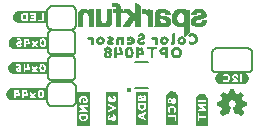
<source format=gbo>
G04 EAGLE Gerber RS-274X export*
G75*
%MOMM*%
%FSLAX34Y34*%
%LPD*%
%INSilkscreen Bottom*%
%IPPOS*%
%AMOC8*
5,1,8,0,0,1.08239X$1,22.5*%
G01*
%ADD10C,0.203200*%
%ADD11C,0.366319*%
%ADD12C,0.152400*%

G36*
X46650Y42361D02*
X46650Y42361D01*
X46661Y42357D01*
X46961Y42557D01*
X46967Y42574D01*
X46977Y42582D01*
X46972Y42588D01*
X46973Y42590D01*
X46983Y42598D01*
X46983Y52298D01*
X46967Y52319D01*
X46969Y52333D01*
X46669Y52633D01*
X46644Y52636D01*
X46639Y52642D01*
X46638Y52642D01*
X46634Y52647D01*
X16934Y52647D01*
X16928Y52643D01*
X16924Y52646D01*
X15424Y52346D01*
X15420Y52341D01*
X15416Y52344D01*
X14916Y52144D01*
X14914Y52141D01*
X14912Y52142D01*
X14512Y51942D01*
X14511Y51939D01*
X14509Y51940D01*
X14009Y51640D01*
X14004Y51628D01*
X13995Y51628D01*
X13699Y51233D01*
X13304Y50937D01*
X13302Y50928D01*
X13295Y50928D01*
X12695Y50128D01*
X12695Y50118D01*
X12688Y50116D01*
X12289Y49118D01*
X12090Y48720D01*
X12091Y48717D01*
X12089Y48715D01*
X12092Y48711D01*
X12086Y48708D01*
X11986Y48208D01*
X11989Y48201D01*
X11985Y48198D01*
X11985Y47098D01*
X11989Y47092D01*
X11986Y47088D01*
X12186Y46088D01*
X12193Y46082D01*
X12190Y46076D01*
X12389Y45678D01*
X12588Y45180D01*
X12591Y45178D01*
X12590Y45176D01*
X12790Y44776D01*
X12793Y44775D01*
X12792Y44773D01*
X13092Y44273D01*
X13100Y44269D01*
X13099Y44263D01*
X13799Y43563D01*
X13804Y43562D01*
X13804Y43559D01*
X14204Y43259D01*
X14208Y43259D01*
X14209Y43256D01*
X14709Y42956D01*
X14712Y42956D01*
X14712Y42954D01*
X15112Y42754D01*
X15115Y42755D01*
X15116Y42752D01*
X15616Y42552D01*
X15622Y42554D01*
X15624Y42550D01*
X16624Y42350D01*
X16631Y42353D01*
X16634Y42349D01*
X46634Y42349D01*
X46650Y42361D01*
G37*
G36*
X47974Y64459D02*
X47974Y64459D01*
X47985Y64455D01*
X48285Y64655D01*
X48291Y64672D01*
X48301Y64680D01*
X48296Y64686D01*
X48297Y64688D01*
X48307Y64696D01*
X48307Y74396D01*
X48295Y74412D01*
X48299Y74423D01*
X48099Y74723D01*
X48066Y74735D01*
X48058Y74745D01*
X18358Y74745D01*
X18353Y74742D01*
X18350Y74745D01*
X17750Y74645D01*
X17748Y74642D01*
X17746Y74644D01*
X17346Y74544D01*
X17343Y74540D01*
X17340Y74542D01*
X16340Y74142D01*
X16335Y74134D01*
X16328Y74135D01*
X15128Y73235D01*
X15126Y73226D01*
X15119Y73226D01*
X14519Y72426D01*
X14519Y72422D01*
X14516Y72421D01*
X14216Y71921D01*
X14216Y71918D01*
X14214Y71918D01*
X14014Y71518D01*
X14015Y71515D01*
X14012Y71514D01*
X13812Y71014D01*
X13813Y71012D01*
X13811Y71010D01*
X13813Y71007D01*
X13810Y71006D01*
X13610Y70006D01*
X13613Y69999D01*
X13609Y69996D01*
X13609Y69496D01*
X13613Y69490D01*
X13610Y69486D01*
X13910Y67986D01*
X13915Y67982D01*
X13912Y67978D01*
X14112Y67478D01*
X14115Y67476D01*
X14114Y67474D01*
X14314Y67074D01*
X14317Y67073D01*
X14316Y67071D01*
X14616Y66571D01*
X14619Y66569D01*
X14619Y66566D01*
X14919Y66166D01*
X14924Y66165D01*
X14923Y66161D01*
X15223Y65861D01*
X15228Y65860D01*
X15228Y65857D01*
X15628Y65557D01*
X15632Y65557D01*
X15633Y65554D01*
X16130Y65255D01*
X16528Y64957D01*
X16538Y64957D01*
X16540Y64950D01*
X17040Y64750D01*
X17046Y64752D01*
X17048Y64748D01*
X18548Y64448D01*
X18555Y64451D01*
X18558Y64447D01*
X47958Y64447D01*
X47974Y64459D01*
G37*
G36*
X48019Y85788D02*
X48019Y85788D01*
X48024Y85784D01*
X48424Y85884D01*
X48446Y85911D01*
X48453Y85917D01*
X48452Y85919D01*
X48461Y85931D01*
X48460Y85931D01*
X48461Y85932D01*
X48461Y96032D01*
X48425Y96079D01*
X48418Y96074D01*
X48412Y96081D01*
X19012Y96081D01*
X19006Y96077D01*
X19002Y96080D01*
X17502Y95780D01*
X17498Y95775D01*
X17494Y95778D01*
X16994Y95578D01*
X16992Y95575D01*
X16990Y95576D01*
X16590Y95376D01*
X16589Y95373D01*
X16587Y95374D01*
X16087Y95074D01*
X16085Y95071D01*
X16082Y95071D01*
X15682Y94771D01*
X15680Y94762D01*
X15673Y94762D01*
X15375Y94364D01*
X14977Y93967D01*
X14976Y93955D01*
X14968Y93954D01*
X14770Y93558D01*
X14473Y93162D01*
X14473Y93152D01*
X14466Y93150D01*
X14266Y92650D01*
X14268Y92645D01*
X14264Y92642D01*
X13964Y91142D01*
X13967Y91135D01*
X13963Y91132D01*
X13963Y90632D01*
X13967Y90626D01*
X13964Y90622D01*
X14164Y89622D01*
X14169Y89618D01*
X14166Y89614D01*
X14366Y89114D01*
X14369Y89112D01*
X14368Y89110D01*
X14567Y88712D01*
X14766Y88214D01*
X14774Y88209D01*
X14773Y88202D01*
X15373Y87402D01*
X15382Y87400D01*
X15382Y87393D01*
X15780Y87095D01*
X16177Y86697D01*
X16189Y86696D01*
X16190Y86688D01*
X16589Y86489D01*
X17087Y86190D01*
X17097Y86191D01*
X17100Y86184D01*
X17497Y86085D01*
X17994Y85886D01*
X18007Y85890D01*
X18012Y85883D01*
X18507Y85883D01*
X19002Y85784D01*
X19009Y85787D01*
X19012Y85783D01*
X48012Y85783D01*
X48019Y85788D01*
G37*
G36*
X210886Y29078D02*
X210886Y29078D01*
X210952Y29083D01*
X210970Y29094D01*
X210991Y29099D01*
X211076Y29159D01*
X211100Y29173D01*
X211103Y29178D01*
X211108Y29182D01*
X213308Y31482D01*
X213316Y31495D01*
X213329Y31505D01*
X213360Y31569D01*
X213396Y31631D01*
X213397Y31647D01*
X213404Y31661D01*
X213403Y31732D01*
X213409Y31803D01*
X213403Y31818D01*
X213402Y31834D01*
X213345Y31959D01*
X213343Y31963D01*
X213343Y31964D01*
X211475Y34579D01*
X211477Y34590D01*
X211486Y34603D01*
X211497Y34661D01*
X211506Y34682D01*
X211506Y34704D01*
X211512Y34737D01*
X211513Y34742D01*
X211513Y34743D01*
X211513Y34744D01*
X211513Y34754D01*
X211546Y34819D01*
X211602Y34876D01*
X211613Y34894D01*
X211625Y34903D01*
X211633Y34922D01*
X211673Y34974D01*
X211746Y35119D01*
X211802Y35176D01*
X211842Y35240D01*
X211886Y35303D01*
X211888Y35315D01*
X211893Y35323D01*
X211897Y35358D01*
X211913Y35444D01*
X211913Y35493D01*
X211942Y35540D01*
X211986Y35603D01*
X211988Y35615D01*
X211993Y35623D01*
X211997Y35658D01*
X212013Y35744D01*
X212013Y35854D01*
X212046Y35919D01*
X212102Y35976D01*
X212142Y36040D01*
X212186Y36103D01*
X212188Y36115D01*
X212193Y36123D01*
X212197Y36158D01*
X212203Y36191D01*
X212206Y36199D01*
X212206Y36207D01*
X212213Y36244D01*
X212213Y36293D01*
X212242Y36340D01*
X212286Y36403D01*
X212288Y36415D01*
X212293Y36423D01*
X212297Y36458D01*
X212313Y36544D01*
X212313Y36654D01*
X212342Y36712D01*
X215598Y37270D01*
X215616Y37277D01*
X215635Y37278D01*
X215695Y37311D01*
X215757Y37337D01*
X215770Y37352D01*
X215787Y37361D01*
X215826Y37417D01*
X215870Y37468D01*
X215875Y37487D01*
X215886Y37503D01*
X215908Y37614D01*
X215913Y37636D01*
X215912Y37640D01*
X215913Y37644D01*
X215913Y40844D01*
X215909Y40863D01*
X215911Y40882D01*
X215900Y40916D01*
X215899Y40923D01*
X215894Y40933D01*
X215889Y40946D01*
X215874Y41012D01*
X215861Y41027D01*
X215855Y41045D01*
X215807Y41093D01*
X215764Y41146D01*
X215746Y41153D01*
X215732Y41167D01*
X215626Y41207D01*
X215606Y41216D01*
X215602Y41216D01*
X215598Y41218D01*
X212386Y41768D01*
X212375Y41807D01*
X212374Y41812D01*
X212373Y41813D01*
X212313Y41933D01*
X212313Y41944D01*
X212310Y41959D01*
X212312Y41975D01*
X212292Y42045D01*
X212292Y42060D01*
X212284Y42074D01*
X212275Y42107D01*
X212274Y42112D01*
X212273Y42113D01*
X212213Y42233D01*
X212213Y42244D01*
X212210Y42259D01*
X212212Y42275D01*
X212175Y42407D01*
X212174Y42412D01*
X212173Y42413D01*
X212013Y42733D01*
X212013Y42744D01*
X212010Y42759D01*
X212012Y42775D01*
X211975Y42907D01*
X211974Y42912D01*
X211973Y42913D01*
X211873Y43113D01*
X211850Y43141D01*
X211813Y43195D01*
X211813Y43244D01*
X211796Y43318D01*
X211782Y43393D01*
X211776Y43403D01*
X211774Y43412D01*
X211751Y43440D01*
X211702Y43512D01*
X211646Y43568D01*
X211573Y43713D01*
X211550Y43741D01*
X211513Y43795D01*
X211513Y43844D01*
X211496Y43918D01*
X211492Y43940D01*
X213346Y46628D01*
X213352Y46644D01*
X213364Y46657D01*
X213384Y46724D01*
X213409Y46789D01*
X213408Y46807D01*
X213413Y46823D01*
X213400Y46892D01*
X213394Y46962D01*
X213385Y46976D01*
X213382Y46993D01*
X213311Y47099D01*
X213304Y47110D01*
X213303Y47110D01*
X213302Y47112D01*
X211102Y49312D01*
X211088Y49321D01*
X211077Y49335D01*
X211015Y49366D01*
X210955Y49403D01*
X210938Y49405D01*
X210923Y49412D01*
X210853Y49413D01*
X210783Y49419D01*
X210767Y49413D01*
X210750Y49413D01*
X210632Y49362D01*
X210621Y49358D01*
X210620Y49357D01*
X210619Y49356D01*
X207920Y47494D01*
X207902Y47512D01*
X207837Y47552D01*
X207775Y47596D01*
X207763Y47598D01*
X207755Y47603D01*
X207720Y47606D01*
X207634Y47623D01*
X207584Y47623D01*
X207572Y47631D01*
X207504Y47683D01*
X207359Y47755D01*
X207302Y47812D01*
X207237Y47852D01*
X207175Y47896D01*
X207163Y47898D01*
X207155Y47903D01*
X207120Y47906D01*
X207034Y47923D01*
X206984Y47923D01*
X206972Y47931D01*
X206904Y47983D01*
X206704Y48083D01*
X206688Y48087D01*
X206675Y48096D01*
X206541Y48122D01*
X206535Y48123D01*
X206534Y48123D01*
X206524Y48123D01*
X206404Y48183D01*
X206388Y48187D01*
X206375Y48196D01*
X206241Y48222D01*
X206235Y48223D01*
X206234Y48223D01*
X206184Y48223D01*
X206137Y48252D01*
X206075Y48296D01*
X206063Y48298D01*
X206055Y48303D01*
X206020Y48306D01*
X205934Y48323D01*
X205824Y48323D01*
X205766Y48352D01*
X205208Y51608D01*
X205200Y51626D01*
X205199Y51645D01*
X205167Y51704D01*
X205140Y51767D01*
X205126Y51780D01*
X205116Y51797D01*
X205061Y51836D01*
X205009Y51880D01*
X204990Y51885D01*
X204975Y51896D01*
X204864Y51917D01*
X204842Y51923D01*
X204838Y51922D01*
X204834Y51923D01*
X201634Y51923D01*
X201615Y51919D01*
X201596Y51921D01*
X201532Y51899D01*
X201466Y51883D01*
X201451Y51871D01*
X201432Y51865D01*
X201385Y51817D01*
X201332Y51773D01*
X201324Y51756D01*
X201311Y51742D01*
X201271Y51636D01*
X201262Y51615D01*
X201262Y51612D01*
X201260Y51608D01*
X200710Y48396D01*
X200671Y48385D01*
X200666Y48383D01*
X200665Y48383D01*
X200664Y48383D01*
X200544Y48323D01*
X200534Y48323D01*
X200518Y48319D01*
X200502Y48322D01*
X200371Y48285D01*
X200366Y48283D01*
X200365Y48283D01*
X200364Y48283D01*
X200244Y48223D01*
X200234Y48223D01*
X200218Y48219D01*
X200202Y48222D01*
X200071Y48185D01*
X200066Y48183D01*
X200065Y48183D01*
X200064Y48183D01*
X199944Y48123D01*
X199834Y48123D01*
X199760Y48106D01*
X199684Y48092D01*
X199675Y48086D01*
X199666Y48083D01*
X199638Y48061D01*
X199566Y48012D01*
X199509Y47955D01*
X199444Y47923D01*
X199434Y47923D01*
X199418Y47919D01*
X199402Y47922D01*
X199271Y47885D01*
X199266Y47883D01*
X199265Y47883D01*
X199264Y47883D01*
X199064Y47783D01*
X199037Y47760D01*
X198966Y47712D01*
X198909Y47655D01*
X198844Y47623D01*
X198834Y47623D01*
X198818Y47619D01*
X198802Y47622D01*
X198671Y47585D01*
X198666Y47583D01*
X198665Y47583D01*
X198664Y47583D01*
X198523Y47512D01*
X195849Y49356D01*
X195837Y49361D01*
X195828Y49370D01*
X195757Y49392D01*
X195688Y49419D01*
X195675Y49418D01*
X195663Y49422D01*
X195590Y49410D01*
X195516Y49404D01*
X195505Y49397D01*
X195492Y49395D01*
X195372Y49318D01*
X193072Y47118D01*
X193058Y47096D01*
X193038Y47080D01*
X193011Y47024D01*
X192977Y46973D01*
X192974Y46947D01*
X192963Y46924D01*
X192964Y46862D01*
X192957Y46801D01*
X192966Y46777D01*
X192966Y46751D01*
X193004Y46671D01*
X193015Y46638D01*
X193022Y46632D01*
X193027Y46621D01*
X194962Y43948D01*
X194922Y43868D01*
X194866Y43812D01*
X194826Y43747D01*
X194782Y43684D01*
X194780Y43673D01*
X194775Y43665D01*
X194771Y43630D01*
X194755Y43544D01*
X194755Y43494D01*
X194747Y43481D01*
X194695Y43413D01*
X194622Y43268D01*
X194566Y43212D01*
X194526Y43147D01*
X194482Y43084D01*
X194480Y43073D01*
X194475Y43065D01*
X194471Y43030D01*
X194455Y42944D01*
X194455Y42894D01*
X194426Y42847D01*
X194382Y42784D01*
X194380Y42773D01*
X194375Y42765D01*
X194371Y42730D01*
X194355Y42644D01*
X194355Y42533D01*
X194322Y42468D01*
X194266Y42412D01*
X194226Y42347D01*
X194182Y42284D01*
X194180Y42273D01*
X194175Y42265D01*
X194171Y42230D01*
X194155Y42144D01*
X194155Y42094D01*
X194126Y42047D01*
X194082Y41984D01*
X194080Y41973D01*
X194075Y41965D01*
X194071Y41930D01*
X194055Y41844D01*
X194055Y41765D01*
X190772Y41218D01*
X190753Y41210D01*
X190733Y41209D01*
X190674Y41177D01*
X190612Y41151D01*
X190599Y41136D01*
X190581Y41126D01*
X190543Y41071D01*
X190499Y41021D01*
X190493Y41001D01*
X190482Y40984D01*
X190466Y40903D01*
X190462Y40893D01*
X190462Y40882D01*
X190461Y40878D01*
X190455Y40853D01*
X190456Y40849D01*
X190455Y40844D01*
X190455Y37644D01*
X190459Y37625D01*
X190457Y37606D01*
X190479Y37541D01*
X190494Y37475D01*
X190507Y37460D01*
X190513Y37442D01*
X190561Y37394D01*
X190604Y37342D01*
X190622Y37334D01*
X190636Y37320D01*
X190742Y37280D01*
X190762Y37271D01*
X190766Y37271D01*
X190770Y37270D01*
X194058Y36706D01*
X194093Y36581D01*
X194094Y36575D01*
X194095Y36575D01*
X194095Y36574D01*
X194155Y36454D01*
X194155Y36444D01*
X194158Y36428D01*
X194156Y36412D01*
X194193Y36281D01*
X194194Y36275D01*
X194195Y36275D01*
X194195Y36274D01*
X194255Y36154D01*
X194255Y36144D01*
X194258Y36128D01*
X194256Y36112D01*
X194293Y35981D01*
X194294Y35975D01*
X194295Y35975D01*
X194295Y35974D01*
X194455Y35654D01*
X194455Y35644D01*
X194458Y35628D01*
X194456Y35612D01*
X194493Y35481D01*
X194494Y35475D01*
X194495Y35475D01*
X194495Y35474D01*
X194595Y35274D01*
X194618Y35246D01*
X194666Y35176D01*
X194722Y35119D01*
X194755Y35054D01*
X194755Y35044D01*
X194758Y35028D01*
X194756Y35012D01*
X194793Y34881D01*
X194794Y34875D01*
X194795Y34875D01*
X194795Y34874D01*
X194895Y34674D01*
X194918Y34646D01*
X194966Y34576D01*
X194976Y34565D01*
X193031Y31971D01*
X193021Y31949D01*
X193004Y31930D01*
X192986Y31870D01*
X192961Y31813D01*
X192962Y31788D01*
X192955Y31764D01*
X192966Y31703D01*
X192969Y31640D01*
X192981Y31618D01*
X192986Y31594D01*
X193037Y31519D01*
X193053Y31489D01*
X193060Y31484D01*
X193066Y31476D01*
X195366Y29176D01*
X195380Y29167D01*
X195391Y29153D01*
X195453Y29121D01*
X195513Y29084D01*
X195530Y29083D01*
X195545Y29075D01*
X195616Y29075D01*
X195685Y29068D01*
X195701Y29074D01*
X195718Y29074D01*
X195836Y29126D01*
X195847Y29130D01*
X195848Y29131D01*
X195849Y29131D01*
X198548Y30993D01*
X198566Y30976D01*
X198631Y30935D01*
X198693Y30891D01*
X198705Y30889D01*
X198713Y30884D01*
X198748Y30881D01*
X198763Y30878D01*
X198766Y30876D01*
X198831Y30835D01*
X198893Y30791D01*
X198905Y30789D01*
X198913Y30784D01*
X198948Y30781D01*
X199034Y30764D01*
X199084Y30764D01*
X199131Y30735D01*
X199193Y30691D01*
X199205Y30689D01*
X199213Y30684D01*
X199248Y30681D01*
X199263Y30678D01*
X199266Y30676D01*
X199331Y30635D01*
X199393Y30591D01*
X199405Y30589D01*
X199413Y30584D01*
X199448Y30581D01*
X199463Y30578D01*
X199466Y30576D01*
X199531Y30535D01*
X199593Y30491D01*
X199605Y30489D01*
X199613Y30484D01*
X199648Y30481D01*
X199677Y30475D01*
X199704Y30442D01*
X199723Y30434D01*
X199738Y30419D01*
X199801Y30399D01*
X199862Y30371D01*
X199883Y30372D01*
X199902Y30366D01*
X199968Y30376D01*
X200035Y30378D01*
X200053Y30388D01*
X200073Y30391D01*
X200128Y30429D01*
X200187Y30461D01*
X200199Y30478D01*
X200215Y30490D01*
X200272Y30582D01*
X200286Y30603D01*
X200287Y30608D01*
X200290Y30612D01*
X202290Y36012D01*
X202294Y36043D01*
X202306Y36071D01*
X202304Y36127D01*
X202311Y36184D01*
X202301Y36213D01*
X202300Y36244D01*
X202273Y36294D01*
X202254Y36347D01*
X202232Y36369D01*
X202217Y36396D01*
X202157Y36442D01*
X202130Y36468D01*
X202117Y36472D01*
X202104Y36483D01*
X201559Y36755D01*
X201402Y36912D01*
X201372Y36931D01*
X201304Y36983D01*
X201159Y37055D01*
X200846Y37368D01*
X200773Y37513D01*
X200750Y37541D01*
X200702Y37612D01*
X200546Y37768D01*
X200485Y37889D01*
X200394Y38164D01*
X200382Y38183D01*
X200373Y38213D01*
X200313Y38333D01*
X200313Y38444D01*
X200305Y38479D01*
X200294Y38564D01*
X200213Y38805D01*
X200213Y39582D01*
X200294Y39824D01*
X200297Y39860D01*
X200313Y39944D01*
X200313Y40129D01*
X200450Y40333D01*
X200463Y40368D01*
X200494Y40424D01*
X200578Y40676D01*
X200929Y41202D01*
X201276Y41549D01*
X201802Y41900D01*
X202054Y41984D01*
X202072Y41995D01*
X202086Y41998D01*
X202099Y42009D01*
X202144Y42028D01*
X202349Y42164D01*
X202534Y42164D01*
X202569Y42173D01*
X202654Y42184D01*
X202896Y42264D01*
X203487Y42264D01*
X203842Y42176D01*
X203878Y42175D01*
X203934Y42164D01*
X204119Y42164D01*
X204324Y42028D01*
X204359Y42015D01*
X204408Y41987D01*
X204410Y41986D01*
X204411Y41986D01*
X204414Y41984D01*
X204666Y41900D01*
X204893Y41749D01*
X205066Y41576D01*
X205092Y41559D01*
X205124Y41528D01*
X205393Y41349D01*
X205539Y41202D01*
X205890Y40676D01*
X206255Y39582D01*
X206255Y39105D01*
X206174Y38864D01*
X206171Y38828D01*
X206155Y38744D01*
X206155Y38533D01*
X205995Y38213D01*
X205989Y38191D01*
X205974Y38164D01*
X205883Y37889D01*
X205722Y37568D01*
X205566Y37412D01*
X205547Y37381D01*
X205495Y37313D01*
X205422Y37168D01*
X205309Y37055D01*
X205164Y36983D01*
X205137Y36960D01*
X205066Y36912D01*
X204909Y36755D01*
X204588Y36595D01*
X204314Y36503D01*
X204265Y36473D01*
X204212Y36451D01*
X204192Y36429D01*
X204167Y36413D01*
X204136Y36364D01*
X204099Y36321D01*
X204091Y36292D01*
X204075Y36266D01*
X204069Y36209D01*
X204055Y36153D01*
X204061Y36119D01*
X204058Y36094D01*
X204070Y36062D01*
X204078Y36012D01*
X206078Y30612D01*
X206104Y30574D01*
X206120Y30531D01*
X206151Y30503D01*
X206174Y30468D01*
X206214Y30445D01*
X206247Y30414D01*
X206287Y30402D01*
X206324Y30381D01*
X206369Y30378D01*
X206413Y30365D01*
X206454Y30372D01*
X206496Y30370D01*
X206539Y30387D01*
X206584Y30395D01*
X206625Y30423D01*
X206656Y30436D01*
X206673Y30456D01*
X206686Y30464D01*
X206734Y30464D01*
X206808Y30482D01*
X206884Y30495D01*
X206893Y30502D01*
X206902Y30504D01*
X206930Y30527D01*
X207002Y30576D01*
X207009Y30582D01*
X207084Y30595D01*
X207093Y30602D01*
X207102Y30604D01*
X207130Y30627D01*
X207202Y30676D01*
X207209Y30682D01*
X207284Y30695D01*
X207293Y30702D01*
X207302Y30704D01*
X207330Y30727D01*
X207402Y30776D01*
X207409Y30782D01*
X207484Y30795D01*
X207493Y30802D01*
X207502Y30804D01*
X207530Y30827D01*
X207602Y30876D01*
X207609Y30882D01*
X207684Y30895D01*
X207693Y30902D01*
X207702Y30904D01*
X207730Y30927D01*
X207802Y30976D01*
X207809Y30982D01*
X207884Y30995D01*
X207893Y31002D01*
X207902Y31004D01*
X207903Y31004D01*
X210619Y29131D01*
X210639Y29124D01*
X210655Y29110D01*
X210718Y29092D01*
X210780Y29068D01*
X210801Y29070D01*
X210822Y29065D01*
X210886Y29078D01*
G37*
G36*
X82617Y20585D02*
X82617Y20585D01*
X82612Y20592D01*
X82619Y20598D01*
X82619Y48498D01*
X82615Y48504D01*
X82618Y48508D01*
X82518Y49008D01*
X82474Y49047D01*
X82472Y49045D01*
X82470Y49047D01*
X72370Y49047D01*
X72323Y49011D01*
X72328Y49004D01*
X72321Y48998D01*
X72321Y46498D01*
X72342Y46471D01*
X72342Y46457D01*
X72372Y46437D01*
X72338Y46436D01*
X72340Y46412D01*
X72321Y46398D01*
X72321Y20598D01*
X72357Y20551D01*
X72364Y20556D01*
X72370Y20549D01*
X82570Y20549D01*
X82617Y20585D01*
G37*
G36*
X131821Y21173D02*
X131821Y21173D01*
X131835Y21171D01*
X132135Y21471D01*
X132137Y21483D01*
X132143Y21488D01*
X132138Y21495D01*
X132139Y21498D01*
X132149Y21506D01*
X132149Y48906D01*
X132145Y48912D01*
X132148Y48916D01*
X132048Y49416D01*
X132004Y49455D01*
X132002Y49453D01*
X132000Y49455D01*
X121900Y49455D01*
X121853Y49419D01*
X121858Y49412D01*
X121851Y49406D01*
X121851Y46906D01*
X121872Y46878D01*
X121873Y46865D01*
X121902Y46846D01*
X121866Y46842D01*
X121869Y46820D01*
X121851Y46806D01*
X121851Y21406D01*
X121872Y21378D01*
X121873Y21365D01*
X122173Y21165D01*
X122193Y21166D01*
X122200Y21157D01*
X131800Y21157D01*
X131821Y21173D01*
G37*
G36*
X46588Y107631D02*
X46588Y107631D01*
X46592Y107628D01*
X47092Y107728D01*
X47120Y107760D01*
X47122Y107761D01*
X47122Y107762D01*
X47131Y107772D01*
X47129Y107774D01*
X47131Y107776D01*
X47131Y117376D01*
X47127Y117382D01*
X47130Y117386D01*
X47030Y117886D01*
X46986Y117925D01*
X46984Y117923D01*
X46982Y117925D01*
X22682Y117925D01*
X22676Y117921D01*
X22672Y117924D01*
X21672Y117724D01*
X21668Y117719D01*
X21664Y117722D01*
X21164Y117522D01*
X21162Y117519D01*
X21160Y117520D01*
X20762Y117321D01*
X20264Y117122D01*
X20259Y117114D01*
X20252Y117115D01*
X19852Y116815D01*
X19851Y116810D01*
X19847Y116811D01*
X19147Y116111D01*
X19146Y116102D01*
X19140Y116101D01*
X18841Y115604D01*
X18543Y115206D01*
X18543Y115199D01*
X18538Y115198D01*
X18338Y114798D01*
X18339Y114795D01*
X18336Y114794D01*
X18136Y114294D01*
X18137Y114291D01*
X18134Y114289D01*
X18136Y114287D01*
X18134Y114286D01*
X17934Y113286D01*
X17937Y113279D01*
X17933Y113276D01*
X17933Y112276D01*
X17937Y112270D01*
X17934Y112266D01*
X18134Y111266D01*
X18139Y111262D01*
X18136Y111258D01*
X18536Y110258D01*
X18544Y110253D01*
X18543Y110246D01*
X19143Y109446D01*
X19148Y109445D01*
X19147Y109441D01*
X19847Y108741D01*
X19856Y108740D01*
X19857Y108734D01*
X20357Y108434D01*
X20360Y108434D01*
X20360Y108432D01*
X20760Y108232D01*
X20763Y108233D01*
X20764Y108230D01*
X21262Y108031D01*
X21660Y107832D01*
X21669Y107834D01*
X21672Y107828D01*
X22672Y107628D01*
X22679Y107631D01*
X22682Y107627D01*
X46582Y107627D01*
X46588Y107631D01*
G37*
G36*
X106747Y21139D02*
X106747Y21139D01*
X106742Y21146D01*
X106749Y21152D01*
X106749Y48652D01*
X106737Y48668D01*
X106741Y48679D01*
X106541Y48979D01*
X106508Y48991D01*
X106500Y49001D01*
X96900Y49001D01*
X96893Y48996D01*
X96888Y49000D01*
X96488Y48900D01*
X96451Y48853D01*
X96452Y48853D01*
X96451Y48852D01*
X96451Y21552D01*
X96456Y21545D01*
X96452Y21540D01*
X96552Y21140D01*
X96599Y21103D01*
X96599Y21104D01*
X96600Y21103D01*
X106700Y21103D01*
X106747Y21139D01*
G37*
G36*
X157447Y21277D02*
X157447Y21277D01*
X157447Y21278D01*
X157448Y21278D01*
X157548Y21678D01*
X157544Y21686D01*
X157549Y21690D01*
X157549Y44990D01*
X157545Y44996D01*
X157548Y45000D01*
X157248Y46500D01*
X157243Y46504D01*
X157246Y46508D01*
X157046Y47008D01*
X157038Y47013D01*
X157039Y47020D01*
X156741Y47418D01*
X156442Y47915D01*
X156439Y47917D01*
X156439Y47920D01*
X156139Y48320D01*
X156134Y48321D01*
X156135Y48325D01*
X155835Y48625D01*
X155830Y48626D01*
X155830Y48629D01*
X155430Y48929D01*
X155426Y48929D01*
X155425Y48932D01*
X154925Y49232D01*
X154922Y49232D01*
X154922Y49234D01*
X154522Y49434D01*
X154519Y49433D01*
X154518Y49436D01*
X154018Y49636D01*
X154012Y49634D01*
X154010Y49638D01*
X152510Y49938D01*
X152503Y49935D01*
X152500Y49939D01*
X152000Y49939D01*
X151994Y49935D01*
X151990Y49938D01*
X150990Y49738D01*
X150986Y49733D01*
X150982Y49736D01*
X150482Y49536D01*
X150480Y49533D01*
X150478Y49534D01*
X150078Y49334D01*
X150077Y49331D01*
X150075Y49332D01*
X149575Y49032D01*
X149573Y49029D01*
X149570Y49029D01*
X148770Y48429D01*
X148768Y48420D01*
X148761Y48420D01*
X147861Y47220D01*
X147861Y47212D01*
X147857Y47209D01*
X147854Y47208D01*
X147454Y46208D01*
X147456Y46203D01*
X147452Y46202D01*
X147352Y45802D01*
X147353Y45799D01*
X147351Y45798D01*
X147251Y45198D01*
X147254Y45193D01*
X147251Y45190D01*
X147251Y21390D01*
X147287Y21343D01*
X147288Y21343D01*
X147288Y21342D01*
X147688Y21242D01*
X147696Y21246D01*
X147700Y21241D01*
X157400Y21241D01*
X157447Y21277D01*
G37*
G36*
X212606Y55815D02*
X212606Y55815D01*
X212610Y55812D01*
X213610Y56012D01*
X213616Y56019D01*
X213622Y56016D01*
X214020Y56215D01*
X214518Y56414D01*
X214520Y56417D01*
X214522Y56416D01*
X214922Y56616D01*
X214923Y56619D01*
X214925Y56618D01*
X215425Y56918D01*
X215430Y56930D01*
X215439Y56930D01*
X215735Y57325D01*
X216130Y57621D01*
X216132Y57630D01*
X216139Y57630D01*
X216439Y58030D01*
X216439Y58040D01*
X216446Y58042D01*
X216643Y58536D01*
X216939Y58930D01*
X216939Y58943D01*
X216948Y58949D01*
X216948Y58950D01*
X217047Y59446D01*
X217246Y59942D01*
X217242Y59955D01*
X217249Y59960D01*
X217249Y60455D01*
X217348Y60950D01*
X217342Y60963D01*
X217348Y60970D01*
X217249Y61465D01*
X217249Y61960D01*
X217241Y61971D01*
X217246Y61978D01*
X217047Y62474D01*
X216948Y62970D01*
X216941Y62976D01*
X216944Y62982D01*
X216744Y63382D01*
X216741Y63383D01*
X216742Y63385D01*
X216442Y63885D01*
X216439Y63887D01*
X216439Y63890D01*
X216139Y64290D01*
X216130Y64292D01*
X216130Y64299D01*
X215735Y64595D01*
X215439Y64990D01*
X215426Y64993D01*
X215425Y65002D01*
X214925Y65302D01*
X214922Y65302D01*
X214922Y65304D01*
X214522Y65504D01*
X214519Y65503D01*
X214518Y65506D01*
X214020Y65705D01*
X213622Y65904D01*
X213613Y65902D01*
X213610Y65908D01*
X212610Y66108D01*
X212603Y66105D01*
X212600Y66109D01*
X193900Y66109D01*
X193894Y66105D01*
X193890Y66108D01*
X192390Y65808D01*
X192384Y65801D01*
X192378Y65804D01*
X191978Y65604D01*
X191977Y65601D01*
X191975Y65602D01*
X191475Y65302D01*
X191473Y65299D01*
X191470Y65299D01*
X190670Y64699D01*
X190668Y64690D01*
X190661Y64690D01*
X189761Y63490D01*
X189761Y63480D01*
X189754Y63478D01*
X189555Y62980D01*
X189356Y62582D01*
X189357Y62579D01*
X189354Y62578D01*
X189154Y62078D01*
X189158Y62065D01*
X189151Y62060D01*
X189151Y61565D01*
X189052Y61070D01*
X189055Y61063D01*
X189051Y61060D01*
X189051Y60560D01*
X189055Y60554D01*
X189052Y60550D01*
X189252Y59550D01*
X189257Y59546D01*
X189254Y59542D01*
X189654Y58542D01*
X189662Y58537D01*
X189661Y58530D01*
X190561Y57330D01*
X190570Y57328D01*
X190570Y57321D01*
X191770Y56421D01*
X191780Y56421D01*
X191782Y56414D01*
X192782Y56014D01*
X192788Y56016D01*
X192790Y56012D01*
X193790Y55812D01*
X193797Y55815D01*
X193800Y55811D01*
X212600Y55811D01*
X212606Y55815D01*
G37*
G36*
X182847Y20807D02*
X182847Y20807D01*
X182847Y20808D01*
X182848Y20808D01*
X182948Y21208D01*
X182944Y21216D01*
X182949Y21220D01*
X182949Y43020D01*
X182945Y43026D01*
X182948Y43030D01*
X182748Y44030D01*
X182743Y44034D01*
X182746Y44038D01*
X182546Y44538D01*
X182543Y44540D01*
X182544Y44542D01*
X182345Y44940D01*
X182146Y45438D01*
X182138Y45443D01*
X182139Y45450D01*
X181539Y46250D01*
X181530Y46252D01*
X181530Y46259D01*
X180330Y47159D01*
X180320Y47159D01*
X180318Y47166D01*
X179318Y47566D01*
X179313Y47564D01*
X179312Y47568D01*
X178912Y47668D01*
X178910Y47667D01*
X178910Y47668D01*
X177910Y47868D01*
X177898Y47863D01*
X177892Y47869D01*
X177296Y47769D01*
X176800Y47769D01*
X176789Y47761D01*
X176782Y47766D01*
X176285Y47567D01*
X175888Y47468D01*
X175885Y47464D01*
X175882Y47466D01*
X175382Y47266D01*
X175377Y47258D01*
X175370Y47259D01*
X174170Y46359D01*
X174168Y46350D01*
X174161Y46350D01*
X173561Y45550D01*
X173561Y45546D01*
X173558Y45545D01*
X173258Y45045D01*
X173258Y45042D01*
X173256Y45042D01*
X173056Y44642D01*
X173057Y44639D01*
X173054Y44638D01*
X172854Y44138D01*
X172856Y44132D01*
X172855Y44131D01*
X172852Y44130D01*
X172652Y43130D01*
X172655Y43123D01*
X172651Y43120D01*
X172651Y20920D01*
X172687Y20873D01*
X172688Y20873D01*
X172688Y20872D01*
X173088Y20772D01*
X173096Y20776D01*
X173100Y20771D01*
X182800Y20771D01*
X182847Y20807D01*
G37*
G36*
X163108Y96070D02*
X163108Y96070D01*
X163191Y96073D01*
X163195Y96076D01*
X163199Y96076D01*
X163328Y96143D01*
X163828Y96543D01*
X163839Y96558D01*
X163859Y96571D01*
X164344Y97056D01*
X165328Y97843D01*
X165339Y97858D01*
X165359Y97871D01*
X166244Y98756D01*
X166728Y99143D01*
X166739Y99158D01*
X166759Y99171D01*
X167259Y99671D01*
X167299Y99736D01*
X167343Y99798D01*
X167345Y99810D01*
X167350Y99818D01*
X167354Y99855D01*
X167370Y99940D01*
X167370Y118340D01*
X167367Y118353D01*
X167369Y118367D01*
X167348Y118437D01*
X167331Y118509D01*
X167322Y118519D01*
X167318Y118532D01*
X167267Y118586D01*
X167221Y118642D01*
X167208Y118648D01*
X167199Y118658D01*
X167065Y118713D01*
X166573Y118811D01*
X166182Y118909D01*
X166174Y118909D01*
X166165Y118913D01*
X165665Y119013D01*
X165633Y119012D01*
X165590Y119020D01*
X165228Y119020D01*
X164273Y119211D01*
X163882Y119309D01*
X163874Y119309D01*
X163865Y119313D01*
X163365Y119413D01*
X163363Y119413D01*
X163362Y119413D01*
X163278Y119410D01*
X163191Y119407D01*
X163190Y119407D01*
X163189Y119407D01*
X163115Y119366D01*
X163039Y119325D01*
X163038Y119324D01*
X163037Y119324D01*
X162989Y119255D01*
X162938Y119184D01*
X162938Y119183D01*
X162937Y119182D01*
X162910Y119040D01*
X162910Y118324D01*
X162787Y118478D01*
X162764Y118495D01*
X162686Y118566D01*
X161686Y119166D01*
X161673Y119170D01*
X161660Y119180D01*
X161060Y119480D01*
X161022Y119489D01*
X160953Y119515D01*
X159153Y119815D01*
X159114Y119813D01*
X159043Y119817D01*
X157443Y119617D01*
X157409Y119605D01*
X157354Y119595D01*
X156054Y119095D01*
X156027Y119077D01*
X155986Y119061D01*
X154886Y118361D01*
X154862Y118337D01*
X154821Y118309D01*
X153921Y117409D01*
X153901Y117377D01*
X153862Y117332D01*
X153162Y116132D01*
X153154Y116106D01*
X153135Y116077D01*
X152635Y114777D01*
X152632Y114751D01*
X152618Y114720D01*
X152318Y113320D01*
X152319Y113287D01*
X152310Y113240D01*
X152310Y111840D01*
X152313Y111828D01*
X152311Y111813D01*
X152411Y110413D01*
X152414Y110401D01*
X152414Y110386D01*
X152614Y108986D01*
X152627Y108951D01*
X152639Y108894D01*
X153139Y107694D01*
X153155Y107671D01*
X153169Y107636D01*
X153869Y106536D01*
X153893Y106512D01*
X153921Y106471D01*
X154821Y105571D01*
X154845Y105556D01*
X154872Y105529D01*
X155872Y104829D01*
X155906Y104815D01*
X155954Y104785D01*
X157254Y104285D01*
X157292Y104280D01*
X157365Y104261D01*
X158865Y104161D01*
X158876Y104162D01*
X158890Y104160D01*
X159490Y104160D01*
X159516Y104166D01*
X159553Y104165D01*
X160153Y104265D01*
X160176Y104275D01*
X160210Y104279D01*
X161410Y104679D01*
X161439Y104697D01*
X161486Y104714D01*
X161986Y105014D01*
X162002Y105030D01*
X162028Y105043D01*
X162528Y105443D01*
X162539Y105458D01*
X162559Y105471D01*
X162710Y105622D01*
X162710Y96440D01*
X162711Y96436D01*
X162710Y96431D01*
X162730Y96351D01*
X162749Y96271D01*
X162752Y96268D01*
X162753Y96263D01*
X162807Y96201D01*
X162859Y96138D01*
X162864Y96136D01*
X162867Y96132D01*
X162943Y96100D01*
X163018Y96067D01*
X163022Y96067D01*
X163026Y96065D01*
X163108Y96070D01*
G37*
G36*
X147220Y104067D02*
X147220Y104067D01*
X147265Y104067D01*
X147728Y104160D01*
X148190Y104160D01*
X148205Y104163D01*
X148220Y104161D01*
X148352Y104198D01*
X148359Y104199D01*
X148359Y104200D01*
X148360Y104200D01*
X148723Y104381D01*
X149082Y104471D01*
X149112Y104487D01*
X149160Y104500D01*
X149880Y104860D01*
X149960Y104900D01*
X149976Y104913D01*
X150001Y104924D01*
X150301Y105124D01*
X150322Y105147D01*
X150359Y105171D01*
X150959Y105771D01*
X150971Y105791D01*
X150994Y105812D01*
X151294Y106212D01*
X151306Y106238D01*
X151330Y106270D01*
X151530Y106670D01*
X151538Y106703D01*
X151559Y106748D01*
X151759Y107548D01*
X151759Y107556D01*
X151763Y107565D01*
X151863Y108065D01*
X151862Y108097D01*
X151870Y108140D01*
X151870Y108640D01*
X151867Y108655D01*
X151869Y108674D01*
X151769Y109774D01*
X151758Y109808D01*
X151751Y109860D01*
X151451Y110760D01*
X151430Y110794D01*
X151399Y110861D01*
X150899Y111561D01*
X150879Y111579D01*
X150859Y111609D01*
X150259Y112209D01*
X150226Y112229D01*
X150179Y112270D01*
X149479Y112670D01*
X149453Y112678D01*
X149424Y112696D01*
X148624Y112996D01*
X148600Y112999D01*
X148573Y113011D01*
X147673Y113211D01*
X147656Y113211D01*
X147637Y113217D01*
X146855Y113315D01*
X145973Y113511D01*
X145954Y113511D01*
X145932Y113518D01*
X145033Y113618D01*
X144241Y113717D01*
X143578Y113812D01*
X143069Y113981D01*
X142762Y114212D01*
X142546Y114499D01*
X142470Y114878D01*
X142470Y115078D01*
X142551Y115320D01*
X142554Y115357D01*
X142560Y115388D01*
X142563Y115395D01*
X142563Y115403D01*
X142570Y115440D01*
X142570Y115550D01*
X142703Y115815D01*
X142915Y116028D01*
X143380Y116260D01*
X143490Y116260D01*
X143505Y116263D01*
X143520Y116261D01*
X143652Y116298D01*
X143659Y116299D01*
X143659Y116300D01*
X143660Y116300D01*
X143780Y116360D01*
X144390Y116360D01*
X144405Y116363D01*
X144420Y116361D01*
X144552Y116398D01*
X144559Y116399D01*
X144559Y116400D01*
X144560Y116400D01*
X144619Y116429D01*
X144770Y116379D01*
X144807Y116376D01*
X144890Y116360D01*
X145328Y116360D01*
X145570Y116279D01*
X145607Y116276D01*
X145690Y116260D01*
X145800Y116260D01*
X146065Y116128D01*
X146578Y115615D01*
X146710Y115350D01*
X146710Y115140D01*
X146713Y115125D01*
X146711Y115110D01*
X146748Y114978D01*
X146749Y114971D01*
X146750Y114971D01*
X146750Y114970D01*
X146810Y114850D01*
X146810Y114640D01*
X146821Y114590D01*
X146823Y114539D01*
X146841Y114507D01*
X146849Y114471D01*
X146882Y114432D01*
X146906Y114387D01*
X146936Y114366D01*
X146959Y114338D01*
X147006Y114317D01*
X147048Y114287D01*
X147090Y114279D01*
X147118Y114267D01*
X147148Y114268D01*
X147190Y114260D01*
X151090Y114260D01*
X151165Y114277D01*
X151242Y114291D01*
X151249Y114297D01*
X151259Y114299D01*
X151319Y114349D01*
X151381Y114395D01*
X151385Y114403D01*
X151392Y114409D01*
X151424Y114480D01*
X151459Y114549D01*
X151460Y114560D01*
X151463Y114568D01*
X151462Y114603D01*
X151466Y114694D01*
X151366Y115394D01*
X151363Y115403D01*
X151363Y115415D01*
X151263Y115915D01*
X151255Y115932D01*
X151254Y115948D01*
X151252Y115953D01*
X151251Y115960D01*
X151051Y116560D01*
X151033Y116589D01*
X151016Y116636D01*
X150716Y117136D01*
X150704Y117148D01*
X150694Y117168D01*
X150394Y117568D01*
X150376Y117583D01*
X150359Y117609D01*
X149959Y118009D01*
X149939Y118021D01*
X149918Y118044D01*
X149118Y118644D01*
X149102Y118651D01*
X149086Y118666D01*
X148586Y118966D01*
X148561Y118974D01*
X148531Y118993D01*
X147531Y119393D01*
X147498Y119398D01*
X147453Y119415D01*
X145653Y119715D01*
X145626Y119713D01*
X145590Y119720D01*
X143390Y119720D01*
X143364Y119714D01*
X143328Y119715D01*
X142759Y119620D01*
X142290Y119620D01*
X142260Y119613D01*
X142215Y119613D01*
X141715Y119513D01*
X141697Y119504D01*
X141670Y119501D01*
X141084Y119305D01*
X140698Y119209D01*
X140678Y119199D01*
X140649Y119193D01*
X140149Y118993D01*
X140137Y118985D01*
X140120Y118980D01*
X139860Y118850D01*
X139720Y118780D01*
X139698Y118762D01*
X139662Y118744D01*
X139262Y118444D01*
X139247Y118426D01*
X139221Y118409D01*
X138521Y117709D01*
X138519Y117705D01*
X138515Y117703D01*
X138437Y117581D01*
X138243Y117096D01*
X138050Y116710D01*
X138041Y116672D01*
X138015Y116603D01*
X137815Y115403D01*
X137817Y115376D01*
X137810Y115340D01*
X137810Y106430D01*
X137750Y106310D01*
X137746Y106295D01*
X137737Y106282D01*
X137711Y106148D01*
X137710Y106142D01*
X137710Y106141D01*
X137710Y106140D01*
X137710Y105830D01*
X137650Y105710D01*
X137646Y105695D01*
X137637Y105682D01*
X137611Y105548D01*
X137610Y105542D01*
X137610Y105541D01*
X137610Y105540D01*
X137610Y105530D01*
X137550Y105410D01*
X137546Y105395D01*
X137537Y105382D01*
X137511Y105248D01*
X137510Y105242D01*
X137510Y105241D01*
X137510Y105240D01*
X137510Y105230D01*
X137450Y105110D01*
X137446Y105095D01*
X137437Y105082D01*
X137411Y104948D01*
X137410Y104942D01*
X137410Y104941D01*
X137410Y104940D01*
X137410Y104840D01*
X137421Y104790D01*
X137423Y104739D01*
X137441Y104707D01*
X137449Y104671D01*
X137482Y104632D01*
X137506Y104587D01*
X137536Y104566D01*
X137559Y104538D01*
X137606Y104517D01*
X137648Y104487D01*
X137690Y104479D01*
X137718Y104467D01*
X137748Y104468D01*
X137790Y104460D01*
X141690Y104460D01*
X141740Y104471D01*
X141791Y104473D01*
X141823Y104491D01*
X141859Y104499D01*
X141898Y104532D01*
X141943Y104556D01*
X141964Y104586D01*
X141992Y104609D01*
X142013Y104656D01*
X142043Y104698D01*
X142051Y104740D01*
X142063Y104768D01*
X142062Y104798D01*
X142070Y104840D01*
X142070Y104889D01*
X142099Y104936D01*
X142143Y104998D01*
X142145Y105010D01*
X142150Y105018D01*
X142154Y105055D01*
X142156Y105069D01*
X142159Y105071D01*
X142199Y105136D01*
X142243Y105198D01*
X142245Y105210D01*
X142250Y105218D01*
X142254Y105255D01*
X142270Y105340D01*
X142270Y105363D01*
X142479Y105224D01*
X142515Y105210D01*
X142570Y105179D01*
X142822Y105095D01*
X143079Y104924D01*
X143099Y104916D01*
X143120Y104900D01*
X143299Y104811D01*
X143579Y104624D01*
X143615Y104610D01*
X143670Y104579D01*
X143970Y104479D01*
X143983Y104478D01*
X143998Y104471D01*
X144384Y104375D01*
X144670Y104279D01*
X144707Y104276D01*
X144790Y104260D01*
X145028Y104260D01*
X145270Y104179D01*
X145307Y104176D01*
X145390Y104160D01*
X146028Y104160D01*
X146270Y104079D01*
X146307Y104076D01*
X146390Y104060D01*
X147190Y104060D01*
X147220Y104067D01*
G37*
G36*
X116224Y104468D02*
X116224Y104468D01*
X116258Y104466D01*
X116307Y104487D01*
X116359Y104499D01*
X116385Y104521D01*
X116417Y104535D01*
X116462Y104585D01*
X116492Y104609D01*
X116500Y104626D01*
X116515Y104642D01*
X120163Y110629D01*
X121210Y109583D01*
X121210Y104840D01*
X121221Y104790D01*
X121223Y104739D01*
X121241Y104707D01*
X121249Y104671D01*
X121282Y104632D01*
X121306Y104587D01*
X121336Y104566D01*
X121359Y104538D01*
X121406Y104517D01*
X121448Y104487D01*
X121490Y104479D01*
X121518Y104467D01*
X121548Y104468D01*
X121590Y104460D01*
X125390Y104460D01*
X125440Y104471D01*
X125491Y104473D01*
X125523Y104491D01*
X125559Y104499D01*
X125598Y104532D01*
X125643Y104556D01*
X125664Y104586D01*
X125692Y104609D01*
X125713Y104656D01*
X125743Y104698D01*
X125751Y104740D01*
X125763Y104768D01*
X125762Y104798D01*
X125770Y104840D01*
X125770Y122240D01*
X125761Y122278D01*
X125762Y122317D01*
X125742Y122361D01*
X125731Y122409D01*
X125706Y122439D01*
X125690Y122474D01*
X125644Y122513D01*
X125621Y122542D01*
X125601Y122551D01*
X125581Y122569D01*
X121781Y124769D01*
X121720Y124787D01*
X121662Y124813D01*
X121638Y124812D01*
X121615Y124819D01*
X121553Y124809D01*
X121489Y124807D01*
X121468Y124795D01*
X121444Y124791D01*
X121393Y124754D01*
X121337Y124724D01*
X121323Y124704D01*
X121303Y124690D01*
X121274Y124634D01*
X121237Y124582D01*
X121232Y124555D01*
X121222Y124537D01*
X121221Y124499D01*
X121210Y124440D01*
X121210Y114885D01*
X116964Y119303D01*
X116897Y119347D01*
X116832Y119393D01*
X116824Y119394D01*
X116819Y119398D01*
X116786Y119402D01*
X116690Y119420D01*
X112090Y119420D01*
X112063Y119414D01*
X112036Y119416D01*
X111980Y119394D01*
X111921Y119381D01*
X111900Y119363D01*
X111874Y119353D01*
X111834Y119309D01*
X111788Y119271D01*
X111776Y119245D01*
X111758Y119225D01*
X111741Y119167D01*
X111717Y119112D01*
X111718Y119085D01*
X111710Y119058D01*
X111721Y118999D01*
X111723Y118939D01*
X111737Y118915D01*
X111742Y118888D01*
X111788Y118821D01*
X111806Y118787D01*
X111816Y118780D01*
X111824Y118769D01*
X116901Y113787D01*
X111172Y105048D01*
X111147Y104979D01*
X111117Y104912D01*
X111117Y104899D01*
X111113Y104886D01*
X111121Y104813D01*
X111123Y104739D01*
X111130Y104727D01*
X111131Y104714D01*
X111171Y104652D01*
X111206Y104587D01*
X111217Y104579D01*
X111225Y104568D01*
X111288Y104530D01*
X111348Y104487D01*
X111363Y104484D01*
X111373Y104478D01*
X111412Y104475D01*
X111490Y104460D01*
X116190Y104460D01*
X116224Y104468D01*
G37*
G36*
X76740Y104471D02*
X76740Y104471D01*
X76791Y104473D01*
X76823Y104491D01*
X76859Y104499D01*
X76898Y104532D01*
X76943Y104556D01*
X76964Y104586D01*
X76992Y104609D01*
X77013Y104656D01*
X77043Y104698D01*
X77051Y104740D01*
X77063Y104768D01*
X77062Y104798D01*
X77070Y104840D01*
X77070Y113613D01*
X77162Y114252D01*
X77338Y114780D01*
X77606Y115228D01*
X77862Y115568D01*
X78144Y115780D01*
X79194Y115955D01*
X80460Y115774D01*
X80836Y115549D01*
X81177Y115122D01*
X81438Y114687D01*
X81621Y114046D01*
X81810Y113198D01*
X81810Y104840D01*
X81821Y104790D01*
X81823Y104739D01*
X81841Y104707D01*
X81849Y104671D01*
X81882Y104632D01*
X81906Y104587D01*
X81936Y104566D01*
X81959Y104538D01*
X82006Y104517D01*
X82048Y104487D01*
X82090Y104479D01*
X82118Y104467D01*
X82148Y104468D01*
X82190Y104460D01*
X86090Y104460D01*
X86140Y104471D01*
X86191Y104473D01*
X86223Y104491D01*
X86259Y104499D01*
X86298Y104532D01*
X86343Y104556D01*
X86364Y104586D01*
X86392Y104609D01*
X86413Y104656D01*
X86443Y104698D01*
X86451Y104740D01*
X86463Y104768D01*
X86462Y104798D01*
X86470Y104840D01*
X86470Y117240D01*
X86468Y117249D01*
X86470Y117261D01*
X86370Y119061D01*
X86358Y119100D01*
X86357Y119141D01*
X86334Y119182D01*
X86321Y119227D01*
X86293Y119257D01*
X86274Y119293D01*
X86235Y119320D01*
X86203Y119355D01*
X86165Y119369D01*
X86132Y119393D01*
X86076Y119404D01*
X86042Y119417D01*
X86019Y119415D01*
X85990Y119420D01*
X82390Y119420D01*
X82340Y119409D01*
X82289Y119407D01*
X82257Y119389D01*
X82221Y119381D01*
X82182Y119348D01*
X82137Y119324D01*
X82116Y119294D01*
X82088Y119271D01*
X82067Y119224D01*
X82037Y119182D01*
X82029Y119140D01*
X82017Y119112D01*
X82018Y119082D01*
X82010Y119040D01*
X82010Y118099D01*
X81787Y118378D01*
X81764Y118395D01*
X81761Y118402D01*
X81745Y118413D01*
X81701Y118456D01*
X81101Y118856D01*
X81093Y118859D01*
X81086Y118866D01*
X80586Y119166D01*
X80553Y119176D01*
X80510Y119201D01*
X79310Y119601D01*
X79285Y119603D01*
X79253Y119615D01*
X78053Y119815D01*
X78014Y119813D01*
X77936Y119816D01*
X76536Y119616D01*
X76520Y119610D01*
X76498Y119609D01*
X75298Y119309D01*
X75264Y119292D01*
X75205Y119272D01*
X74305Y118772D01*
X74277Y118746D01*
X74221Y118709D01*
X73621Y118109D01*
X73601Y118076D01*
X73558Y118025D01*
X73058Y117125D01*
X73052Y117104D01*
X73037Y117081D01*
X72637Y116081D01*
X72631Y116043D01*
X72611Y115974D01*
X72511Y114874D01*
X72512Y114872D01*
X72511Y114869D01*
X72411Y113569D01*
X72413Y113556D01*
X72410Y113540D01*
X72410Y104840D01*
X72421Y104790D01*
X72423Y104739D01*
X72441Y104707D01*
X72449Y104671D01*
X72482Y104632D01*
X72506Y104587D01*
X72536Y104566D01*
X72559Y104538D01*
X72606Y104517D01*
X72648Y104487D01*
X72690Y104479D01*
X72718Y104467D01*
X72748Y104468D01*
X72790Y104460D01*
X76690Y104460D01*
X76740Y104471D01*
G37*
G36*
X97744Y104264D02*
X97744Y104264D01*
X97763Y104271D01*
X97790Y104273D01*
X98890Y104573D01*
X98922Y104590D01*
X98975Y104608D01*
X99875Y105108D01*
X99898Y105129D01*
X99937Y105151D01*
X100637Y105751D01*
X100654Y105774D01*
X100722Y105855D01*
X101222Y106755D01*
X101232Y106788D01*
X101254Y106831D01*
X101554Y107831D01*
X101555Y107850D01*
X101564Y107872D01*
X101764Y108972D01*
X101763Y109001D01*
X101770Y109040D01*
X101770Y119040D01*
X101759Y119090D01*
X101757Y119141D01*
X101739Y119173D01*
X101731Y119209D01*
X101698Y119248D01*
X101674Y119293D01*
X101644Y119314D01*
X101621Y119342D01*
X101574Y119363D01*
X101532Y119393D01*
X101490Y119401D01*
X101462Y119413D01*
X101432Y119412D01*
X101390Y119420D01*
X97490Y119420D01*
X97440Y119409D01*
X97389Y119407D01*
X97357Y119389D01*
X97321Y119381D01*
X97282Y119348D01*
X97237Y119324D01*
X97216Y119294D01*
X97188Y119271D01*
X97167Y119224D01*
X97137Y119182D01*
X97129Y119140D01*
X97117Y119112D01*
X97118Y119082D01*
X97110Y119040D01*
X97110Y110267D01*
X97018Y109628D01*
X96833Y109071D01*
X96666Y108654D01*
X96340Y108328D01*
X96031Y108096D01*
X95626Y108015D01*
X94990Y107924D01*
X94347Y108016D01*
X93824Y108103D01*
X93426Y108342D01*
X92992Y108776D01*
X92742Y109193D01*
X92564Y109814D01*
X92468Y110680D01*
X92370Y111659D01*
X92370Y119040D01*
X92359Y119090D01*
X92357Y119141D01*
X92339Y119173D01*
X92331Y119209D01*
X92298Y119248D01*
X92274Y119293D01*
X92244Y119314D01*
X92221Y119342D01*
X92174Y119363D01*
X92132Y119393D01*
X92090Y119401D01*
X92062Y119413D01*
X92032Y119412D01*
X91990Y119420D01*
X88190Y119420D01*
X88140Y119409D01*
X88089Y119407D01*
X88057Y119389D01*
X88021Y119381D01*
X87982Y119348D01*
X87937Y119324D01*
X87916Y119294D01*
X87888Y119271D01*
X87867Y119224D01*
X87837Y119182D01*
X87829Y119140D01*
X87817Y119112D01*
X87818Y119082D01*
X87810Y119040D01*
X87810Y104840D01*
X87821Y104790D01*
X87823Y104739D01*
X87841Y104707D01*
X87849Y104671D01*
X87882Y104632D01*
X87906Y104587D01*
X87936Y104566D01*
X87959Y104538D01*
X88006Y104517D01*
X88048Y104487D01*
X88090Y104479D01*
X88118Y104467D01*
X88148Y104468D01*
X88190Y104460D01*
X91890Y104460D01*
X91940Y104471D01*
X91991Y104473D01*
X92023Y104491D01*
X92059Y104499D01*
X92098Y104532D01*
X92143Y104556D01*
X92164Y104586D01*
X92192Y104609D01*
X92213Y104656D01*
X92243Y104698D01*
X92251Y104740D01*
X92263Y104768D01*
X92262Y104798D01*
X92270Y104840D01*
X92270Y105769D01*
X92536Y105556D01*
X93021Y105071D01*
X93052Y105052D01*
X93094Y105014D01*
X93594Y104714D01*
X93627Y104704D01*
X93670Y104679D01*
X94870Y104279D01*
X94895Y104277D01*
X94928Y104265D01*
X95528Y104165D01*
X95532Y104165D01*
X95536Y104164D01*
X96236Y104064D01*
X96275Y104067D01*
X96344Y104064D01*
X97744Y104264D01*
G37*
G36*
X176316Y104166D02*
X176316Y104166D01*
X176353Y104165D01*
X177553Y104365D01*
X177580Y104376D01*
X177620Y104383D01*
X178720Y104783D01*
X178736Y104793D01*
X178760Y104800D01*
X179080Y104960D01*
X179760Y105300D01*
X179782Y105318D01*
X179818Y105336D01*
X180618Y105936D01*
X180643Y105965D01*
X180690Y106007D01*
X181390Y106907D01*
X181406Y106942D01*
X181447Y107010D01*
X181847Y108110D01*
X181851Y108139D01*
X181865Y108178D01*
X182065Y109378D01*
X182060Y109459D01*
X182057Y109541D01*
X182054Y109545D01*
X182054Y109550D01*
X182013Y109621D01*
X181974Y109693D01*
X181970Y109696D01*
X181967Y109700D01*
X181899Y109746D01*
X181832Y109793D01*
X181827Y109794D01*
X181823Y109796D01*
X181795Y109800D01*
X181690Y109820D01*
X177990Y109820D01*
X177971Y109816D01*
X177951Y109818D01*
X177887Y109796D01*
X177821Y109781D01*
X177806Y109768D01*
X177787Y109762D01*
X177740Y109714D01*
X177688Y109671D01*
X177679Y109652D01*
X177666Y109638D01*
X177628Y109538D01*
X177617Y109512D01*
X177617Y109508D01*
X177615Y109503D01*
X177524Y108959D01*
X177350Y108610D01*
X177347Y108596D01*
X177337Y108581D01*
X177177Y108180D01*
X176902Y107974D01*
X175981Y107606D01*
X175521Y107514D01*
X175006Y107428D01*
X174682Y107509D01*
X174646Y107509D01*
X174590Y107520D01*
X174263Y107520D01*
X173831Y107693D01*
X173809Y107696D01*
X173782Y107709D01*
X173484Y107783D01*
X173003Y108265D01*
X172870Y108530D01*
X172870Y108893D01*
X172943Y109184D01*
X173086Y109398D01*
X173326Y109638D01*
X173743Y109888D01*
X175084Y110271D01*
X175968Y110468D01*
X176965Y110667D01*
X176989Y110678D01*
X177024Y110684D01*
X177803Y110976D01*
X178582Y111171D01*
X178599Y111180D01*
X178624Y111184D01*
X179424Y111484D01*
X179445Y111499D01*
X179479Y111510D01*
X180179Y111910D01*
X180207Y111936D01*
X180259Y111971D01*
X181259Y112971D01*
X181263Y112978D01*
X181270Y112983D01*
X181346Y113107D01*
X181646Y113907D01*
X181651Y113942D01*
X181653Y113949D01*
X181664Y113974D01*
X181664Y113982D01*
X181667Y113993D01*
X181767Y114793D01*
X181763Y114831D01*
X181766Y114898D01*
X181566Y116198D01*
X181553Y116230D01*
X181543Y116281D01*
X181143Y117281D01*
X181122Y117311D01*
X181079Y117387D01*
X180479Y118087D01*
X180464Y118098D01*
X180462Y118102D01*
X180447Y118113D01*
X180418Y118144D01*
X179618Y118744D01*
X179597Y118753D01*
X179575Y118772D01*
X178675Y119272D01*
X178642Y119282D01*
X178599Y119304D01*
X177599Y119604D01*
X177568Y119606D01*
X177524Y119619D01*
X176424Y119719D01*
X176423Y119719D01*
X176422Y119719D01*
X175222Y119819D01*
X175194Y119815D01*
X175156Y119819D01*
X172956Y119619D01*
X172925Y119609D01*
X172881Y119604D01*
X171881Y119304D01*
X171852Y119288D01*
X171805Y119272D01*
X170905Y118772D01*
X170889Y118757D01*
X170862Y118744D01*
X170062Y118144D01*
X170041Y118119D01*
X170004Y118090D01*
X169304Y117290D01*
X169288Y117260D01*
X169237Y117181D01*
X168837Y116181D01*
X168832Y116150D01*
X168816Y116108D01*
X168616Y115008D01*
X168620Y114923D01*
X168623Y114839D01*
X168624Y114837D01*
X168625Y114835D01*
X168666Y114760D01*
X168706Y114687D01*
X168708Y114686D01*
X168709Y114684D01*
X168781Y114635D01*
X168848Y114587D01*
X168850Y114587D01*
X168852Y114586D01*
X168869Y114583D01*
X168990Y114560D01*
X172690Y114560D01*
X172703Y114563D01*
X172717Y114561D01*
X172787Y114582D01*
X172859Y114599D01*
X172869Y114608D01*
X172882Y114612D01*
X172936Y114663D01*
X172992Y114709D01*
X172998Y114722D01*
X173008Y114731D01*
X173063Y114865D01*
X173161Y115357D01*
X173233Y115646D01*
X173715Y116128D01*
X174023Y116281D01*
X174373Y116369D01*
X174828Y116460D01*
X175628Y116460D01*
X175870Y116379D01*
X175907Y116376D01*
X175990Y116360D01*
X176328Y116360D01*
X176522Y116295D01*
X176971Y115996D01*
X177025Y115834D01*
X177100Y115531D01*
X177034Y115199D01*
X176818Y114912D01*
X176511Y114681D01*
X175977Y114503D01*
X174614Y114114D01*
X173843Y114017D01*
X173824Y114010D01*
X173798Y114009D01*
X173002Y113810D01*
X172108Y113611D01*
X172087Y113601D01*
X172057Y113596D01*
X171257Y113296D01*
X171250Y113292D01*
X171240Y113290D01*
X170540Y112990D01*
X170525Y112978D01*
X170501Y112970D01*
X169801Y112570D01*
X169781Y112551D01*
X169747Y112532D01*
X169147Y112032D01*
X169123Y112001D01*
X169118Y111996D01*
X169117Y111995D01*
X169074Y111951D01*
X168674Y111351D01*
X168661Y111318D01*
X168634Y111274D01*
X168334Y110474D01*
X168329Y110437D01*
X168312Y110382D01*
X168212Y109482D01*
X168216Y109452D01*
X168211Y109411D01*
X168311Y108111D01*
X168311Y108110D01*
X168350Y107970D01*
X168850Y106970D01*
X168863Y106954D01*
X168874Y106929D01*
X169474Y106029D01*
X169499Y106005D01*
X169562Y105936D01*
X170362Y105336D01*
X170388Y105324D01*
X170420Y105300D01*
X171420Y104800D01*
X171439Y104795D01*
X171460Y104783D01*
X172560Y104383D01*
X172589Y104379D01*
X172628Y104365D01*
X173828Y104165D01*
X173854Y104167D01*
X173890Y104160D01*
X176290Y104160D01*
X176316Y104166D01*
G37*
G36*
X109140Y104471D02*
X109140Y104471D01*
X109191Y104473D01*
X109223Y104491D01*
X109259Y104499D01*
X109298Y104532D01*
X109343Y104556D01*
X109364Y104586D01*
X109392Y104609D01*
X109413Y104656D01*
X109443Y104698D01*
X109451Y104740D01*
X109463Y104768D01*
X109462Y104798D01*
X109470Y104840D01*
X109470Y116060D01*
X112890Y116060D01*
X112915Y116066D01*
X112941Y116063D01*
X112999Y116085D01*
X113059Y116099D01*
X113079Y116116D01*
X113103Y116125D01*
X113145Y116170D01*
X113192Y116209D01*
X113203Y116233D01*
X113220Y116252D01*
X113238Y116311D01*
X113263Y116368D01*
X113262Y116393D01*
X113270Y116418D01*
X113259Y116479D01*
X113257Y116541D01*
X113244Y116563D01*
X113240Y116589D01*
X113192Y116660D01*
X113174Y116693D01*
X113166Y116699D01*
X113159Y116709D01*
X112559Y117309D01*
X112539Y117321D01*
X112518Y117344D01*
X112162Y117612D01*
X111894Y117968D01*
X111876Y117983D01*
X111859Y118009D01*
X111259Y118609D01*
X111239Y118621D01*
X111218Y118644D01*
X110862Y118912D01*
X110594Y119268D01*
X110582Y119279D01*
X110574Y119293D01*
X110516Y119334D01*
X110461Y119379D01*
X110446Y119383D01*
X110432Y119393D01*
X110305Y119417D01*
X110293Y119420D01*
X110292Y119420D01*
X110290Y119420D01*
X109470Y119420D01*
X109470Y120140D01*
X109466Y120158D01*
X109468Y120182D01*
X109368Y121082D01*
X109360Y121103D01*
X109359Y121132D01*
X109159Y121932D01*
X109141Y121967D01*
X109120Y122029D01*
X108720Y122729D01*
X108701Y122749D01*
X108682Y122783D01*
X108182Y123383D01*
X108170Y123393D01*
X108159Y123409D01*
X107559Y124009D01*
X107552Y124013D01*
X107547Y124020D01*
X107424Y124096D01*
X106624Y124396D01*
X106612Y124398D01*
X106599Y124404D01*
X105599Y124704D01*
X105568Y124706D01*
X105524Y124719D01*
X104424Y124819D01*
X104409Y124817D01*
X104390Y124820D01*
X103590Y124820D01*
X103553Y124812D01*
X103470Y124801D01*
X103228Y124720D01*
X102290Y124720D01*
X102240Y124709D01*
X102189Y124707D01*
X102157Y124689D01*
X102121Y124681D01*
X102082Y124648D01*
X102037Y124624D01*
X102016Y124594D01*
X101988Y124571D01*
X101967Y124524D01*
X101937Y124482D01*
X101929Y124440D01*
X101917Y124412D01*
X101918Y124382D01*
X101910Y124340D01*
X101910Y121440D01*
X101921Y121390D01*
X101923Y121339D01*
X101941Y121307D01*
X101949Y121271D01*
X101982Y121232D01*
X102006Y121187D01*
X102036Y121166D01*
X102059Y121138D01*
X102106Y121117D01*
X102148Y121087D01*
X102190Y121079D01*
X102218Y121067D01*
X102248Y121068D01*
X102290Y121060D01*
X104028Y121060D01*
X104544Y120888D01*
X104579Y120870D01*
X104629Y120720D01*
X104642Y120700D01*
X104650Y120670D01*
X104731Y120507D01*
X104810Y120193D01*
X104810Y119420D01*
X102490Y119420D01*
X102440Y119409D01*
X102389Y119407D01*
X102357Y119389D01*
X102321Y119381D01*
X102282Y119348D01*
X102237Y119324D01*
X102216Y119294D01*
X102188Y119271D01*
X102167Y119224D01*
X102137Y119182D01*
X102129Y119140D01*
X102117Y119112D01*
X102118Y119082D01*
X102110Y119040D01*
X102110Y116440D01*
X102121Y116390D01*
X102123Y116339D01*
X102141Y116307D01*
X102149Y116271D01*
X102182Y116232D01*
X102206Y116187D01*
X102236Y116166D01*
X102259Y116138D01*
X102306Y116117D01*
X102348Y116087D01*
X102390Y116079D01*
X102418Y116067D01*
X102448Y116068D01*
X102490Y116060D01*
X104810Y116060D01*
X104810Y104840D01*
X104821Y104790D01*
X104823Y104739D01*
X104841Y104707D01*
X104849Y104671D01*
X104882Y104632D01*
X104906Y104587D01*
X104936Y104566D01*
X104959Y104538D01*
X105006Y104517D01*
X105048Y104487D01*
X105090Y104479D01*
X105118Y104467D01*
X105148Y104468D01*
X105190Y104460D01*
X109090Y104460D01*
X109140Y104471D01*
G37*
G36*
X136140Y104471D02*
X136140Y104471D01*
X136191Y104473D01*
X136223Y104491D01*
X136259Y104499D01*
X136298Y104532D01*
X136343Y104556D01*
X136364Y104586D01*
X136392Y104609D01*
X136413Y104656D01*
X136443Y104698D01*
X136451Y104740D01*
X136463Y104768D01*
X136462Y104798D01*
X136470Y104840D01*
X136470Y118340D01*
X136467Y118353D01*
X136469Y118367D01*
X136448Y118437D01*
X136431Y118509D01*
X136422Y118519D01*
X136418Y118532D01*
X136367Y118586D01*
X136321Y118642D01*
X136308Y118648D01*
X136299Y118658D01*
X136165Y118713D01*
X135173Y118911D01*
X134782Y119009D01*
X134746Y119009D01*
X134690Y119020D01*
X134228Y119020D01*
X133773Y119111D01*
X133382Y119209D01*
X133374Y119209D01*
X133365Y119213D01*
X132873Y119311D01*
X132482Y119409D01*
X132472Y119409D01*
X132462Y119413D01*
X132386Y119410D01*
X132309Y119412D01*
X132300Y119407D01*
X132289Y119407D01*
X132222Y119370D01*
X132153Y119337D01*
X132146Y119329D01*
X132137Y119324D01*
X132093Y119261D01*
X132045Y119201D01*
X132043Y119191D01*
X132037Y119182D01*
X132010Y119040D01*
X132010Y117696D01*
X131906Y117851D01*
X131884Y117872D01*
X131859Y117909D01*
X131359Y118409D01*
X131332Y118425D01*
X131301Y118456D01*
X130101Y119256D01*
X130065Y119270D01*
X129994Y119306D01*
X128594Y119706D01*
X128556Y119708D01*
X128490Y119720D01*
X127090Y119720D01*
X127016Y119703D01*
X126941Y119690D01*
X126931Y119683D01*
X126921Y119681D01*
X126892Y119657D01*
X126821Y119609D01*
X126721Y119509D01*
X126681Y119444D01*
X126637Y119382D01*
X126635Y119370D01*
X126630Y119362D01*
X126626Y119325D01*
X126610Y119240D01*
X126610Y115640D01*
X126621Y115590D01*
X126623Y115539D01*
X126641Y115507D01*
X126649Y115471D01*
X126682Y115432D01*
X126706Y115387D01*
X126736Y115366D01*
X126759Y115338D01*
X126806Y115317D01*
X126848Y115287D01*
X126890Y115279D01*
X126918Y115267D01*
X126948Y115268D01*
X126990Y115260D01*
X127090Y115260D01*
X127105Y115263D01*
X127120Y115261D01*
X127252Y115298D01*
X127259Y115299D01*
X127259Y115300D01*
X127260Y115300D01*
X127380Y115360D01*
X128371Y115360D01*
X129325Y115264D01*
X130034Y115087D01*
X130548Y114745D01*
X131069Y114223D01*
X131627Y112923D01*
X131810Y112098D01*
X131810Y104840D01*
X131821Y104790D01*
X131823Y104739D01*
X131841Y104707D01*
X131849Y104671D01*
X131882Y104632D01*
X131906Y104587D01*
X131936Y104566D01*
X131959Y104538D01*
X132006Y104517D01*
X132048Y104487D01*
X132090Y104479D01*
X132118Y104467D01*
X132148Y104468D01*
X132190Y104460D01*
X136090Y104460D01*
X136140Y104471D01*
G37*
G36*
X156504Y77804D02*
X156504Y77804D01*
X156507Y77801D01*
X157207Y77901D01*
X157212Y77906D01*
X157216Y77903D01*
X157816Y78103D01*
X157819Y78108D01*
X157822Y78106D01*
X158422Y78406D01*
X158425Y78413D01*
X158431Y78412D01*
X158931Y78812D01*
X158932Y78812D01*
X159532Y79312D01*
X159533Y79319D01*
X159538Y79319D01*
X159938Y79819D01*
X159939Y79827D01*
X159944Y79828D01*
X160243Y80427D01*
X160274Y80408D01*
X160334Y80414D01*
X160332Y80429D01*
X160347Y80434D01*
X160747Y81634D01*
X160745Y81641D01*
X160749Y81643D01*
X160849Y82343D01*
X160846Y82348D01*
X160849Y82350D01*
X160849Y83050D01*
X160846Y83054D01*
X160849Y83057D01*
X160749Y83757D01*
X160744Y83762D01*
X160747Y83766D01*
X160547Y84366D01*
X160542Y84369D01*
X160544Y84372D01*
X159944Y85572D01*
X159937Y85575D01*
X159938Y85581D01*
X159538Y86081D01*
X159534Y86082D01*
X159535Y86085D01*
X159035Y86585D01*
X159028Y86586D01*
X159027Y86591D01*
X158427Y86991D01*
X158423Y86991D01*
X158422Y86994D01*
X157822Y87294D01*
X157817Y87293D01*
X157816Y87297D01*
X157216Y87497D01*
X157209Y87495D01*
X157207Y87499D01*
X156507Y87599D01*
X156502Y87596D01*
X156500Y87599D01*
X155400Y87599D01*
X155391Y87592D01*
X155384Y87597D01*
X154184Y87197D01*
X154181Y87192D01*
X154178Y87194D01*
X153578Y86894D01*
X153574Y86887D01*
X153568Y86888D01*
X152969Y86388D01*
X152469Y85988D01*
X152467Y85978D01*
X152459Y85977D01*
X152059Y85377D01*
X152059Y85373D01*
X152056Y85372D01*
X151456Y84172D01*
X151457Y84169D01*
X151455Y84167D01*
X151458Y84163D01*
X151458Y84162D01*
X151451Y84158D01*
X151351Y83558D01*
X151354Y83553D01*
X151351Y83550D01*
X151351Y82150D01*
X151354Y82146D01*
X151351Y82143D01*
X151451Y81443D01*
X151456Y81438D01*
X151453Y81434D01*
X151653Y80834D01*
X151658Y80831D01*
X151656Y80828D01*
X151956Y80228D01*
X151960Y80226D01*
X151959Y80223D01*
X152359Y79623D01*
X152362Y79622D01*
X152362Y79619D01*
X152762Y79119D01*
X152766Y79118D01*
X152765Y79115D01*
X153265Y78615D01*
X153277Y78614D01*
X153278Y78606D01*
X154478Y78006D01*
X154483Y78007D01*
X154484Y78003D01*
X155084Y77803D01*
X155095Y77807D01*
X155100Y77801D01*
X156500Y77801D01*
X156504Y77804D01*
G37*
G36*
X117009Y77808D02*
X117009Y77808D01*
X117016Y77803D01*
X117616Y78003D01*
X117621Y78011D01*
X117627Y78009D01*
X118227Y78409D01*
X118228Y78412D01*
X118231Y78412D01*
X118731Y78812D01*
X118733Y78819D01*
X118738Y78819D01*
X119138Y79319D01*
X119139Y79329D01*
X119145Y79331D01*
X119445Y80031D01*
X119445Y80034D01*
X119447Y80034D01*
X119647Y80634D01*
X119645Y80640D01*
X119649Y80642D01*
X119749Y81242D01*
X119748Y81243D01*
X119749Y81243D01*
X119849Y81943D01*
X119846Y81948D01*
X119849Y81950D01*
X119849Y83450D01*
X119846Y83454D01*
X119849Y83457D01*
X119749Y84157D01*
X119744Y84162D01*
X119747Y84166D01*
X119547Y84765D01*
X119347Y85464D01*
X119342Y85468D01*
X119344Y85472D01*
X119044Y86072D01*
X119041Y86073D01*
X119042Y86075D01*
X118742Y86575D01*
X118739Y86577D01*
X118739Y86580D01*
X118439Y86980D01*
X118424Y86984D01*
X118422Y86994D01*
X117222Y87594D01*
X117212Y87592D01*
X117208Y87599D01*
X116608Y87699D01*
X116603Y87696D01*
X116600Y87699D01*
X115800Y87699D01*
X115795Y87696D01*
X115792Y87699D01*
X115192Y87599D01*
X115188Y87594D01*
X115184Y87597D01*
X114584Y87397D01*
X114577Y87386D01*
X114568Y87388D01*
X113969Y86888D01*
X113469Y86488D01*
X113466Y86474D01*
X113456Y86472D01*
X112856Y85272D01*
X112858Y85261D01*
X112851Y85257D01*
X112756Y84588D01*
X112710Y84598D01*
X112709Y84597D01*
X112700Y84597D01*
X112686Y84587D01*
X112657Y84573D01*
X112659Y84567D01*
X112652Y84561D01*
X112654Y84559D01*
X112651Y84557D01*
X112551Y83857D01*
X112554Y83852D01*
X112551Y83850D01*
X112551Y83253D01*
X112451Y82456D01*
X112456Y82448D01*
X112451Y82443D01*
X112651Y81043D01*
X112655Y81039D01*
X112653Y81036D01*
X112853Y80336D01*
X112854Y80335D01*
X112853Y80334D01*
X113053Y79734D01*
X113060Y79730D01*
X113058Y79725D01*
X113358Y79225D01*
X113362Y79223D01*
X113362Y79219D01*
X113762Y78719D01*
X113769Y78717D01*
X113769Y78712D01*
X114269Y78312D01*
X114277Y78311D01*
X114278Y78306D01*
X114878Y78006D01*
X114883Y78007D01*
X114884Y78003D01*
X115484Y77803D01*
X115495Y77807D01*
X115500Y77801D01*
X117000Y77801D01*
X117009Y77808D01*
G37*
G36*
X98913Y77810D02*
X98913Y77810D01*
X98922Y77806D01*
X100122Y78406D01*
X100125Y78413D01*
X100131Y78412D01*
X100631Y78812D01*
X100632Y78816D01*
X100635Y78815D01*
X101135Y79315D01*
X101137Y79331D01*
X101147Y79334D01*
X101347Y79934D01*
X101346Y79936D01*
X101347Y79936D01*
X101352Y79954D01*
X101353Y79954D01*
X101352Y79954D01*
X101395Y80102D01*
X101409Y80151D01*
X101451Y80299D01*
X101493Y80447D01*
X101507Y80496D01*
X101547Y80636D01*
X101545Y80642D01*
X101547Y80644D01*
X101545Y80647D01*
X101549Y80650D01*
X101549Y81350D01*
X101543Y81358D01*
X101547Y81364D01*
X101347Y82064D01*
X101339Y82070D01*
X101341Y82077D01*
X100941Y82677D01*
X100934Y82680D01*
X100935Y82685D01*
X100565Y83055D01*
X100839Y83420D01*
X100839Y83429D01*
X100845Y83431D01*
X101145Y84131D01*
X101144Y84137D01*
X101148Y84141D01*
X101147Y84142D01*
X101149Y84143D01*
X101249Y84843D01*
X101244Y84852D01*
X101249Y84857D01*
X101149Y85557D01*
X101144Y85562D01*
X101147Y85566D01*
X100947Y86166D01*
X100936Y86173D01*
X100938Y86181D01*
X100538Y86681D01*
X100534Y86682D01*
X100535Y86685D01*
X100035Y87185D01*
X100023Y87186D01*
X100022Y87194D01*
X99422Y87494D01*
X99417Y87493D01*
X99416Y87497D01*
X98816Y87697D01*
X98809Y87695D01*
X98807Y87699D01*
X98107Y87799D01*
X98106Y87798D01*
X98105Y87799D01*
X98101Y87799D01*
X98100Y87799D01*
X97400Y87799D01*
X97399Y87799D01*
X97398Y87799D01*
X97390Y87793D01*
X97384Y87797D01*
X96784Y87597D01*
X96781Y87592D01*
X96778Y87594D01*
X96178Y87294D01*
X96174Y87287D01*
X96168Y87288D01*
X95568Y86788D01*
X95567Y86781D01*
X95562Y86781D01*
X95162Y86281D01*
X95161Y86268D01*
X95153Y86266D01*
X94953Y85666D01*
X94955Y85659D01*
X94951Y85657D01*
X94851Y84957D01*
X94854Y84952D01*
X94851Y84950D01*
X94851Y84250D01*
X94863Y84234D01*
X94859Y84223D01*
X95258Y83624D01*
X95541Y83153D01*
X95261Y82780D01*
X95261Y82775D01*
X95257Y82774D01*
X94857Y82074D01*
X94858Y82072D01*
X94856Y82072D01*
X94556Y81472D01*
X94558Y81462D01*
X94553Y81459D01*
X94556Y81454D01*
X94551Y81450D01*
X94551Y81050D01*
X94554Y81046D01*
X94551Y81043D01*
X94651Y80343D01*
X94656Y80338D01*
X94653Y80334D01*
X94853Y79734D01*
X94858Y79731D01*
X94856Y79728D01*
X95156Y79128D01*
X95166Y79123D01*
X95165Y79115D01*
X95665Y78615D01*
X95672Y78614D01*
X95673Y78609D01*
X96273Y78209D01*
X96277Y78209D01*
X96278Y78206D01*
X96878Y77906D01*
X96889Y77908D01*
X96892Y77901D01*
X97492Y77801D01*
X97497Y77804D01*
X97500Y77801D01*
X98900Y77801D01*
X98913Y77810D01*
G37*
G36*
X148208Y77807D02*
X148208Y77807D01*
X148214Y77803D01*
X148914Y78003D01*
X148931Y78025D01*
X148944Y78028D01*
X149144Y78428D01*
X149141Y78444D01*
X149149Y78450D01*
X149149Y86650D01*
X149141Y86661D01*
X149146Y86668D01*
X148946Y87168D01*
X148920Y87184D01*
X148916Y87197D01*
X148316Y87397D01*
X148305Y87393D01*
X148300Y87399D01*
X144800Y87399D01*
X144795Y87396D01*
X144792Y87399D01*
X144192Y87299D01*
X144185Y87291D01*
X144178Y87294D01*
X143578Y86994D01*
X143576Y86990D01*
X143573Y86991D01*
X142973Y86591D01*
X142970Y86584D01*
X142965Y86585D01*
X142465Y86085D01*
X142465Y86081D01*
X142462Y86081D01*
X142062Y85581D01*
X142061Y85573D01*
X142056Y85572D01*
X141656Y84772D01*
X141658Y84762D01*
X141653Y84758D01*
X141656Y84754D01*
X141651Y84750D01*
X141651Y84050D01*
X141654Y84046D01*
X141651Y84043D01*
X141751Y83343D01*
X141752Y83342D01*
X141751Y83342D01*
X141851Y82742D01*
X141858Y82736D01*
X141855Y82731D01*
X142155Y82031D01*
X142163Y82026D01*
X142162Y82019D01*
X142562Y81519D01*
X142569Y81517D01*
X142569Y81512D01*
X143069Y81112D01*
X143073Y81111D01*
X143073Y81109D01*
X143673Y80709D01*
X143689Y80710D01*
X143691Y80707D01*
X143703Y80707D01*
X143709Y80711D01*
X143732Y80713D01*
X143731Y80725D01*
X143743Y80726D01*
X143759Y80755D01*
X143767Y80714D01*
X143780Y80716D01*
X143784Y80703D01*
X144384Y80503D01*
X144390Y80505D01*
X144392Y80501D01*
X144992Y80401D01*
X144997Y80404D01*
X145000Y80401D01*
X146291Y80401D01*
X146751Y80217D01*
X146751Y78850D01*
X146754Y78845D01*
X146751Y78842D01*
X146851Y78242D01*
X146867Y78227D01*
X146865Y78215D01*
X147265Y77815D01*
X147292Y77812D01*
X147300Y77801D01*
X148200Y77801D01*
X148208Y77807D01*
G37*
G36*
X127108Y89237D02*
X127108Y89237D01*
X127114Y89233D01*
X127814Y89433D01*
X127820Y89442D01*
X127827Y89439D01*
X128427Y89839D01*
X128428Y89842D01*
X128431Y89842D01*
X128931Y90242D01*
X128932Y90246D01*
X128935Y90245D01*
X129335Y90645D01*
X129336Y90655D01*
X129343Y90656D01*
X129743Y91356D01*
X129739Y91384D01*
X129740Y91384D01*
X129739Y91386D01*
X129739Y91387D01*
X129746Y91398D01*
X129546Y91898D01*
X129536Y91904D01*
X129538Y91912D01*
X129038Y92512D01*
X129014Y92517D01*
X129008Y92529D01*
X128408Y92629D01*
X128404Y92626D01*
X128402Y92629D01*
X128399Y92629D01*
X128389Y92621D01*
X128382Y92626D01*
X127882Y92426D01*
X127876Y92416D01*
X127868Y92418D01*
X127270Y91919D01*
X126682Y91527D01*
X126008Y91431D01*
X125435Y91718D01*
X125152Y92190D01*
X125244Y92747D01*
X125815Y93032D01*
X126507Y93131D01*
X126512Y93136D01*
X126516Y93133D01*
X127116Y93333D01*
X127117Y93336D01*
X127119Y93335D01*
X127819Y93635D01*
X127821Y93637D01*
X127822Y93636D01*
X128422Y93936D01*
X128425Y93943D01*
X128431Y93942D01*
X128931Y94342D01*
X128933Y94349D01*
X128938Y94349D01*
X129338Y94849D01*
X129339Y94863D01*
X129347Y94866D01*
X129380Y94980D01*
X129394Y95029D01*
X129436Y95177D01*
X129478Y95324D01*
X129492Y95374D01*
X129534Y95521D01*
X129535Y95521D01*
X129534Y95521D01*
X129547Y95566D01*
X129546Y95570D01*
X129547Y95571D01*
X129544Y95575D01*
X129544Y95576D01*
X129549Y95580D01*
X129549Y96880D01*
X129540Y96893D01*
X129544Y96902D01*
X129244Y97502D01*
X129240Y97504D01*
X129241Y97507D01*
X128841Y98107D01*
X128831Y98111D01*
X128831Y98118D01*
X128331Y98518D01*
X128326Y98519D01*
X128325Y98522D01*
X127825Y98822D01*
X127816Y98821D01*
X127814Y98827D01*
X127114Y99027D01*
X127109Y99026D01*
X127107Y99029D01*
X126407Y99129D01*
X126398Y99124D01*
X126393Y99129D01*
X124993Y98929D01*
X124989Y98925D01*
X124986Y98927D01*
X124286Y98727D01*
X124276Y98713D01*
X124265Y98715D01*
X123365Y97815D01*
X123362Y97788D01*
X123351Y97780D01*
X123351Y97280D01*
X123362Y97266D01*
X123357Y97256D01*
X123757Y96556D01*
X123776Y96548D01*
X123778Y96536D01*
X124378Y96236D01*
X124394Y96239D01*
X124400Y96231D01*
X124900Y96231D01*
X124919Y96245D01*
X124932Y96242D01*
X125524Y96736D01*
X126105Y96930D01*
X126774Y96834D01*
X127148Y96366D01*
X127055Y95809D01*
X126480Y95426D01*
X125189Y95128D01*
X125188Y95126D01*
X125186Y95127D01*
X124486Y94927D01*
X124482Y94922D01*
X124478Y94924D01*
X123878Y94624D01*
X123875Y94617D01*
X123869Y94618D01*
X123369Y94218D01*
X123367Y94211D01*
X123362Y94211D01*
X122962Y93711D01*
X122961Y93698D01*
X122953Y93696D01*
X122753Y93096D01*
X122756Y93088D01*
X122753Y93086D01*
X122755Y93083D01*
X122751Y93080D01*
X122751Y91580D01*
X122760Y91567D01*
X122756Y91558D01*
X123356Y90358D01*
X123369Y90351D01*
X123369Y90342D01*
X123869Y89942D01*
X123877Y89941D01*
X123878Y89936D01*
X125078Y89336D01*
X125089Y89338D01*
X125093Y89331D01*
X125793Y89231D01*
X125798Y89234D01*
X125800Y89231D01*
X127100Y89231D01*
X127108Y89237D01*
G37*
%LPC*%
G36*
X32887Y109225D02*
X32887Y109225D01*
X32401Y109322D01*
X32122Y109509D01*
X31933Y109981D01*
X32028Y110552D01*
X32306Y110831D01*
X32787Y110927D01*
X35282Y110927D01*
X35288Y110931D01*
X35292Y110928D01*
X35792Y111028D01*
X35831Y111072D01*
X35829Y111074D01*
X35831Y111076D01*
X35831Y111576D01*
X35819Y111592D01*
X35823Y111603D01*
X35623Y111903D01*
X35590Y111915D01*
X35582Y111925D01*
X34086Y111925D01*
X33500Y112023D01*
X33220Y112210D01*
X33031Y112588D01*
X33031Y113256D01*
X33306Y113531D01*
X33787Y113627D01*
X35782Y113627D01*
X35829Y113663D01*
X35825Y113668D01*
X35829Y113671D01*
X35828Y113673D01*
X35831Y113676D01*
X35831Y114676D01*
X35795Y114723D01*
X35788Y114718D01*
X35782Y114725D01*
X32212Y114725D01*
X32029Y115091D01*
X31933Y115671D01*
X32121Y116140D01*
X32494Y116327D01*
X37062Y116327D01*
X37337Y116052D01*
X37433Y115571D01*
X37433Y109976D01*
X37469Y109929D01*
X37475Y109933D01*
X37479Y109927D01*
X38979Y109827D01*
X39028Y109860D01*
X39026Y109864D01*
X39030Y109866D01*
X39126Y110346D01*
X39400Y110529D01*
X39986Y110627D01*
X42382Y110627D01*
X42429Y110663D01*
X42427Y110665D01*
X42429Y110667D01*
X42426Y110672D01*
X42431Y110676D01*
X42431Y115770D01*
X42524Y116140D01*
X42991Y116327D01*
X43582Y116327D01*
X43612Y116349D01*
X43624Y116351D01*
X43642Y116380D01*
X43648Y116340D01*
X43654Y116341D01*
X43655Y116335D01*
X43938Y116146D01*
X44033Y115671D01*
X44033Y109596D01*
X43758Y109322D01*
X43178Y109225D01*
X39594Y109225D01*
X39219Y109413D01*
X39026Y109798D01*
X38992Y109815D01*
X38985Y109825D01*
X37485Y109925D01*
X37436Y109892D01*
X37438Y109889D01*
X37434Y109888D01*
X37339Y109506D01*
X37064Y109323D01*
X36478Y109225D01*
X32887Y109225D01*
G37*
%LPD*%
G36*
X123305Y77804D02*
X123305Y77804D01*
X123308Y77801D01*
X123908Y77901D01*
X123929Y77923D01*
X123942Y77925D01*
X124242Y78425D01*
X124242Y78428D01*
X124241Y78439D01*
X124249Y78443D01*
X124349Y79143D01*
X124346Y79148D01*
X124349Y79150D01*
X124349Y80501D01*
X127600Y80501D01*
X127604Y80504D01*
X127606Y80501D01*
X128406Y80601D01*
X128419Y80614D01*
X128430Y80611D01*
X128830Y80911D01*
X128835Y80930D01*
X128848Y80939D01*
X128846Y80942D01*
X128849Y80943D01*
X128949Y81643D01*
X128946Y81648D01*
X128949Y81650D01*
X128949Y82250D01*
X128944Y82257D01*
X128948Y82262D01*
X127948Y86262D01*
X127946Y86264D01*
X127947Y86266D01*
X127747Y86866D01*
X127736Y86873D01*
X127738Y86881D01*
X127338Y87381D01*
X127308Y87388D01*
X127300Y87399D01*
X126600Y87399D01*
X126592Y87393D01*
X126586Y87397D01*
X125886Y87197D01*
X125874Y87180D01*
X125862Y87181D01*
X125462Y86681D01*
X125461Y86652D01*
X125451Y86642D01*
X125551Y86042D01*
X125553Y86041D01*
X125552Y86040D01*
X126241Y82789D01*
X125795Y82699D01*
X124442Y82699D01*
X124349Y83254D01*
X124349Y86650D01*
X124342Y86659D01*
X124347Y86666D01*
X124147Y87266D01*
X124112Y87289D01*
X124107Y87299D01*
X123407Y87399D01*
X123402Y87396D01*
X123400Y87399D01*
X122700Y87399D01*
X122687Y87390D01*
X122678Y87394D01*
X122078Y87094D01*
X122063Y87063D01*
X122051Y87057D01*
X121951Y86357D01*
X121954Y86352D01*
X121951Y86350D01*
X121951Y78950D01*
X121954Y78946D01*
X121951Y78943D01*
X122051Y78243D01*
X122067Y78228D01*
X122065Y78215D01*
X122465Y77815D01*
X122492Y77812D01*
X122500Y77801D01*
X123300Y77801D01*
X123305Y77804D01*
G37*
G36*
X105005Y77804D02*
X105005Y77804D01*
X105008Y77801D01*
X105608Y77901D01*
X105629Y77923D01*
X105642Y77925D01*
X105942Y78425D01*
X105942Y78428D01*
X105941Y78439D01*
X105949Y78443D01*
X106049Y79143D01*
X106046Y79148D01*
X106049Y79150D01*
X106049Y80501D01*
X109300Y80501D01*
X109304Y80504D01*
X109306Y80501D01*
X110106Y80601D01*
X110119Y80614D01*
X110130Y80611D01*
X110530Y80911D01*
X110535Y80930D01*
X110548Y80939D01*
X110546Y80942D01*
X110549Y80943D01*
X110649Y81643D01*
X110646Y81648D01*
X110649Y81650D01*
X110649Y82250D01*
X110644Y82257D01*
X110648Y82262D01*
X109648Y86262D01*
X109646Y86264D01*
X109647Y86266D01*
X109447Y86866D01*
X109436Y86873D01*
X109438Y86881D01*
X109038Y87381D01*
X109008Y87388D01*
X109000Y87399D01*
X108300Y87399D01*
X108292Y87393D01*
X108286Y87397D01*
X107586Y87197D01*
X107574Y87180D01*
X107562Y87181D01*
X107162Y86681D01*
X107161Y86652D01*
X107151Y86642D01*
X107251Y86042D01*
X107253Y86040D01*
X107252Y86038D01*
X108040Y82790D01*
X107496Y82699D01*
X106142Y82699D01*
X106049Y83254D01*
X106049Y86650D01*
X106042Y86659D01*
X106047Y86666D01*
X105847Y87266D01*
X105812Y87289D01*
X105807Y87299D01*
X105107Y87399D01*
X105102Y87396D01*
X105100Y87399D01*
X104400Y87399D01*
X104387Y87390D01*
X104378Y87394D01*
X103778Y87094D01*
X103763Y87063D01*
X103751Y87057D01*
X103651Y86357D01*
X103654Y86352D01*
X103651Y86350D01*
X103651Y78950D01*
X103654Y78946D01*
X103651Y78943D01*
X103751Y78243D01*
X103770Y78225D01*
X103769Y78212D01*
X104269Y77812D01*
X104292Y77811D01*
X104300Y77801D01*
X105000Y77801D01*
X105005Y77804D01*
G37*
G36*
X170209Y89238D02*
X170209Y89238D01*
X170216Y89233D01*
X171416Y89633D01*
X171417Y89636D01*
X171419Y89635D01*
X172119Y89935D01*
X172124Y89943D01*
X172131Y89942D01*
X172631Y90342D01*
X172632Y90346D01*
X172635Y90345D01*
X173135Y90845D01*
X173135Y90849D01*
X173138Y90849D01*
X173938Y91849D01*
X173939Y91863D01*
X173947Y91866D01*
X173978Y91975D01*
X173979Y91975D01*
X173978Y91975D01*
X174021Y92123D01*
X174035Y92172D01*
X174077Y92320D01*
X174119Y92468D01*
X174133Y92517D01*
X174147Y92565D01*
X174347Y93164D01*
X174345Y93171D01*
X174349Y93173D01*
X174449Y93873D01*
X174446Y93878D01*
X174449Y93880D01*
X174449Y94580D01*
X174446Y94584D01*
X174449Y94587D01*
X174349Y95287D01*
X174344Y95292D01*
X174347Y95296D01*
X174147Y95896D01*
X174142Y95899D01*
X174144Y95902D01*
X173844Y96502D01*
X173840Y96504D01*
X173841Y96507D01*
X173441Y97107D01*
X173438Y97108D01*
X173438Y97111D01*
X173038Y97611D01*
X173031Y97613D01*
X173031Y97618D01*
X172531Y98018D01*
X172527Y98019D01*
X172527Y98021D01*
X171927Y98421D01*
X171923Y98421D01*
X171922Y98424D01*
X171322Y98724D01*
X171315Y98723D01*
X171314Y98727D01*
X170614Y98927D01*
X170610Y98926D01*
X170608Y98929D01*
X170008Y99029D01*
X170003Y99026D01*
X170000Y99029D01*
X169300Y99029D01*
X169295Y99026D01*
X169292Y99029D01*
X168692Y98929D01*
X167993Y98829D01*
X167986Y98822D01*
X167981Y98825D01*
X167281Y98525D01*
X167278Y98521D01*
X167275Y98522D01*
X166775Y98222D01*
X166771Y98214D01*
X166765Y98215D01*
X166265Y97715D01*
X166262Y97694D01*
X166251Y97688D01*
X166151Y97088D01*
X166163Y97065D01*
X166159Y97053D01*
X166559Y96453D01*
X166569Y96449D01*
X166568Y96442D01*
X167168Y95942D01*
X167192Y95941D01*
X167200Y95931D01*
X167600Y95931D01*
X167616Y95943D01*
X167627Y95939D01*
X168222Y96335D01*
X168811Y96532D01*
X169599Y96630D01*
X170185Y96533D01*
X170778Y96236D01*
X171366Y95942D01*
X171755Y95358D01*
X171952Y94769D01*
X172050Y94080D01*
X171952Y93391D01*
X171757Y92807D01*
X171267Y92317D01*
X170774Y91923D01*
X170090Y91629D01*
X168812Y91629D01*
X168223Y91924D01*
X167524Y92323D01*
X167499Y92319D01*
X167488Y92328D01*
X167088Y92228D01*
X167076Y92213D01*
X167065Y92215D01*
X166565Y91715D01*
X166563Y91702D01*
X166555Y91699D01*
X166255Y90999D01*
X166259Y90980D01*
X166251Y90972D01*
X166351Y90372D01*
X166372Y90353D01*
X166373Y90339D01*
X166971Y89940D01*
X167370Y89641D01*
X167384Y89641D01*
X167388Y89632D01*
X168188Y89432D01*
X168886Y89233D01*
X168896Y89236D01*
X168900Y89231D01*
X170200Y89231D01*
X170209Y89238D01*
G37*
G36*
X92004Y89234D02*
X92004Y89234D01*
X92007Y89231D01*
X92707Y89331D01*
X92712Y89336D01*
X92716Y89333D01*
X93316Y89533D01*
X93321Y89541D01*
X93327Y89539D01*
X93927Y89939D01*
X93928Y89942D01*
X93931Y89942D01*
X94431Y90342D01*
X94433Y90352D01*
X94441Y90353D01*
X94841Y90953D01*
X94841Y90957D01*
X94844Y90958D01*
X95144Y91558D01*
X95143Y91565D01*
X95147Y91566D01*
X95166Y91631D01*
X95180Y91680D01*
X95222Y91828D01*
X95264Y91975D01*
X95278Y92025D01*
X95320Y92172D01*
X95321Y92172D01*
X95320Y92172D01*
X95347Y92266D01*
X95346Y92270D01*
X95347Y92271D01*
X95344Y92276D01*
X95349Y92280D01*
X95349Y94380D01*
X95332Y94403D01*
X95333Y94417D01*
X94334Y95316D01*
X93835Y95815D01*
X93823Y95816D01*
X93822Y95824D01*
X93222Y96124D01*
X93217Y96123D01*
X93216Y96127D01*
X92616Y96327D01*
X92609Y96325D01*
X92607Y96329D01*
X91907Y96429D01*
X91898Y96424D01*
X91893Y96429D01*
X90493Y96229D01*
X90485Y96221D01*
X90478Y96224D01*
X89878Y95924D01*
X89875Y95917D01*
X89869Y95918D01*
X89369Y95518D01*
X89368Y95514D01*
X89365Y95515D01*
X88865Y95015D01*
X88864Y95003D01*
X88856Y95002D01*
X88256Y93802D01*
X88258Y93791D01*
X88251Y93787D01*
X88151Y93087D01*
X88154Y93082D01*
X88151Y93080D01*
X88151Y92380D01*
X88157Y92372D01*
X88153Y92366D01*
X88353Y91666D01*
X88354Y91665D01*
X88353Y91664D01*
X88553Y91064D01*
X88561Y91059D01*
X88559Y91053D01*
X88959Y90453D01*
X88969Y90449D01*
X88969Y90442D01*
X89469Y90042D01*
X89473Y90041D01*
X89473Y90039D01*
X90073Y89639D01*
X90077Y89639D01*
X90078Y89636D01*
X90678Y89336D01*
X90689Y89338D01*
X90693Y89331D01*
X91393Y89231D01*
X91398Y89234D01*
X91400Y89231D01*
X92000Y89231D01*
X92004Y89234D01*
G37*
G36*
X146104Y89234D02*
X146104Y89234D01*
X146107Y89231D01*
X146807Y89331D01*
X146812Y89336D01*
X146816Y89333D01*
X147416Y89533D01*
X147445Y89576D01*
X147458Y89555D01*
X147513Y89533D01*
X147518Y89545D01*
X147531Y89542D01*
X148531Y90342D01*
X148533Y90352D01*
X148541Y90353D01*
X148941Y90953D01*
X148941Y90957D01*
X148944Y90958D01*
X149244Y91558D01*
X149243Y91565D01*
X149247Y91566D01*
X149266Y91631D01*
X149280Y91680D01*
X149322Y91828D01*
X149364Y91975D01*
X149378Y92025D01*
X149420Y92172D01*
X149421Y92172D01*
X149420Y92172D01*
X149447Y92266D01*
X149446Y92269D01*
X149448Y92271D01*
X149449Y92272D01*
X149549Y92872D01*
X149546Y92877D01*
X149549Y92880D01*
X149549Y94380D01*
X149531Y94405D01*
X149531Y94418D01*
X148433Y95317D01*
X147935Y95815D01*
X147923Y95816D01*
X147922Y95824D01*
X147322Y96124D01*
X147317Y96123D01*
X147316Y96127D01*
X146716Y96327D01*
X146709Y96325D01*
X146707Y96329D01*
X146007Y96429D01*
X145998Y96424D01*
X145993Y96429D01*
X145293Y96329D01*
X145292Y96328D01*
X145292Y96329D01*
X144692Y96229D01*
X144685Y96221D01*
X144678Y96224D01*
X144078Y95924D01*
X144076Y95920D01*
X144073Y95921D01*
X143473Y95521D01*
X143470Y95514D01*
X143465Y95515D01*
X142965Y95015D01*
X142964Y95003D01*
X142956Y95002D01*
X142656Y94402D01*
X142657Y94397D01*
X142653Y94396D01*
X142453Y93796D01*
X142454Y93794D01*
X142453Y93794D01*
X142433Y93726D01*
X142419Y93677D01*
X142377Y93529D01*
X142335Y93381D01*
X142321Y93332D01*
X142279Y93184D01*
X142253Y93094D01*
X142255Y93087D01*
X142254Y93086D01*
X142258Y93080D01*
X142251Y93073D01*
X142451Y91673D01*
X142459Y91665D01*
X142456Y91658D01*
X142756Y91058D01*
X142760Y91056D01*
X142759Y91053D01*
X143159Y90453D01*
X143166Y90450D01*
X143165Y90445D01*
X143565Y90045D01*
X143572Y90044D01*
X143573Y90039D01*
X144173Y89639D01*
X144177Y89639D01*
X144178Y89636D01*
X144778Y89336D01*
X144789Y89338D01*
X144793Y89331D01*
X145493Y89231D01*
X145498Y89234D01*
X145500Y89231D01*
X146100Y89231D01*
X146104Y89234D01*
G37*
G36*
X160804Y89234D02*
X160804Y89234D01*
X160807Y89231D01*
X161507Y89331D01*
X161512Y89336D01*
X161516Y89333D01*
X162116Y89533D01*
X162145Y89576D01*
X162158Y89555D01*
X162213Y89533D01*
X162218Y89545D01*
X162231Y89542D01*
X163231Y90342D01*
X163233Y90352D01*
X163241Y90353D01*
X163641Y90953D01*
X163641Y90957D01*
X163644Y90958D01*
X163944Y91558D01*
X163943Y91565D01*
X163947Y91566D01*
X163966Y91631D01*
X163980Y91680D01*
X164022Y91828D01*
X164064Y91975D01*
X164078Y92025D01*
X164120Y92172D01*
X164121Y92172D01*
X164120Y92172D01*
X164147Y92266D01*
X164146Y92269D01*
X164148Y92271D01*
X164149Y92272D01*
X164249Y92872D01*
X164246Y92877D01*
X164249Y92880D01*
X164249Y94380D01*
X164231Y94405D01*
X164231Y94418D01*
X163133Y95317D01*
X162635Y95815D01*
X162623Y95816D01*
X162622Y95824D01*
X162022Y96124D01*
X162017Y96123D01*
X162016Y96127D01*
X161416Y96327D01*
X161409Y96325D01*
X161407Y96329D01*
X160707Y96429D01*
X160698Y96424D01*
X160693Y96429D01*
X159993Y96329D01*
X159992Y96328D01*
X159992Y96329D01*
X159392Y96229D01*
X159385Y96221D01*
X159378Y96224D01*
X158778Y95924D01*
X158776Y95920D01*
X158773Y95921D01*
X158173Y95521D01*
X158170Y95514D01*
X158165Y95515D01*
X157665Y95015D01*
X157664Y95003D01*
X157656Y95002D01*
X157356Y94402D01*
X157357Y94397D01*
X157353Y94396D01*
X157153Y93796D01*
X157154Y93794D01*
X157153Y93794D01*
X157133Y93726D01*
X157119Y93677D01*
X157077Y93529D01*
X157035Y93381D01*
X157021Y93332D01*
X156979Y93184D01*
X156953Y93094D01*
X156955Y93087D01*
X156954Y93086D01*
X156958Y93080D01*
X156951Y93073D01*
X157151Y91673D01*
X157159Y91665D01*
X157156Y91658D01*
X157456Y91058D01*
X157460Y91056D01*
X157459Y91053D01*
X157859Y90453D01*
X157866Y90450D01*
X157865Y90445D01*
X158265Y90045D01*
X158272Y90044D01*
X158273Y90039D01*
X158873Y89639D01*
X158877Y89639D01*
X158878Y89636D01*
X159478Y89336D01*
X159489Y89338D01*
X159493Y89331D01*
X160193Y89231D01*
X160198Y89234D01*
X160200Y89231D01*
X160800Y89231D01*
X160804Y89234D01*
G37*
%LPC*%
G36*
X159088Y107912D02*
X159088Y107912D01*
X158472Y108176D01*
X157964Y108514D01*
X157243Y109596D01*
X157064Y110310D01*
X156968Y111083D01*
X156873Y111937D01*
X157062Y113448D01*
X157343Y114198D01*
X157618Y114839D01*
X158047Y115354D01*
X158572Y115704D01*
X159190Y115969D01*
X159893Y116057D01*
X160692Y115968D01*
X161308Y115704D01*
X161833Y115354D01*
X162262Y114839D01*
X162528Y114218D01*
X162910Y112693D01*
X162910Y111087D01*
X162537Y109596D01*
X161816Y108514D01*
X161308Y108176D01*
X160692Y107912D01*
X159890Y107823D01*
X159088Y107912D01*
G37*
%LPD*%
%LPC*%
G36*
X76679Y24347D02*
X76679Y24347D01*
X76188Y24544D01*
X75694Y24741D01*
X75300Y25037D01*
X74905Y25333D01*
X74609Y25728D01*
X74313Y26122D01*
X74117Y26612D01*
X74018Y27108D01*
X73919Y27603D01*
X73919Y29986D01*
X74103Y30354D01*
X74575Y30449D01*
X80165Y30449D01*
X80646Y30353D01*
X80924Y30074D01*
X81021Y29495D01*
X80921Y27500D01*
X80922Y27499D01*
X80921Y27498D01*
X80921Y27007D01*
X80725Y26518D01*
X80528Y26124D01*
X80231Y25728D01*
X79933Y25330D01*
X79542Y24940D01*
X79052Y24744D01*
X79050Y24741D01*
X79048Y24742D01*
X78650Y24543D01*
X78161Y24347D01*
X76679Y24347D01*
G37*
%LPD*%
G36*
X117705Y89234D02*
X117705Y89234D01*
X117708Y89231D01*
X118308Y89331D01*
X118312Y89336D01*
X118316Y89333D01*
X118916Y89533D01*
X118921Y89541D01*
X118927Y89539D01*
X119527Y89939D01*
X119530Y89946D01*
X119535Y89945D01*
X120035Y90445D01*
X120036Y90457D01*
X120044Y90458D01*
X120644Y91658D01*
X120642Y91669D01*
X120649Y91673D01*
X120749Y92373D01*
X120746Y92378D01*
X120749Y92380D01*
X120749Y93080D01*
X120746Y93084D01*
X120749Y93087D01*
X120649Y93787D01*
X120644Y93792D01*
X120647Y93796D01*
X120447Y94396D01*
X120442Y94399D01*
X120444Y94402D01*
X120144Y95002D01*
X120131Y95009D01*
X120131Y95018D01*
X119131Y95818D01*
X119123Y95819D01*
X119122Y95824D01*
X118522Y96124D01*
X118517Y96123D01*
X118516Y96127D01*
X117916Y96327D01*
X117909Y96324D01*
X117906Y96329D01*
X117106Y96429D01*
X117098Y96424D01*
X117093Y96429D01*
X115693Y96229D01*
X115683Y96219D01*
X115675Y96222D01*
X115175Y95922D01*
X115171Y95914D01*
X115165Y95915D01*
X114665Y95415D01*
X114665Y95411D01*
X114662Y95411D01*
X114262Y94911D01*
X114261Y94903D01*
X114256Y94902D01*
X113956Y94302D01*
X113959Y94286D01*
X113951Y94280D01*
X113951Y92780D01*
X113970Y92755D01*
X113969Y92742D01*
X114469Y92342D01*
X114477Y92341D01*
X114478Y92336D01*
X115078Y92036D01*
X115089Y92038D01*
X115095Y92038D01*
X115100Y92031D01*
X117791Y92031D01*
X118212Y91862D01*
X117773Y91423D01*
X117192Y91229D01*
X116408Y91229D01*
X115216Y91627D01*
X115187Y91617D01*
X115175Y91622D01*
X114675Y91322D01*
X114668Y91306D01*
X114657Y91304D01*
X114257Y90604D01*
X114260Y90580D01*
X114252Y90570D01*
X114352Y90070D01*
X114362Y90061D01*
X114359Y90053D01*
X114559Y89753D01*
X114574Y89748D01*
X114575Y89738D01*
X115075Y89438D01*
X115085Y89439D01*
X115088Y89432D01*
X115888Y89232D01*
X115896Y89236D01*
X115900Y89231D01*
X117700Y89231D01*
X117705Y89234D01*
G37*
%LPC*%
G36*
X27384Y109325D02*
X27384Y109325D01*
X27383Y109324D01*
X27382Y109325D01*
X26894Y109325D01*
X26504Y109520D01*
X26501Y109519D01*
X26500Y109522D01*
X26006Y109719D01*
X25612Y110015D01*
X25217Y110311D01*
X24923Y110704D01*
X24625Y111199D01*
X24429Y111592D01*
X24231Y112581D01*
X24231Y113071D01*
X24330Y113566D01*
X24429Y114062D01*
X24625Y114552D01*
X24921Y114946D01*
X25217Y115341D01*
X25610Y115635D01*
X26105Y115933D01*
X26498Y116129D01*
X27487Y116327D01*
X29870Y116327D01*
X30238Y116143D01*
X30333Y115671D01*
X30333Y110081D01*
X30236Y109595D01*
X30053Y109321D01*
X29479Y109225D01*
X27384Y109325D01*
G37*
%LPD*%
%LPC*%
G36*
X154918Y25037D02*
X154918Y25037D01*
X154644Y25220D01*
X154549Y25695D01*
X154549Y28290D01*
X154513Y28337D01*
X154506Y28332D01*
X154500Y28339D01*
X149605Y28339D01*
X149124Y28435D01*
X148849Y28710D01*
X148849Y29378D01*
X149038Y29756D01*
X149315Y29941D01*
X154900Y29941D01*
X154947Y29977D01*
X154940Y29987D01*
X154949Y29996D01*
X154749Y31696D01*
X154724Y31721D01*
X154722Y31734D01*
X154327Y31932D01*
X153842Y32319D01*
X153752Y32588D01*
X153944Y33067D01*
X154141Y33363D01*
X154140Y33376D01*
X154148Y33380D01*
X154248Y33880D01*
X154247Y33884D01*
X154247Y33885D01*
X154246Y33887D01*
X154249Y33890D01*
X154249Y34390D01*
X154245Y34396D01*
X154248Y34400D01*
X154148Y34900D01*
X154141Y34906D01*
X154144Y34912D01*
X153944Y35312D01*
X153934Y35317D01*
X153935Y35325D01*
X153535Y35725D01*
X153530Y35726D01*
X153530Y35729D01*
X153130Y36029D01*
X153114Y36029D01*
X153110Y36038D01*
X152610Y36138D01*
X152603Y36135D01*
X152600Y36139D01*
X152100Y36139D01*
X152094Y36135D01*
X152090Y36138D01*
X151590Y36038D01*
X151586Y36033D01*
X151582Y36036D01*
X151082Y35836D01*
X151072Y35820D01*
X151061Y35820D01*
X150761Y35420D01*
X150761Y35416D01*
X150758Y35415D01*
X150458Y34915D01*
X150459Y34905D01*
X150452Y34902D01*
X150352Y34502D01*
X150356Y34494D01*
X150351Y34490D01*
X150351Y33890D01*
X150355Y33884D01*
X150352Y33880D01*
X150452Y33380D01*
X150463Y33370D01*
X150461Y33360D01*
X150755Y32968D01*
X150848Y32596D01*
X150659Y32219D01*
X150276Y31835D01*
X149812Y31743D01*
X149435Y32025D01*
X149142Y32416D01*
X148945Y32810D01*
X148749Y33299D01*
X148749Y33790D01*
X148745Y33796D01*
X148748Y33800D01*
X148650Y34290D01*
X148748Y34780D01*
X148847Y35276D01*
X149043Y35766D01*
X149339Y36160D01*
X149339Y36164D01*
X149342Y36165D01*
X149639Y36660D01*
X149932Y36953D01*
X150324Y37247D01*
X150818Y37444D01*
X151314Y37643D01*
X151805Y37741D01*
X152795Y37741D01*
X153286Y37643D01*
X153780Y37445D01*
X154174Y37248D01*
X154568Y36953D01*
X154963Y36558D01*
X155261Y36160D01*
X155557Y35766D01*
X155753Y35276D01*
X155851Y34785D01*
X155851Y33299D01*
X155655Y32810D01*
X155458Y32416D01*
X155165Y32025D01*
X154770Y31729D01*
X154763Y31702D01*
X154754Y31695D01*
X154757Y31690D01*
X154751Y31684D01*
X154951Y29984D01*
X154992Y29941D01*
X154997Y29945D01*
X155000Y29941D01*
X155485Y29941D01*
X155760Y29758D01*
X155951Y29281D01*
X155951Y25695D01*
X155855Y25218D01*
X155487Y24942D01*
X154918Y25037D01*
G37*
%LPD*%
%LPC*%
G36*
X126510Y33654D02*
X126510Y33654D01*
X126010Y33754D01*
X125521Y33852D01*
X125130Y34145D01*
X124732Y34443D01*
X124337Y34838D01*
X124039Y35236D01*
X123743Y35630D01*
X123547Y36120D01*
X123449Y36611D01*
X123449Y38603D01*
X123546Y39478D01*
X123815Y39657D01*
X129894Y39657D01*
X130266Y39564D01*
X130453Y39191D01*
X130551Y38602D01*
X130551Y37111D01*
X130452Y36616D01*
X130353Y36120D01*
X130155Y35626D01*
X129958Y35232D01*
X129663Y34838D01*
X129268Y34443D01*
X128874Y34148D01*
X128478Y33950D01*
X128466Y33926D01*
X128457Y33907D01*
X128442Y33931D01*
X128387Y33954D01*
X128385Y33947D01*
X128378Y33950D01*
X127984Y33753D01*
X127490Y33654D01*
X127000Y33556D01*
X126510Y33654D01*
G37*
%LPD*%
G36*
X136018Y77815D02*
X136018Y77815D01*
X136031Y77812D01*
X136531Y78212D01*
X136535Y78227D01*
X136540Y78231D01*
X136537Y78235D01*
X136537Y78236D01*
X136549Y78242D01*
X136649Y78842D01*
X136646Y78847D01*
X136649Y78850D01*
X136649Y85038D01*
X136830Y85401D01*
X138900Y85401D01*
X138904Y85404D01*
X138907Y85401D01*
X139607Y85501D01*
X139622Y85517D01*
X139635Y85515D01*
X140035Y85915D01*
X140039Y85942D01*
X140049Y85950D01*
X140049Y86650D01*
X140042Y86659D01*
X140047Y86666D01*
X139847Y87266D01*
X139812Y87289D01*
X139807Y87299D01*
X139107Y87399D01*
X139102Y87396D01*
X139100Y87399D01*
X131600Y87399D01*
X131587Y87390D01*
X131578Y87394D01*
X130978Y87094D01*
X130960Y87057D01*
X130951Y87050D01*
X130951Y86350D01*
X130954Y86345D01*
X130951Y86342D01*
X131051Y85742D01*
X131073Y85721D01*
X131075Y85708D01*
X131575Y85408D01*
X131593Y85410D01*
X131600Y85401D01*
X133696Y85401D01*
X134251Y85308D01*
X134251Y79250D01*
X134254Y79246D01*
X134251Y79243D01*
X134351Y78543D01*
X134359Y78535D01*
X134356Y78528D01*
X134656Y77928D01*
X134686Y77913D01*
X134692Y77901D01*
X135292Y77801D01*
X135297Y77804D01*
X135300Y77801D01*
X136000Y77801D01*
X136018Y77815D01*
G37*
G36*
X106308Y89237D02*
X106308Y89237D01*
X106314Y89233D01*
X107014Y89433D01*
X107033Y89458D01*
X107046Y89462D01*
X107246Y89962D01*
X107242Y89975D01*
X107249Y89980D01*
X107249Y92673D01*
X107261Y92714D01*
X107303Y92862D01*
X107317Y92911D01*
X107359Y93059D01*
X107360Y93059D01*
X107359Y93059D01*
X107402Y93207D01*
X107416Y93256D01*
X107443Y93351D01*
X107917Y93731D01*
X108586Y93731D01*
X109065Y93443D01*
X109451Y92865D01*
X109451Y90180D01*
X109454Y90175D01*
X109451Y90172D01*
X109551Y89572D01*
X109573Y89551D01*
X109575Y89538D01*
X110075Y89238D01*
X110093Y89240D01*
X110100Y89231D01*
X111000Y89231D01*
X111011Y89239D01*
X111018Y89234D01*
X111518Y89434D01*
X111533Y89458D01*
X111536Y89461D01*
X111547Y89464D01*
X111747Y90064D01*
X111743Y90075D01*
X111749Y90080D01*
X111749Y95580D01*
X111736Y95598D01*
X111739Y95610D01*
X111439Y96010D01*
X111413Y96017D01*
X111406Y96029D01*
X110606Y96129D01*
X110601Y96126D01*
X110597Y96126D01*
X110594Y96129D01*
X109794Y96029D01*
X109771Y96007D01*
X109758Y96005D01*
X109478Y95539D01*
X109222Y95625D01*
X108627Y96021D01*
X108612Y96020D01*
X108607Y96029D01*
X107907Y96129D01*
X107902Y96126D01*
X107895Y96126D01*
X107892Y96129D01*
X107292Y96029D01*
X107289Y96025D01*
X107286Y96027D01*
X106586Y95827D01*
X106578Y95816D01*
X106569Y95818D01*
X106069Y95418D01*
X106068Y95414D01*
X106065Y95415D01*
X105565Y94915D01*
X105565Y94911D01*
X105562Y94911D01*
X105162Y94411D01*
X105161Y94397D01*
X105153Y94394D01*
X105145Y94366D01*
X105131Y94317D01*
X105089Y94169D01*
X105046Y94021D01*
X105032Y93972D01*
X104990Y93824D01*
X104953Y93694D01*
X104954Y93690D01*
X104951Y93688D01*
X104851Y93088D01*
X104853Y93086D01*
X104853Y93085D01*
X104854Y93083D01*
X104851Y93080D01*
X104851Y90280D01*
X104854Y90275D01*
X104851Y90272D01*
X104951Y89672D01*
X104967Y89657D01*
X104965Y89645D01*
X105365Y89245D01*
X105392Y89242D01*
X105400Y89231D01*
X106300Y89231D01*
X106308Y89237D01*
G37*
%LPC*%
G36*
X40744Y44046D02*
X40744Y44046D01*
X40353Y44144D01*
X39865Y44437D01*
X39571Y44730D01*
X39276Y45124D01*
X39079Y45518D01*
X38881Y46012D01*
X38783Y46503D01*
X38783Y46998D01*
X38780Y47003D01*
X38783Y47006D01*
X38683Y47602D01*
X38683Y48093D01*
X38782Y48588D01*
X38881Y49084D01*
X39080Y49580D01*
X39279Y50078D01*
X39473Y50466D01*
X39864Y50759D01*
X40258Y51055D01*
X40748Y51251D01*
X41234Y51348D01*
X41724Y51250D01*
X42220Y51151D01*
X42711Y50954D01*
X43007Y50757D01*
X43066Y50761D01*
X43066Y50769D01*
X43074Y50769D01*
X43095Y50798D01*
X43095Y50787D01*
X43090Y50776D01*
X43290Y50376D01*
X43296Y50373D01*
X43295Y50368D01*
X43591Y49974D01*
X43787Y49484D01*
X43886Y48988D01*
X44085Y47993D01*
X44085Y47403D01*
X43986Y46908D01*
X43989Y46901D01*
X43985Y46898D01*
X43985Y46403D01*
X43887Y45914D01*
X43691Y45521D01*
X43392Y45023D01*
X43392Y45020D01*
X43390Y45020D01*
X43195Y44630D01*
X42810Y44341D01*
X42320Y44145D01*
X41824Y44046D01*
X41333Y43948D01*
X40744Y44046D01*
G37*
%LPD*%
%LPC*%
G36*
X42522Y87480D02*
X42522Y87480D01*
X42028Y87579D01*
X41638Y87774D01*
X41247Y88067D01*
X40951Y88462D01*
X40657Y88854D01*
X40560Y89244D01*
X40556Y89247D01*
X40558Y89250D01*
X40359Y89746D01*
X40261Y90237D01*
X40261Y91332D01*
X40226Y91379D01*
X40205Y91385D01*
X40256Y91409D01*
X40249Y91423D01*
X40261Y91432D01*
X40261Y91926D01*
X40359Y92317D01*
X40558Y92814D01*
X40954Y93804D01*
X41244Y94095D01*
X41636Y94389D01*
X42126Y94585D01*
X42622Y94684D01*
X43112Y94782D01*
X43598Y94685D01*
X44092Y94487D01*
X44490Y94288D01*
X44494Y94289D01*
X44473Y94262D01*
X44472Y94203D01*
X44478Y94203D01*
X44477Y94197D01*
X44775Y93900D01*
X45070Y93506D01*
X45267Y93112D01*
X45465Y92618D01*
X45563Y92127D01*
X45563Y90037D01*
X45465Y89546D01*
X45266Y89050D01*
X45070Y88560D01*
X44777Y88267D01*
X44776Y88262D01*
X44773Y88262D01*
X44481Y87873D01*
X43994Y87678D01*
X43498Y87479D01*
X43012Y87382D01*
X42522Y87480D01*
G37*
%LPD*%
%LPC*%
G36*
X42168Y66144D02*
X42168Y66144D01*
X41777Y66242D01*
X41289Y66535D01*
X40995Y66828D01*
X40700Y67222D01*
X40503Y67616D01*
X40305Y68111D01*
X40206Y68506D01*
X40107Y69100D01*
X40107Y70191D01*
X40306Y71186D01*
X40405Y71682D01*
X40601Y72172D01*
X40893Y72561D01*
X41288Y72857D01*
X41684Y73154D01*
X42074Y73349D01*
X42559Y73446D01*
X43150Y73347D01*
X43642Y73249D01*
X44031Y73055D01*
X44718Y72465D01*
X44913Y72076D01*
X45112Y71578D01*
X45311Y71082D01*
X45409Y70591D01*
X45409Y69001D01*
X45310Y68507D01*
X45210Y68108D01*
X45211Y68106D01*
X45210Y68106D01*
X45111Y67614D01*
X44819Y67127D01*
X44129Y66437D01*
X43742Y66243D01*
X42757Y66046D01*
X42168Y66144D01*
G37*
%LPD*%
G36*
X101005Y89234D02*
X101005Y89234D01*
X101008Y89231D01*
X101608Y89331D01*
X101615Y89339D01*
X101622Y89336D01*
X102221Y89635D01*
X102919Y89935D01*
X102937Y89966D01*
X102949Y89972D01*
X103049Y90572D01*
X103040Y90589D01*
X103046Y90598D01*
X102846Y91098D01*
X102839Y91102D01*
X102841Y91107D01*
X102441Y91707D01*
X102408Y91719D01*
X102400Y91729D01*
X101800Y91729D01*
X101786Y91718D01*
X101776Y91723D01*
X101081Y91326D01*
X100397Y91130D01*
X99729Y91226D01*
X99577Y91454D01*
X100115Y91633D01*
X100814Y91833D01*
X100815Y91834D01*
X100816Y91833D01*
X101416Y92033D01*
X101419Y92038D01*
X101422Y92036D01*
X102022Y92336D01*
X102027Y92346D01*
X102035Y92345D01*
X102535Y92845D01*
X102536Y92857D01*
X102543Y92862D01*
X102541Y92864D01*
X102547Y92866D01*
X102574Y92960D01*
X102588Y93010D01*
X102630Y93157D01*
X102631Y93157D01*
X102630Y93157D01*
X102673Y93305D01*
X102687Y93354D01*
X102729Y93502D01*
X102747Y93565D01*
X102947Y94164D01*
X102942Y94180D01*
X102949Y94187D01*
X102849Y94887D01*
X102843Y94893D01*
X102846Y94898D01*
X102646Y95398D01*
X102634Y95406D01*
X102635Y95415D01*
X102235Y95815D01*
X102226Y95816D01*
X102225Y95822D01*
X101725Y96122D01*
X101716Y96121D01*
X101714Y96127D01*
X101014Y96327D01*
X101008Y96325D01*
X101005Y96329D01*
X100105Y96429D01*
X100098Y96424D01*
X100093Y96429D01*
X99393Y96329D01*
X99392Y96328D01*
X99392Y96329D01*
X98792Y96229D01*
X98789Y96225D01*
X98786Y96227D01*
X98086Y96027D01*
X98076Y96013D01*
X98065Y96015D01*
X97565Y95515D01*
X97564Y95503D01*
X97558Y95499D01*
X97562Y95493D01*
X97560Y95474D01*
X97553Y95464D01*
X97753Y94864D01*
X97764Y94857D01*
X97762Y94848D01*
X98262Y94248D01*
X98292Y94242D01*
X98300Y94231D01*
X98700Y94231D01*
X98707Y94236D01*
X98712Y94232D01*
X99510Y94432D01*
X100195Y94530D01*
X100731Y94351D01*
X100566Y94021D01*
X99890Y93828D01*
X99193Y93729D01*
X99188Y93724D01*
X99184Y93727D01*
X98584Y93527D01*
X98579Y93519D01*
X98573Y93521D01*
X97973Y93121D01*
X97969Y93111D01*
X97962Y93111D01*
X97562Y92611D01*
X97561Y92600D01*
X97558Y92597D01*
X97553Y92596D01*
X97353Y91996D01*
X97357Y91985D01*
X97351Y91980D01*
X97351Y91280D01*
X97354Y91276D01*
X97351Y91273D01*
X97451Y90573D01*
X97461Y90563D01*
X97458Y90555D01*
X97758Y90055D01*
X97766Y90051D01*
X97765Y90045D01*
X98265Y89545D01*
X98281Y89543D01*
X98284Y89533D01*
X98884Y89333D01*
X98891Y89335D01*
X98893Y89331D01*
X99593Y89231D01*
X99598Y89234D01*
X99600Y89231D01*
X101000Y89231D01*
X101005Y89234D01*
G37*
%LPC*%
G36*
X174716Y32869D02*
X174716Y32869D01*
X174344Y33149D01*
X174249Y33526D01*
X174249Y34105D01*
X174430Y34376D01*
X174905Y34471D01*
X178300Y34471D01*
X178313Y34481D01*
X178330Y34481D01*
X178330Y34493D01*
X178347Y34507D01*
X178330Y34530D01*
X178330Y34559D01*
X174635Y37355D01*
X174346Y37741D01*
X174250Y38220D01*
X174345Y38696D01*
X174620Y38971D01*
X175100Y38971D01*
X175147Y39007D01*
X175142Y39014D01*
X175149Y39020D01*
X175149Y39041D01*
X175151Y39017D01*
X175190Y38972D01*
X175196Y38977D01*
X175200Y38971D01*
X180695Y38971D01*
X181160Y38878D01*
X181251Y38514D01*
X181251Y37832D01*
X181066Y37462D01*
X180694Y37369D01*
X177400Y37369D01*
X177387Y37359D01*
X177370Y37359D01*
X177370Y37347D01*
X177353Y37333D01*
X177370Y37310D01*
X177370Y37281D01*
X181061Y34488D01*
X181251Y34108D01*
X181251Y33525D01*
X181156Y33053D01*
X180788Y32869D01*
X174716Y32869D01*
G37*
%LPD*%
%LPC*%
G36*
X80119Y32001D02*
X80119Y32001D01*
X80080Y32046D01*
X80075Y32041D01*
X80070Y32047D01*
X74482Y32047D01*
X74107Y32235D01*
X73919Y32610D01*
X73919Y33080D01*
X74393Y33649D01*
X77970Y33649D01*
X77974Y33652D01*
X77979Y33650D01*
X77984Y33660D01*
X78017Y33685D01*
X78005Y33701D01*
X78014Y33720D01*
X77914Y33920D01*
X77898Y33928D01*
X77897Y33939D01*
X77299Y34338D01*
X74111Y36729D01*
X73919Y37207D01*
X73919Y37682D01*
X74199Y38054D01*
X74576Y38149D01*
X80650Y38149D01*
X80921Y37878D01*
X80921Y37203D01*
X80828Y36738D01*
X80464Y36647D01*
X77470Y36647D01*
X77464Y36643D01*
X77460Y36646D01*
X76960Y36546D01*
X76952Y36537D01*
X76940Y36537D01*
X76940Y36523D01*
X76921Y36502D01*
X76940Y36485D01*
X76940Y36459D01*
X80538Y33761D01*
X80925Y33374D01*
X81020Y32897D01*
X80925Y32326D01*
X80554Y32047D01*
X80170Y32047D01*
X80123Y32011D01*
X80128Y32004D01*
X80121Y31998D01*
X80121Y31977D01*
X80119Y32001D01*
G37*
%LPD*%
%LPC*%
G36*
X77575Y39947D02*
X77575Y39947D01*
X77086Y40045D01*
X76714Y40231D01*
X76619Y40802D01*
X76619Y42386D01*
X76807Y42761D01*
X77182Y42949D01*
X77650Y42949D01*
X77923Y42676D01*
X78021Y41594D01*
X78061Y41550D01*
X78066Y41554D01*
X78070Y41549D01*
X79070Y41549D01*
X79108Y41578D01*
X79116Y41580D01*
X79316Y42080D01*
X79312Y42093D01*
X79319Y42098D01*
X79319Y43098D01*
X79310Y43111D01*
X79314Y43120D01*
X79114Y43520D01*
X79104Y43525D01*
X79105Y43533D01*
X78705Y43933D01*
X78700Y43934D01*
X78700Y43937D01*
X78300Y44237D01*
X78290Y44237D01*
X78288Y44244D01*
X77788Y44444D01*
X77782Y44442D01*
X77780Y44446D01*
X77280Y44546D01*
X77267Y44540D01*
X77260Y44546D01*
X76760Y44446D01*
X76756Y44441D01*
X76752Y44444D01*
X76252Y44244D01*
X76244Y44232D01*
X76235Y44233D01*
X75935Y43933D01*
X75934Y43928D01*
X75931Y43928D01*
X75631Y43528D01*
X75631Y43521D01*
X75626Y43520D01*
X75426Y43120D01*
X75428Y43111D01*
X75422Y43108D01*
X75322Y42608D01*
X75327Y42596D01*
X75321Y42590D01*
X75421Y41990D01*
X75428Y41984D01*
X75425Y41978D01*
X75818Y41094D01*
X75726Y40723D01*
X75342Y40340D01*
X74872Y40152D01*
X74502Y40337D01*
X74213Y40722D01*
X74016Y41216D01*
X73817Y41713D01*
X73719Y42104D01*
X73719Y43093D01*
X73817Y43584D01*
X74013Y44074D01*
X74309Y44468D01*
X74609Y44868D01*
X74609Y44928D01*
X74598Y44928D01*
X74598Y44939D01*
X74569Y44959D01*
X74602Y44960D01*
X74602Y44964D01*
X74605Y44963D01*
X74902Y45261D01*
X75298Y45557D01*
X75793Y45855D01*
X76186Y46051D01*
X76675Y46149D01*
X77765Y46149D01*
X78256Y46051D01*
X78750Y45853D01*
X79144Y45656D01*
X79540Y45359D01*
X79938Y45061D01*
X80329Y44669D01*
X80525Y44278D01*
X80724Y43780D01*
X80727Y43778D01*
X80726Y43776D01*
X80921Y43386D01*
X80921Y41703D01*
X80823Y41214D01*
X80628Y40824D01*
X80333Y40430D01*
X80042Y40140D01*
X79561Y39947D01*
X77575Y39947D01*
G37*
%LPD*%
%LPC*%
G36*
X129316Y25253D02*
X129316Y25253D01*
X123826Y27948D01*
X123445Y28234D01*
X123351Y28701D01*
X123542Y29178D01*
X123829Y29465D01*
X129417Y32159D01*
X129789Y32253D01*
X130163Y31972D01*
X130451Y31492D01*
X130451Y31026D01*
X130170Y30746D01*
X129276Y30249D01*
X129274Y30244D01*
X129270Y30245D01*
X128870Y29945D01*
X128862Y29914D01*
X128851Y29906D01*
X128851Y27406D01*
X128876Y27373D01*
X128878Y27362D01*
X130263Y26669D01*
X130451Y26294D01*
X130451Y25823D01*
X130066Y25343D01*
X129790Y25158D01*
X129316Y25253D01*
G37*
%LPD*%
%LPC*%
G36*
X204304Y57409D02*
X204304Y57409D01*
X203710Y57508D01*
X203342Y57600D01*
X203249Y58065D01*
X203249Y58548D01*
X203436Y58921D01*
X203909Y59111D01*
X205700Y59111D01*
X205711Y59119D01*
X205724Y59117D01*
X205726Y59130D01*
X205747Y59147D01*
X205731Y59168D01*
X205735Y59195D01*
X205535Y59395D01*
X205523Y59396D01*
X205522Y59404D01*
X205126Y59602D01*
X204730Y59899D01*
X204726Y59899D01*
X204725Y59902D01*
X204234Y60197D01*
X203941Y60588D01*
X203646Y61079D01*
X203548Y61472D01*
X203501Y61509D01*
X203501Y61508D01*
X203500Y61509D01*
X203473Y61509D01*
X203503Y61511D01*
X203548Y61549D01*
X203543Y61555D01*
X203549Y61560D01*
X203549Y62554D01*
X203646Y62941D01*
X203941Y63432D01*
X204237Y63828D01*
X204531Y64121D01*
X205019Y64414D01*
X205410Y64512D01*
X206004Y64611D01*
X206495Y64611D01*
X206982Y64513D01*
X207470Y64221D01*
X208159Y63531D01*
X208355Y63140D01*
X208553Y62646D01*
X208651Y62155D01*
X208651Y61675D01*
X208468Y61400D01*
X207995Y61211D01*
X207415Y61307D01*
X207049Y61490D01*
X207049Y61960D01*
X207045Y61966D01*
X207048Y61970D01*
X206948Y62470D01*
X206933Y62483D01*
X206935Y62495D01*
X206535Y62895D01*
X206515Y62898D01*
X206510Y62908D01*
X206010Y63008D01*
X205995Y63001D01*
X205989Y63001D01*
X205982Y63006D01*
X205482Y62806D01*
X205472Y62790D01*
X205461Y62790D01*
X205161Y62390D01*
X205161Y62380D01*
X205153Y62374D01*
X205159Y62366D01*
X205151Y62360D01*
X205151Y61960D01*
X205159Y61949D01*
X205154Y61942D01*
X205354Y61442D01*
X205366Y61434D01*
X205365Y61425D01*
X205765Y61025D01*
X205770Y61024D01*
X205770Y61021D01*
X206170Y60721D01*
X206174Y60721D01*
X206174Y60718D01*
X207472Y59919D01*
X207870Y59621D01*
X208259Y59329D01*
X208454Y58842D01*
X208457Y58840D01*
X208456Y58838D01*
X208656Y58438D01*
X208684Y58424D01*
X208690Y58412D01*
X208706Y58408D01*
X208655Y58380D01*
X208658Y58374D01*
X208652Y58372D01*
X208555Y57982D01*
X208269Y57601D01*
X207791Y57409D01*
X204304Y57409D01*
G37*
%LPD*%
G36*
X152703Y89233D02*
X152703Y89233D01*
X152705Y89231D01*
X153605Y89331D01*
X153615Y89340D01*
X153622Y89336D01*
X154222Y89636D01*
X154229Y89650D01*
X154239Y89650D01*
X154539Y90050D01*
X154539Y90060D01*
X154546Y90062D01*
X154746Y90562D01*
X154743Y90570D01*
X154749Y90573D01*
X154849Y91273D01*
X154846Y91278D01*
X154849Y91280D01*
X154849Y98880D01*
X154833Y98901D01*
X154835Y98915D01*
X154435Y99315D01*
X154412Y99318D01*
X154406Y99329D01*
X153606Y99429D01*
X153600Y99426D01*
X153589Y99426D01*
X153586Y99427D01*
X152886Y99227D01*
X152871Y99207D01*
X152858Y99205D01*
X152558Y98705D01*
X152558Y98701D01*
X152557Y98700D01*
X152559Y98697D01*
X152560Y98687D01*
X152551Y98680D01*
X152551Y91900D01*
X152173Y91523D01*
X151584Y91327D01*
X151573Y91310D01*
X151561Y91310D01*
X151261Y90910D01*
X151261Y90888D01*
X151251Y90880D01*
X151251Y89980D01*
X151258Y89971D01*
X151253Y89964D01*
X151453Y89364D01*
X151483Y89344D01*
X151488Y89332D01*
X151888Y89232D01*
X151896Y89236D01*
X151900Y89231D01*
X152700Y89231D01*
X152703Y89233D01*
G37*
%LPC*%
G36*
X21774Y66143D02*
X21774Y66143D01*
X21381Y66339D01*
X20889Y66635D01*
X20597Y66927D01*
X20301Y67419D01*
X20107Y67808D01*
X20107Y68391D01*
X20205Y68880D01*
X20400Y69270D01*
X20693Y69661D01*
X21086Y69955D01*
X21577Y70250D01*
X21964Y70347D01*
X22552Y70347D01*
X22946Y70248D01*
X23001Y70272D01*
X22995Y70286D01*
X23005Y70294D01*
X23007Y70296D01*
X23007Y70596D01*
X22994Y70614D01*
X22997Y70626D01*
X22697Y71026D01*
X22688Y71028D01*
X22688Y71035D01*
X22288Y71335D01*
X22278Y71335D01*
X22276Y71342D01*
X21776Y71542D01*
X21770Y71540D01*
X21768Y71544D01*
X21268Y71644D01*
X21261Y71641D01*
X21258Y71645D01*
X20770Y71645D01*
X20402Y71829D01*
X20307Y72301D01*
X20307Y72876D01*
X20582Y73151D01*
X21063Y73247D01*
X21653Y73247D01*
X22144Y73149D01*
X22638Y72951D01*
X23429Y72555D01*
X24116Y71868D01*
X24312Y71378D01*
X24320Y71373D01*
X24319Y71366D01*
X24612Y70975D01*
X24710Y70486D01*
X24717Y70480D01*
X24714Y70474D01*
X24909Y70084D01*
X24909Y69496D01*
X24913Y69490D01*
X24910Y69486D01*
X25008Y68995D01*
X24909Y68404D01*
X24810Y67907D01*
X24710Y67508D01*
X24734Y67453D01*
X24739Y67456D01*
X24741Y67450D01*
X24768Y67440D01*
X24720Y67426D01*
X24719Y67426D01*
X24421Y67028D01*
X23830Y66438D01*
X23344Y66243D01*
X22850Y66145D01*
X22259Y66046D01*
X21774Y66143D01*
G37*
%LPD*%
%LPC*%
G36*
X102509Y40801D02*
X102509Y40801D01*
X102028Y40994D01*
X101335Y41687D01*
X101276Y41695D01*
X101274Y41682D01*
X101261Y41682D01*
X100968Y41291D01*
X100580Y41097D01*
X100095Y40903D01*
X99611Y41000D01*
X99219Y41098D01*
X98731Y41391D01*
X98038Y42083D01*
X97849Y42367D01*
X97849Y43947D01*
X97946Y44431D01*
X98239Y44822D01*
X98239Y44829D01*
X98244Y44830D01*
X98443Y45229D01*
X98475Y45210D01*
X98534Y45216D01*
X98534Y45217D01*
X98535Y45217D01*
X98928Y45610D01*
X99409Y45803D01*
X99784Y45803D01*
X100159Y45521D01*
X100351Y45043D01*
X100351Y44577D01*
X99970Y44291D01*
X99570Y43991D01*
X99566Y43975D01*
X99556Y43968D01*
X99559Y43965D01*
X99552Y43962D01*
X99452Y43462D01*
X99458Y43449D01*
X99452Y43442D01*
X99552Y42942D01*
X99570Y42926D01*
X99570Y42913D01*
X99970Y42613D01*
X100005Y42613D01*
X100016Y42605D01*
X100316Y42705D01*
X100338Y42739D01*
X100349Y42744D01*
X100449Y43344D01*
X100546Y43833D01*
X100729Y44107D01*
X101300Y44202D01*
X101867Y44108D01*
X102053Y43736D01*
X102252Y42742D01*
X102270Y42726D01*
X102270Y42713D01*
X102670Y42413D01*
X102701Y42413D01*
X102712Y42404D01*
X103112Y42504D01*
X103127Y42522D01*
X103139Y42522D01*
X103439Y42922D01*
X103439Y42939D01*
X103449Y42944D01*
X103549Y43544D01*
X103543Y43555D01*
X103548Y43562D01*
X103448Y44062D01*
X103430Y44078D01*
X103430Y44091D01*
X103030Y44391D01*
X103026Y44391D01*
X103025Y44394D01*
X102541Y44685D01*
X102449Y44960D01*
X102449Y45640D01*
X102634Y46010D01*
X103001Y46102D01*
X103486Y46005D01*
X103976Y45809D01*
X104365Y45517D01*
X104658Y45126D01*
X104855Y44732D01*
X105051Y44243D01*
X105051Y42664D01*
X104856Y42274D01*
X104857Y42271D01*
X104854Y42270D01*
X104657Y41776D01*
X104365Y41387D01*
X103976Y41095D01*
X103486Y40899D01*
X102995Y40801D01*
X102509Y40801D01*
G37*
%LPD*%
%LPC*%
G36*
X102805Y25001D02*
X102805Y25001D01*
X102314Y25099D01*
X101828Y25294D01*
X101435Y25687D01*
X101408Y25691D01*
X101400Y25701D01*
X101200Y25701D01*
X101182Y25688D01*
X101170Y25691D01*
X100774Y25394D01*
X100388Y25201D01*
X99414Y25201D01*
X98928Y25493D01*
X98532Y25789D01*
X97849Y26472D01*
X97849Y27847D01*
X97947Y28338D01*
X98145Y28832D01*
X98341Y29223D01*
X98732Y29615D01*
X99121Y29906D01*
X99599Y30002D01*
X99968Y29909D01*
X100253Y29434D01*
X100348Y28962D01*
X100164Y28686D01*
X99770Y28391D01*
X99767Y28378D01*
X99758Y28377D01*
X99458Y27877D01*
X99459Y27868D01*
X99453Y27863D01*
X99457Y27857D01*
X99451Y27852D01*
X99451Y27352D01*
X99464Y27334D01*
X99461Y27322D01*
X99761Y26922D01*
X99783Y26916D01*
X99788Y26904D01*
X100188Y26804D01*
X100243Y26828D01*
X100242Y26830D01*
X100244Y26830D01*
X100444Y27230D01*
X100442Y27242D01*
X100447Y27246D01*
X100445Y27249D01*
X100449Y27252D01*
X100449Y27840D01*
X100637Y28215D01*
X101012Y28403D01*
X101680Y28403D01*
X101959Y28123D01*
X102151Y27740D01*
X102151Y27152D01*
X102164Y27134D01*
X102161Y27122D01*
X102461Y26722D01*
X102483Y26716D01*
X102488Y26704D01*
X102888Y26604D01*
X102916Y26616D01*
X102930Y26613D01*
X103330Y26913D01*
X103335Y26931D01*
X103346Y26934D01*
X103546Y27434D01*
X103544Y27441D01*
X103547Y27443D01*
X103541Y27450D01*
X103541Y27452D01*
X103549Y27460D01*
X103449Y28060D01*
X103441Y28067D01*
X103444Y28074D01*
X103244Y28474D01*
X103227Y28483D01*
X103225Y28494D01*
X102726Y28794D01*
X102449Y28978D01*
X102449Y29548D01*
X102545Y30123D01*
X102815Y30303D01*
X103192Y30303D01*
X103777Y30108D01*
X104168Y29815D01*
X104463Y29520D01*
X104758Y29126D01*
X104953Y28736D01*
X105051Y28244D01*
X105150Y27653D01*
X105052Y27162D01*
X104953Y26666D01*
X104757Y26176D01*
X104463Y25784D01*
X104168Y25489D01*
X103776Y25195D01*
X103291Y25001D01*
X102805Y25001D01*
G37*
%LPD*%
%LPC*%
G36*
X22028Y87579D02*
X22028Y87579D01*
X21641Y87773D01*
X21249Y88164D01*
X20954Y88558D01*
X20757Y88952D01*
X20561Y89441D01*
X20561Y89927D01*
X20660Y90422D01*
X20758Y90911D01*
X21049Y91300D01*
X21444Y91695D01*
X21833Y91986D01*
X22322Y92084D01*
X22323Y92084D01*
X23223Y92284D01*
X23242Y92306D01*
X23259Y92320D01*
X23256Y92324D01*
X23261Y92329D01*
X23260Y92331D01*
X23261Y92332D01*
X23261Y92932D01*
X23225Y92979D01*
X23218Y92974D01*
X23212Y92981D01*
X21224Y92981D01*
X20849Y93169D01*
X20663Y93540D01*
X20759Y94214D01*
X20946Y94494D01*
X21324Y94683D01*
X23900Y94683D01*
X24086Y94590D01*
X24477Y94297D01*
X24765Y93913D01*
X25160Y90850D01*
X24882Y90571D01*
X24393Y90278D01*
X24016Y90184D01*
X23532Y90377D01*
X23134Y90576D01*
X23112Y90572D01*
X23102Y90580D01*
X22602Y90480D01*
X22589Y90465D01*
X22577Y90467D01*
X22177Y90067D01*
X22173Y90036D01*
X22167Y90032D01*
X22169Y90029D01*
X22164Y90022D01*
X22264Y89522D01*
X22279Y89509D01*
X22277Y89497D01*
X22577Y89197D01*
X22597Y89194D01*
X22602Y89184D01*
X23102Y89084D01*
X23115Y89090D01*
X23122Y89084D01*
X23622Y89184D01*
X23632Y89195D01*
X23642Y89193D01*
X24034Y89487D01*
X24401Y89579D01*
X24780Y89295D01*
X25163Y88912D01*
X25163Y88548D01*
X24877Y88167D01*
X24484Y87873D01*
X23993Y87578D01*
X23602Y87480D01*
X23013Y87382D01*
X22028Y87579D01*
G37*
%LPD*%
%LPC*%
G36*
X153012Y39439D02*
X153012Y39439D01*
X152626Y39632D01*
X152235Y39925D01*
X151942Y40316D01*
X151746Y40708D01*
X151348Y42203D01*
X151337Y42211D01*
X151339Y42220D01*
X151039Y42620D01*
X151015Y42626D01*
X151010Y42638D01*
X150510Y42738D01*
X150471Y42720D01*
X150461Y42720D01*
X150161Y42320D01*
X150161Y42298D01*
X150151Y42290D01*
X150151Y41790D01*
X150161Y41776D01*
X150157Y41766D01*
X150651Y40877D01*
X150651Y40415D01*
X150272Y40131D01*
X149792Y39843D01*
X149429Y39934D01*
X149139Y40320D01*
X148846Y40711D01*
X148748Y41200D01*
X148649Y41695D01*
X148649Y42186D01*
X148748Y42780D01*
X148845Y43168D01*
X149139Y43560D01*
X149139Y43620D01*
X149128Y43620D01*
X149127Y43631D01*
X149100Y43650D01*
X149112Y43650D01*
X149115Y43652D01*
X149122Y43653D01*
X149130Y43651D01*
X149530Y43951D01*
X149921Y44244D01*
X150405Y44341D01*
X150895Y44341D01*
X151389Y44242D01*
X151775Y44146D01*
X152163Y43758D01*
X152458Y43364D01*
X152655Y42970D01*
X152853Y42476D01*
X153052Y41480D01*
X153067Y41467D01*
X153065Y41455D01*
X153465Y41055D01*
X153492Y41052D01*
X153500Y41041D01*
X153900Y41041D01*
X153926Y41060D01*
X153939Y41060D01*
X154239Y41460D01*
X154239Y41467D01*
X154242Y41469D01*
X154239Y41472D01*
X154239Y41476D01*
X154248Y41480D01*
X154348Y41980D01*
X154340Y41998D01*
X154346Y42008D01*
X154146Y42508D01*
X154139Y42512D01*
X154141Y42517D01*
X153546Y43410D01*
X153453Y43779D01*
X153734Y44153D01*
X154214Y44441D01*
X154580Y44441D01*
X155163Y43858D01*
X155461Y43460D01*
X155754Y43069D01*
X155852Y42580D01*
X155950Y42089D01*
X155851Y41498D01*
X155753Y41006D01*
X155556Y40612D01*
X155556Y40610D01*
X155556Y40609D01*
X155554Y40608D01*
X155359Y40121D01*
X154970Y39829D01*
X154579Y39536D01*
X154095Y39439D01*
X153012Y39439D01*
G37*
%LPD*%
%LPC*%
G36*
X127610Y41554D02*
X127610Y41554D01*
X127225Y41650D01*
X126542Y42334D01*
X126347Y42821D01*
X125948Y44319D01*
X125937Y44327D01*
X125939Y44336D01*
X125639Y44736D01*
X125608Y44745D01*
X125600Y44755D01*
X125100Y44755D01*
X125079Y44739D01*
X125065Y44741D01*
X124765Y44441D01*
X124763Y44424D01*
X124753Y44416D01*
X124757Y44411D01*
X124751Y44406D01*
X124751Y43806D01*
X124761Y43792D01*
X124757Y43782D01*
X125251Y42893D01*
X125251Y42526D01*
X124870Y42145D01*
X124394Y41860D01*
X124127Y41949D01*
X123741Y42335D01*
X123546Y42725D01*
X123347Y43320D01*
X123249Y43712D01*
X123249Y44301D01*
X123348Y44796D01*
X123446Y45285D01*
X123739Y45676D01*
X124031Y46065D01*
X124518Y46260D01*
X125009Y46457D01*
X125495Y46457D01*
X125984Y46359D01*
X126374Y46164D01*
X126765Y45871D01*
X127057Y45482D01*
X127254Y44988D01*
X127453Y44491D01*
X127652Y43595D01*
X127667Y43583D01*
X127665Y43571D01*
X128065Y43171D01*
X128092Y43168D01*
X128100Y43157D01*
X128500Y43157D01*
X128521Y43173D01*
X128535Y43171D01*
X128835Y43471D01*
X128838Y43492D01*
X128849Y43498D01*
X128949Y44098D01*
X128943Y44109D01*
X128948Y44116D01*
X128848Y44616D01*
X128835Y44628D01*
X128837Y44638D01*
X128145Y45430D01*
X128053Y45798D01*
X128336Y46270D01*
X128808Y46553D01*
X129180Y46460D01*
X129469Y46268D01*
X129763Y45974D01*
X130059Y45578D01*
X130353Y45088D01*
X130452Y44596D01*
X130550Y44106D01*
X130452Y43616D01*
X130353Y43120D01*
X130155Y42626D01*
X129961Y42238D01*
X129570Y41945D01*
X129179Y41652D01*
X128690Y41554D01*
X128199Y41456D01*
X127610Y41554D01*
G37*
%LPD*%
%LPC*%
G36*
X27048Y87571D02*
X27048Y87571D01*
X26861Y87944D01*
X26861Y94016D01*
X27140Y94387D01*
X27617Y94483D01*
X28092Y94483D01*
X28367Y94208D01*
X28463Y93727D01*
X28463Y91232D01*
X28484Y91204D01*
X28485Y91191D01*
X28785Y90991D01*
X28805Y90992D01*
X28812Y90983D01*
X29812Y90983D01*
X29840Y91004D01*
X29853Y91005D01*
X30053Y91305D01*
X30051Y91332D01*
X30055Y91335D01*
X30054Y91337D01*
X30060Y91344D01*
X29463Y93732D01*
X29555Y94100D01*
X30034Y94388D01*
X30512Y94579D01*
X30976Y94393D01*
X31165Y94017D01*
X31263Y93424D01*
X31266Y93422D01*
X31264Y93420D01*
X31864Y91021D01*
X31963Y90527D01*
X31963Y90044D01*
X31776Y89671D01*
X31303Y89481D01*
X28812Y89481D01*
X28806Y89477D01*
X28805Y89477D01*
X28795Y89469D01*
X28785Y89473D01*
X28485Y89273D01*
X28478Y89254D01*
X28465Y89244D01*
X28470Y89237D01*
X28463Y89232D01*
X28463Y88137D01*
X28368Y87665D01*
X27996Y87479D01*
X27517Y87383D01*
X27048Y87571D01*
G37*
%LPD*%
%LPC*%
G36*
X27170Y66145D02*
X27170Y66145D01*
X26800Y66330D01*
X26706Y66708D01*
X26679Y66730D01*
X26675Y66742D01*
X26649Y66752D01*
X26650Y66752D01*
X26698Y66767D01*
X26693Y66785D01*
X26707Y66796D01*
X26707Y72391D01*
X26803Y72872D01*
X27078Y73147D01*
X27653Y73147D01*
X28128Y73052D01*
X28309Y72781D01*
X28309Y69696D01*
X28345Y69649D01*
X28352Y69654D01*
X28358Y69647D01*
X29858Y69647D01*
X29905Y69683D01*
X29900Y69690D01*
X29907Y69696D01*
X29907Y70096D01*
X29902Y70103D01*
X29906Y70108D01*
X29406Y72107D01*
X29310Y72589D01*
X29493Y72956D01*
X30066Y73147D01*
X30542Y73147D01*
X30914Y72867D01*
X31010Y72484D01*
X31011Y72484D01*
X31010Y72483D01*
X31809Y69490D01*
X31809Y68516D01*
X31534Y68242D01*
X30954Y68145D01*
X28458Y68145D01*
X28411Y68109D01*
X28411Y68108D01*
X28410Y68108D01*
X28310Y67708D01*
X28314Y67700D01*
X28309Y67696D01*
X28309Y66608D01*
X28124Y66238D01*
X27752Y66145D01*
X27170Y66145D01*
G37*
%LPD*%
%LPC*%
G36*
X25746Y44047D02*
X25746Y44047D01*
X25378Y44231D01*
X25283Y44703D01*
X25283Y50293D01*
X25379Y50770D01*
X25750Y51049D01*
X26229Y51049D01*
X26701Y50954D01*
X26885Y50586D01*
X26885Y47598D01*
X26921Y47551D01*
X26928Y47556D01*
X26934Y47549D01*
X28534Y47549D01*
X28581Y47585D01*
X28572Y47597D01*
X28582Y47610D01*
X28482Y48009D01*
X28082Y50008D01*
X27986Y50491D01*
X28170Y50859D01*
X28643Y51049D01*
X29118Y51049D01*
X29495Y50766D01*
X29687Y50381D01*
X30385Y47392D01*
X30385Y46418D01*
X30110Y46144D01*
X29530Y46047D01*
X27034Y46047D01*
X26987Y46011D01*
X26987Y46010D01*
X26986Y46010D01*
X26886Y45610D01*
X26890Y45602D01*
X26885Y45598D01*
X26885Y44510D01*
X26700Y44140D01*
X26328Y44047D01*
X25746Y44047D01*
G37*
%LPD*%
G36*
X139102Y89236D02*
X139102Y89236D01*
X139107Y89231D01*
X139807Y89331D01*
X139829Y89353D01*
X139842Y89355D01*
X140142Y89855D01*
X140142Y89858D01*
X140140Y89873D01*
X140149Y89880D01*
X140149Y95280D01*
X140142Y95289D01*
X140147Y95296D01*
X139947Y95896D01*
X139920Y95914D01*
X139916Y95927D01*
X139316Y96127D01*
X139311Y96125D01*
X139311Y96126D01*
X139303Y96126D01*
X139300Y96129D01*
X138400Y96129D01*
X138395Y96126D01*
X138382Y96116D01*
X138370Y96119D01*
X137970Y95819D01*
X137969Y95814D01*
X137965Y95815D01*
X137696Y95546D01*
X137231Y95918D01*
X137221Y95919D01*
X137219Y95925D01*
X136519Y96225D01*
X136512Y96224D01*
X136497Y96224D01*
X136492Y96229D01*
X135892Y96129D01*
X135193Y96029D01*
X135169Y96005D01*
X135169Y96004D01*
X135156Y96002D01*
X134856Y95402D01*
X134856Y95400D01*
X134859Y95386D01*
X134851Y95380D01*
X134851Y94780D01*
X134859Y94769D01*
X134855Y94761D01*
X135155Y94061D01*
X135170Y94052D01*
X135169Y94042D01*
X135669Y93642D01*
X135703Y93641D01*
X135714Y93633D01*
X136411Y93832D01*
X136992Y93929D01*
X137563Y93643D01*
X137851Y93068D01*
X137851Y89680D01*
X137870Y89654D01*
X137870Y89641D01*
X138270Y89341D01*
X138288Y89341D01*
X138294Y89331D01*
X139094Y89231D01*
X139102Y89236D01*
G37*
%LPC*%
G36*
X18954Y44045D02*
X18954Y44045D01*
X18583Y44323D01*
X18583Y50392D01*
X18678Y50769D01*
X19050Y51049D01*
X19628Y51049D01*
X20000Y50956D01*
X20185Y50586D01*
X20185Y47598D01*
X20221Y47551D01*
X20228Y47556D01*
X20234Y47549D01*
X21834Y47549D01*
X21881Y47585D01*
X21872Y47597D01*
X21882Y47610D01*
X21282Y50109D01*
X21187Y50582D01*
X21462Y50856D01*
X21943Y51049D01*
X22418Y51049D01*
X22789Y50770D01*
X22886Y50288D01*
X22888Y50287D01*
X22886Y50285D01*
X23685Y47292D01*
X23685Y46803D01*
X23590Y46328D01*
X23316Y46145D01*
X22730Y46047D01*
X20234Y46047D01*
X20187Y46011D01*
X20189Y46008D01*
X20187Y46007D01*
X20190Y46002D01*
X20185Y45998D01*
X20185Y44514D01*
X19902Y44137D01*
X19526Y43949D01*
X18954Y44045D01*
G37*
%LPD*%
G36*
X85002Y89236D02*
X85002Y89236D01*
X85007Y89231D01*
X85707Y89331D01*
X85729Y89353D01*
X85742Y89355D01*
X86042Y89855D01*
X86042Y89858D01*
X86040Y89873D01*
X86049Y89880D01*
X86049Y95280D01*
X86042Y95289D01*
X86047Y95296D01*
X85847Y95896D01*
X85820Y95914D01*
X85816Y95927D01*
X85216Y96127D01*
X85211Y96125D01*
X85211Y96126D01*
X85203Y96126D01*
X85200Y96129D01*
X84300Y96129D01*
X84295Y96126D01*
X84282Y96116D01*
X84270Y96119D01*
X83870Y95819D01*
X83869Y95814D01*
X83865Y95815D01*
X83596Y95546D01*
X83131Y95918D01*
X83121Y95919D01*
X83119Y95925D01*
X82419Y96225D01*
X82412Y96224D01*
X82397Y96224D01*
X82392Y96229D01*
X81792Y96129D01*
X81093Y96029D01*
X81069Y96005D01*
X81069Y96004D01*
X81056Y96002D01*
X80756Y95402D01*
X80756Y95400D01*
X80759Y95386D01*
X80751Y95380D01*
X80751Y94780D01*
X80759Y94769D01*
X80755Y94761D01*
X81055Y94061D01*
X81070Y94052D01*
X81069Y94042D01*
X81569Y93642D01*
X81605Y93641D01*
X81616Y93633D01*
X82211Y93832D01*
X82892Y93929D01*
X83463Y93643D01*
X83751Y93068D01*
X83751Y89680D01*
X83770Y89654D01*
X83770Y89641D01*
X84170Y89341D01*
X84188Y89341D01*
X84194Y89331D01*
X84994Y89231D01*
X85002Y89236D01*
G37*
%LPC*%
G36*
X197510Y57508D02*
X197510Y57508D01*
X197013Y57608D01*
X196422Y57805D01*
X196129Y58000D01*
X195739Y58292D01*
X195556Y58658D01*
X195840Y59132D01*
X196224Y59611D01*
X196486Y59611D01*
X196975Y59318D01*
X196983Y59319D01*
X196984Y59313D01*
X197284Y59213D01*
X197289Y59215D01*
X197290Y59212D01*
X197790Y59112D01*
X197797Y59115D01*
X197800Y59111D01*
X198300Y59111D01*
X198311Y59119D01*
X198318Y59114D01*
X199318Y59514D01*
X199328Y59530D01*
X199339Y59530D01*
X199639Y59930D01*
X199639Y59940D01*
X199646Y59942D01*
X199846Y60442D01*
X199844Y60448D01*
X199848Y60450D01*
X199948Y60950D01*
X199945Y60957D01*
X199949Y60960D01*
X199949Y61460D01*
X199941Y61471D01*
X199946Y61478D01*
X199746Y61978D01*
X199743Y61980D01*
X199744Y61982D01*
X199544Y62382D01*
X199527Y62391D01*
X199525Y62402D01*
X199025Y62702D01*
X199022Y62702D01*
X199022Y62704D01*
X198622Y62904D01*
X198613Y62902D01*
X198613Y62903D01*
X198612Y62903D01*
X198610Y62908D01*
X198110Y63008D01*
X198103Y63005D01*
X198100Y63009D01*
X197600Y63009D01*
X197589Y63001D01*
X197582Y63006D01*
X196583Y62606D01*
X196309Y62515D01*
X195935Y62796D01*
X195549Y63277D01*
X195549Y63640D01*
X195932Y64023D01*
X196326Y64318D01*
X196715Y64513D01*
X197308Y64611D01*
X197309Y64612D01*
X197310Y64612D01*
X197800Y64710D01*
X198290Y64612D01*
X198297Y64615D01*
X198300Y64611D01*
X198691Y64611D01*
X199182Y64414D01*
X199678Y64216D01*
X200172Y63919D01*
X200568Y63623D01*
X200863Y63328D01*
X201157Y62936D01*
X201353Y62446D01*
X201452Y61950D01*
X201551Y61455D01*
X201551Y60469D01*
X201354Y59978D01*
X201356Y59972D01*
X201352Y59970D01*
X201254Y59481D01*
X200961Y59090D01*
X200663Y58692D01*
X200268Y58297D01*
X199874Y58002D01*
X199480Y57805D01*
X198986Y57607D01*
X198490Y57508D01*
X198000Y57410D01*
X197510Y57508D01*
G37*
%LPD*%
%LPC*%
G36*
X98525Y32101D02*
X98525Y32101D01*
X98240Y32481D01*
X98049Y32767D01*
X98049Y33236D01*
X98331Y33611D01*
X98818Y33806D01*
X98819Y33808D01*
X98821Y33807D01*
X102521Y35507D01*
X102521Y35508D01*
X102522Y35508D01*
X102722Y35608D01*
X102726Y35615D01*
X102734Y35616D01*
X102732Y35629D01*
X102748Y35661D01*
X102728Y35671D01*
X102725Y35694D01*
X102225Y35994D01*
X102221Y35994D01*
X102220Y35997D01*
X98821Y37496D01*
X98426Y37694D01*
X98049Y37977D01*
X98049Y38344D01*
X98243Y38925D01*
X98520Y39203D01*
X98891Y39203D01*
X99380Y39007D01*
X104378Y36508D01*
X104381Y36509D01*
X104382Y36506D01*
X104862Y36314D01*
X105051Y35843D01*
X105051Y35364D01*
X104862Y34987D01*
X104377Y34695D01*
X99380Y32297D01*
X98891Y32101D01*
X98525Y32101D01*
G37*
%LPD*%
%LPC*%
G36*
X156003Y80199D02*
X156003Y80199D01*
X155315Y80298D01*
X154727Y80592D01*
X154239Y80982D01*
X153946Y81569D01*
X153749Y82158D01*
X153749Y82946D01*
X153847Y83535D01*
X154142Y84123D01*
X154534Y84613D01*
X155122Y85005D01*
X155708Y85201D01*
X156392Y85201D01*
X156978Y85005D01*
X157566Y84613D01*
X157958Y84123D01*
X158254Y83531D01*
X158451Y82942D01*
X158451Y81570D01*
X157769Y80888D01*
X157175Y80493D01*
X156588Y80199D01*
X156003Y80199D01*
G37*
%LPD*%
%LPC*%
G36*
X174905Y24769D02*
X174905Y24769D01*
X174433Y24864D01*
X174249Y25232D01*
X174249Y31008D01*
X174433Y31376D01*
X174900Y31470D01*
X175367Y31376D01*
X175551Y31008D01*
X175551Y28920D01*
X175587Y28873D01*
X175594Y28878D01*
X175600Y28871D01*
X180695Y28871D01*
X181160Y28778D01*
X181251Y28414D01*
X181251Y27832D01*
X181063Y27457D01*
X180688Y27269D01*
X175600Y27269D01*
X175553Y27233D01*
X175558Y27226D01*
X175551Y27220D01*
X175551Y25132D01*
X175370Y24769D01*
X174905Y24769D01*
G37*
%LPD*%
%LPC*%
G36*
X32563Y44139D02*
X32563Y44139D01*
X32178Y44523D01*
X32086Y44895D01*
X32276Y45370D01*
X33369Y46463D01*
X33373Y46490D01*
X33383Y46498D01*
X33383Y46598D01*
X33367Y46619D01*
X33369Y46633D01*
X32276Y47726D01*
X32086Y48202D01*
X32178Y48573D01*
X32563Y48957D01*
X32940Y49146D01*
X33309Y49054D01*
X33698Y48665D01*
X34397Y47866D01*
X34437Y47857D01*
X34446Y47850D01*
X34846Y47950D01*
X34858Y47965D01*
X34869Y47963D01*
X35959Y49054D01*
X36328Y49146D01*
X36705Y48957D01*
X37090Y48573D01*
X37181Y48206D01*
X36895Y47729D01*
X35799Y46633D01*
X35791Y46574D01*
X35800Y46573D01*
X35799Y46563D01*
X36098Y46265D01*
X36796Y45467D01*
X37089Y45076D01*
X37179Y44713D01*
X36802Y44335D01*
X36418Y44047D01*
X36054Y44047D01*
X35669Y44433D01*
X35666Y44433D01*
X35666Y44435D01*
X34866Y45135D01*
X34862Y45135D01*
X34861Y45139D01*
X34561Y45339D01*
X34502Y45335D01*
X34502Y45334D01*
X34501Y45334D01*
X33303Y44236D01*
X32929Y43956D01*
X32563Y44139D01*
G37*
%LPD*%
%LPC*%
G36*
X34329Y87481D02*
X34329Y87481D01*
X33848Y87867D01*
X33570Y88237D01*
X33754Y88606D01*
X34050Y89001D01*
X34749Y89800D01*
X34750Y89808D01*
X34751Y89824D01*
X34761Y89832D01*
X34761Y90332D01*
X34745Y90353D01*
X34747Y90367D01*
X33647Y91467D01*
X33611Y91472D01*
X33603Y91478D01*
X33626Y91485D01*
X33660Y91531D01*
X33661Y91532D01*
X33661Y91818D01*
X33949Y92298D01*
X34328Y92583D01*
X34695Y92583D01*
X35178Y92196D01*
X35875Y91400D01*
X35884Y91398D01*
X35885Y91391D01*
X36185Y91191D01*
X36244Y91195D01*
X36244Y91198D01*
X36247Y91197D01*
X37344Y92295D01*
X37723Y92579D01*
X38090Y92487D01*
X38573Y92100D01*
X38757Y91732D01*
X38571Y91361D01*
X37477Y90267D01*
X37474Y90240D01*
X37463Y90232D01*
X37463Y89832D01*
X37478Y89812D01*
X37476Y89799D01*
X38571Y88604D01*
X38757Y88232D01*
X38573Y87864D01*
X38095Y87481D01*
X37728Y87481D01*
X37343Y87770D01*
X36245Y88768D01*
X36186Y88774D01*
X36186Y88771D01*
X36182Y88771D01*
X35782Y88471D01*
X35781Y88466D01*
X35777Y88467D01*
X35082Y87771D01*
X34598Y87481D01*
X34329Y87481D01*
G37*
%LPD*%
%LPC*%
G36*
X33987Y66237D02*
X33987Y66237D01*
X33599Y66625D01*
X33416Y66991D01*
X33696Y67365D01*
X34794Y68563D01*
X34797Y68588D01*
X34807Y68596D01*
X34807Y68696D01*
X34791Y68717D01*
X34793Y68731D01*
X33700Y69824D01*
X33507Y70305D01*
X33507Y70576D01*
X33987Y71055D01*
X34364Y71244D01*
X34733Y71152D01*
X35122Y70763D01*
X35821Y69964D01*
X35850Y69958D01*
X35858Y69947D01*
X36158Y69947D01*
X36179Y69963D01*
X36193Y69961D01*
X37287Y71055D01*
X37658Y71241D01*
X38031Y71054D01*
X38514Y70668D01*
X38605Y70304D01*
X38319Y69827D01*
X37223Y68731D01*
X37215Y68672D01*
X37218Y68671D01*
X37217Y68669D01*
X37417Y68369D01*
X37422Y68367D01*
X37421Y68364D01*
X38121Y67564D01*
X38123Y67563D01*
X38123Y67561D01*
X38509Y67176D01*
X38509Y66812D01*
X38223Y66431D01*
X37842Y66145D01*
X37478Y66145D01*
X37093Y66531D01*
X37090Y66531D01*
X37090Y66533D01*
X36290Y67233D01*
X36281Y67234D01*
X36280Y67240D01*
X35880Y67440D01*
X35827Y67430D01*
X35823Y67431D01*
X34726Y66333D01*
X34353Y66054D01*
X33987Y66237D01*
G37*
%LPD*%
%LPC*%
G36*
X144737Y107520D02*
X144737Y107520D01*
X143646Y107793D01*
X143432Y107936D01*
X143022Y108345D01*
X142951Y108560D01*
X142943Y108574D01*
X142940Y108589D01*
X142864Y108702D01*
X142860Y108708D01*
X142859Y108708D01*
X142859Y108709D01*
X142722Y108845D01*
X142670Y109002D01*
X142670Y109240D01*
X142667Y109255D01*
X142669Y109270D01*
X142632Y109402D01*
X142631Y109409D01*
X142630Y109409D01*
X142630Y109410D01*
X142570Y109530D01*
X142570Y109740D01*
X142567Y109755D01*
X142569Y109770D01*
X142545Y109856D01*
X142545Y109864D01*
X142541Y109872D01*
X142532Y109902D01*
X142531Y109909D01*
X142530Y109909D01*
X142530Y109910D01*
X142470Y110030D01*
X142470Y111141D01*
X142486Y111131D01*
X142548Y111087D01*
X142560Y111085D01*
X142568Y111080D01*
X142605Y111076D01*
X142690Y111060D01*
X142800Y111060D01*
X143120Y110900D01*
X143135Y110896D01*
X143148Y110887D01*
X143282Y110861D01*
X143289Y110860D01*
X143290Y110860D01*
X143700Y110860D01*
X143820Y110800D01*
X143835Y110796D01*
X143848Y110787D01*
X143982Y110761D01*
X143989Y110760D01*
X143990Y110760D01*
X144328Y110760D01*
X144570Y110679D01*
X144607Y110676D01*
X144690Y110660D01*
X145028Y110660D01*
X145270Y110579D01*
X145307Y110576D01*
X145390Y110560D01*
X145500Y110560D01*
X145620Y110500D01*
X145635Y110496D01*
X145648Y110487D01*
X145782Y110461D01*
X145789Y110460D01*
X145790Y110460D01*
X145900Y110460D01*
X146765Y110028D01*
X147078Y109715D01*
X147210Y109450D01*
X147210Y109140D01*
X147218Y109103D01*
X147229Y109020D01*
X147279Y108869D01*
X147250Y108810D01*
X147246Y108795D01*
X147237Y108782D01*
X147223Y108710D01*
X147217Y108695D01*
X147217Y108679D01*
X147211Y108648D01*
X147210Y108642D01*
X147210Y108641D01*
X147210Y108640D01*
X147210Y108502D01*
X147129Y108260D01*
X147126Y108223D01*
X147110Y108140D01*
X147110Y108130D01*
X147078Y108065D01*
X146865Y107853D01*
X146805Y107823D01*
X146720Y107780D01*
X146691Y107756D01*
X146621Y107709D01*
X146565Y107653D01*
X146500Y107620D01*
X146390Y107620D01*
X146375Y107617D01*
X146360Y107619D01*
X146228Y107582D01*
X146221Y107581D01*
X146221Y107580D01*
X146220Y107580D01*
X146100Y107520D01*
X144737Y107520D01*
G37*
%LPD*%
%LPC*%
G36*
X175105Y40569D02*
X175105Y40569D01*
X174624Y40665D01*
X174346Y40944D01*
X174250Y41519D01*
X174345Y41992D01*
X174716Y42271D01*
X180785Y42271D01*
X181062Y42086D01*
X181251Y41708D01*
X181251Y41035D01*
X181066Y40758D01*
X180688Y40569D01*
X175105Y40569D01*
G37*
%LPD*%
%LPC*%
G36*
X210515Y57509D02*
X210515Y57509D01*
X210244Y57690D01*
X210149Y58165D01*
X210149Y64230D01*
X210515Y64413D01*
X211099Y64510D01*
X211567Y64416D01*
X211751Y64048D01*
X211751Y57972D01*
X211567Y57604D01*
X211095Y57509D01*
X210515Y57509D01*
G37*
%LPD*%
%LPC*%
G36*
X116009Y80199D02*
X116009Y80199D01*
X115531Y80391D01*
X115244Y80773D01*
X115048Y81361D01*
X114949Y82253D01*
X114949Y83247D01*
X115049Y84044D01*
X115019Y84095D01*
X115013Y84092D01*
X115010Y84098D01*
X114992Y84102D01*
X114998Y84105D01*
X115001Y84105D01*
X115009Y84111D01*
X115044Y84128D01*
X115042Y84133D01*
X115047Y84134D01*
X115244Y84727D01*
X115531Y85109D01*
X116009Y85301D01*
X116484Y85301D01*
X116865Y85015D01*
X117155Y84628D01*
X117351Y83941D01*
X117451Y82950D01*
X117351Y81956D01*
X117252Y81165D01*
X116959Y80579D01*
X116676Y80295D01*
X116195Y80199D01*
X116009Y80199D01*
G37*
%LPD*%
G36*
X28629Y110963D02*
X28629Y110963D01*
X28629Y110964D01*
X28630Y110964D01*
X28730Y111364D01*
X28726Y111372D01*
X28731Y111376D01*
X28731Y114476D01*
X28710Y114504D01*
X28709Y114517D01*
X28409Y114717D01*
X28394Y114716D01*
X28391Y114719D01*
X28387Y114719D01*
X28382Y114725D01*
X27882Y114725D01*
X27876Y114721D01*
X27872Y114724D01*
X26872Y114524D01*
X26862Y114513D01*
X26852Y114515D01*
X26452Y114215D01*
X26450Y114206D01*
X26443Y114206D01*
X26143Y113806D01*
X26143Y113799D01*
X26140Y113797D01*
X26141Y113796D01*
X26136Y113794D01*
X25936Y113294D01*
X25938Y113288D01*
X25934Y113286D01*
X25834Y112786D01*
X25840Y112773D01*
X25834Y112766D01*
X25934Y112266D01*
X25939Y112262D01*
X25936Y112258D01*
X26136Y111758D01*
X26148Y111750D01*
X26147Y111741D01*
X26847Y111041D01*
X26859Y111040D01*
X26860Y111032D01*
X27060Y110932D01*
X27076Y110935D01*
X27082Y110927D01*
X28582Y110927D01*
X28629Y110963D01*
G37*
G36*
X77476Y25953D02*
X77476Y25953D01*
X77480Y25950D01*
X77980Y26050D01*
X77984Y26055D01*
X77988Y26052D01*
X78488Y26252D01*
X78496Y26264D01*
X78505Y26263D01*
X79205Y26963D01*
X79206Y26975D01*
X79214Y26976D01*
X79314Y27176D01*
X79311Y27192D01*
X79319Y27198D01*
X79319Y28698D01*
X79283Y28745D01*
X79276Y28740D01*
X79270Y28747D01*
X75770Y28747D01*
X75742Y28726D01*
X75729Y28725D01*
X75529Y28425D01*
X75530Y28405D01*
X75521Y28398D01*
X75521Y27898D01*
X75525Y27892D01*
X75522Y27888D01*
X75722Y26888D01*
X75733Y26878D01*
X75731Y26868D01*
X76031Y26468D01*
X76040Y26466D01*
X76040Y26459D01*
X76440Y26159D01*
X76450Y26159D01*
X76452Y26152D01*
X76952Y25952D01*
X76965Y25956D01*
X76970Y25949D01*
X77470Y25949D01*
X77476Y25953D01*
G37*
G36*
X127206Y35261D02*
X127206Y35261D01*
X127210Y35258D01*
X127710Y35358D01*
X127720Y35369D01*
X127730Y35367D01*
X128130Y35667D01*
X128131Y35672D01*
X128135Y35671D01*
X128835Y36371D01*
X128839Y36398D01*
X128849Y36406D01*
X128849Y37606D01*
X128844Y37613D01*
X128848Y37618D01*
X128748Y38018D01*
X128701Y38055D01*
X128701Y38054D01*
X128700Y38055D01*
X125200Y38055D01*
X125153Y38019D01*
X125153Y38018D01*
X125152Y38018D01*
X125052Y37618D01*
X125056Y37610D01*
X125051Y37606D01*
X125051Y37006D01*
X125055Y37000D01*
X125052Y36996D01*
X125152Y36496D01*
X125159Y36490D01*
X125156Y36484D01*
X125356Y36084D01*
X125366Y36079D01*
X125365Y36071D01*
X125765Y35671D01*
X125770Y35670D01*
X125770Y35667D01*
X126170Y35367D01*
X126186Y35367D01*
X126190Y35358D01*
X126690Y35258D01*
X126697Y35261D01*
X126700Y35257D01*
X127200Y35257D01*
X127206Y35261D01*
G37*
G36*
X43021Y89090D02*
X43021Y89090D01*
X43028Y89085D01*
X43328Y89185D01*
X43337Y89199D01*
X43347Y89197D01*
X43647Y89497D01*
X43648Y89509D01*
X43656Y89510D01*
X43856Y89910D01*
X43854Y89921D01*
X43861Y89924D01*
X43961Y90524D01*
X43958Y90529D01*
X43961Y90532D01*
X43961Y91332D01*
X43958Y91336D01*
X43961Y91339D01*
X43861Y92039D01*
X43859Y92040D01*
X43860Y92042D01*
X43760Y92542D01*
X43745Y92555D01*
X43747Y92567D01*
X43447Y92867D01*
X43440Y92868D01*
X43439Y92873D01*
X43139Y93073D01*
X43123Y93072D01*
X43119Y93072D01*
X43112Y93081D01*
X42712Y93081D01*
X42703Y93074D01*
X42696Y93079D01*
X42396Y92979D01*
X42381Y92957D01*
X42368Y92954D01*
X42168Y92554D01*
X42169Y92551D01*
X42166Y92550D01*
X41966Y92050D01*
X41968Y92043D01*
X41963Y92040D01*
X41863Y91440D01*
X41866Y91435D01*
X41863Y91432D01*
X41863Y90632D01*
X41866Y90627D01*
X41863Y90624D01*
X41963Y90024D01*
X41969Y90018D01*
X41966Y90014D01*
X42166Y89514D01*
X42178Y89506D01*
X42177Y89497D01*
X42477Y89197D01*
X42493Y89195D01*
X42496Y89185D01*
X42796Y89085D01*
X42807Y89089D01*
X42812Y89083D01*
X43012Y89083D01*
X43021Y89090D01*
G37*
G36*
X42967Y67754D02*
X42967Y67754D01*
X42974Y67749D01*
X43274Y67849D01*
X43285Y67866D01*
X43297Y67866D01*
X43597Y68266D01*
X43597Y68273D01*
X43600Y68275D01*
X43597Y68278D01*
X43597Y68282D01*
X43606Y68286D01*
X43706Y68786D01*
X43706Y68787D01*
X43707Y68788D01*
X43807Y69388D01*
X43804Y69393D01*
X43807Y69396D01*
X43807Y70196D01*
X43804Y70201D01*
X43807Y70204D01*
X43707Y70804D01*
X43701Y70810D01*
X43704Y70814D01*
X43504Y71314D01*
X43497Y71318D01*
X43499Y71323D01*
X43299Y71623D01*
X43275Y71632D01*
X43270Y71644D01*
X42870Y71744D01*
X42862Y71740D01*
X42858Y71745D01*
X42458Y71745D01*
X42446Y71736D01*
X42444Y71736D01*
X42441Y71733D01*
X42431Y71737D01*
X42131Y71537D01*
X42125Y71520D01*
X42114Y71518D01*
X41914Y71118D01*
X41915Y71112D01*
X41911Y71109D01*
X41912Y71107D01*
X41910Y71106D01*
X41810Y70606D01*
X41811Y70603D01*
X41809Y70602D01*
X41709Y69802D01*
X41714Y69794D01*
X41709Y69789D01*
X41809Y69089D01*
X41810Y69088D01*
X41809Y69088D01*
X41909Y68488D01*
X41917Y68481D01*
X41914Y68474D01*
X42114Y68074D01*
X42130Y68066D01*
X42131Y68055D01*
X42431Y67855D01*
X42440Y67856D01*
X42442Y67849D01*
X42742Y67749D01*
X42753Y67753D01*
X42758Y67747D01*
X42958Y67747D01*
X42967Y67754D01*
G37*
G36*
X41538Y45656D02*
X41538Y45656D01*
X41546Y45650D01*
X41946Y45750D01*
X41965Y45773D01*
X41978Y45776D01*
X42178Y46176D01*
X42177Y46179D01*
X42180Y46180D01*
X42380Y46680D01*
X42376Y46693D01*
X42383Y46698D01*
X42383Y48098D01*
X42380Y48102D01*
X42383Y48105D01*
X42283Y48805D01*
X42275Y48813D01*
X42278Y48820D01*
X42078Y49220D01*
X42074Y49222D01*
X42075Y49225D01*
X41875Y49525D01*
X41851Y49534D01*
X41846Y49546D01*
X41446Y49646D01*
X41438Y49642D01*
X41434Y49647D01*
X41134Y49647D01*
X41122Y49638D01*
X41120Y49638D01*
X41117Y49635D01*
X41107Y49639D01*
X40807Y49439D01*
X40803Y49428D01*
X40795Y49428D01*
X40495Y49028D01*
X40495Y49017D01*
X40487Y49011D01*
X40489Y49008D01*
X40485Y49006D01*
X40385Y48406D01*
X40388Y48401D01*
X40385Y48398D01*
X40385Y46998D01*
X40388Y46993D01*
X40385Y46990D01*
X40485Y46390D01*
X40493Y46383D01*
X40490Y46376D01*
X40690Y45976D01*
X40706Y45968D01*
X40707Y45957D01*
X41007Y45757D01*
X41020Y45758D01*
X41024Y45750D01*
X41524Y45650D01*
X41538Y45656D01*
G37*
%LPC*%
G36*
X144816Y82799D02*
X144816Y82799D01*
X144437Y83084D01*
X144149Y83564D01*
X144149Y84235D01*
X144532Y84809D01*
X145108Y85001D01*
X146384Y85001D01*
X146751Y84725D01*
X146751Y82799D01*
X144816Y82799D01*
G37*
%LPD*%
%LPC*%
G36*
X91608Y91629D02*
X91608Y91629D01*
X91029Y91822D01*
X90647Y92300D01*
X90551Y93071D01*
X90839Y93648D01*
X91317Y94031D01*
X91988Y94031D01*
X92568Y93741D01*
X92951Y93263D01*
X92951Y92592D01*
X92661Y92012D01*
X92183Y91629D01*
X91608Y91629D01*
G37*
%LPD*%
%LPC*%
G36*
X160507Y91629D02*
X160507Y91629D01*
X159829Y91823D01*
X159449Y92297D01*
X159449Y93072D01*
X159642Y93651D01*
X160117Y94031D01*
X160788Y94031D01*
X161368Y93741D01*
X161751Y93263D01*
X161751Y92588D01*
X161559Y92012D01*
X160985Y91629D01*
X160507Y91629D01*
G37*
%LPD*%
%LPC*%
G36*
X145807Y91629D02*
X145807Y91629D01*
X145129Y91823D01*
X144749Y92297D01*
X144749Y93072D01*
X144942Y93651D01*
X145417Y94031D01*
X146088Y94031D01*
X146668Y93741D01*
X147051Y93263D01*
X147051Y92588D01*
X146859Y92012D01*
X146285Y91629D01*
X145807Y91629D01*
G37*
%LPD*%
%LPC*%
G36*
X97907Y80099D02*
X97907Y80099D01*
X97234Y80291D01*
X96951Y80858D01*
X97046Y81426D01*
X97520Y81901D01*
X98192Y81901D01*
X98768Y81709D01*
X99148Y81139D01*
X99054Y80574D01*
X98580Y80099D01*
X97907Y80099D01*
G37*
%LPD*%
G36*
X22984Y67666D02*
X22984Y67666D01*
X22997Y67666D01*
X23297Y68066D01*
X23297Y68074D01*
X23301Y68077D01*
X23297Y68081D01*
X23297Y68097D01*
X23306Y68108D01*
X23206Y68508D01*
X23188Y68523D01*
X23188Y68535D01*
X22788Y68835D01*
X22772Y68835D01*
X22768Y68844D01*
X22268Y68944D01*
X22242Y68932D01*
X22228Y68935D01*
X21828Y68635D01*
X21822Y68611D01*
X21810Y68606D01*
X21710Y68106D01*
X21722Y68080D01*
X21719Y68066D01*
X22019Y67666D01*
X22050Y67658D01*
X22058Y67647D01*
X22958Y67647D01*
X22984Y67666D01*
G37*
%LPC*%
G36*
X97353Y84478D02*
X97353Y84478D01*
X97446Y85218D01*
X98004Y85497D01*
X98565Y85310D01*
X98844Y84752D01*
X98570Y84295D01*
X97908Y84201D01*
X97353Y84478D01*
G37*
%LPD*%
%LPC*%
G36*
X116714Y93329D02*
X116714Y93329D01*
X116259Y93602D01*
X116437Y94136D01*
X117095Y94230D01*
X117673Y94037D01*
X118137Y93574D01*
X117974Y93329D01*
X116714Y93329D01*
G37*
%LPD*%
G36*
X127516Y28259D02*
X127516Y28259D01*
X127532Y28283D01*
X127543Y28291D01*
X127540Y28295D01*
X127546Y28303D01*
X127549Y28306D01*
X127549Y29306D01*
X127546Y29310D01*
X127548Y29315D01*
X127539Y29320D01*
X127513Y29353D01*
X127497Y29341D01*
X127478Y29350D01*
X127080Y29151D01*
X126082Y28752D01*
X126075Y28741D01*
X126064Y28739D01*
X126066Y28726D01*
X126051Y28701D01*
X126073Y28687D01*
X126078Y28662D01*
X126278Y28562D01*
X126280Y28562D01*
X126280Y28561D01*
X127180Y28161D01*
X127205Y28167D01*
X127216Y28159D01*
X127516Y28259D01*
G37*
D10*
X190500Y66040D02*
X215900Y66040D01*
X190500Y86360D02*
X190367Y86358D01*
X190234Y86352D01*
X190102Y86343D01*
X189969Y86329D01*
X189837Y86312D01*
X189706Y86291D01*
X189575Y86266D01*
X189446Y86237D01*
X189317Y86204D01*
X189189Y86168D01*
X189062Y86128D01*
X188936Y86084D01*
X188812Y86037D01*
X188689Y85986D01*
X188568Y85932D01*
X188448Y85874D01*
X188330Y85812D01*
X188214Y85747D01*
X188100Y85679D01*
X187988Y85608D01*
X187878Y85533D01*
X187770Y85455D01*
X187664Y85374D01*
X187561Y85290D01*
X187461Y85203D01*
X187363Y85114D01*
X187267Y85021D01*
X187174Y84925D01*
X187085Y84827D01*
X186998Y84727D01*
X186914Y84624D01*
X186833Y84518D01*
X186755Y84410D01*
X186680Y84300D01*
X186609Y84188D01*
X186541Y84074D01*
X186476Y83958D01*
X186414Y83840D01*
X186356Y83720D01*
X186302Y83599D01*
X186251Y83476D01*
X186204Y83352D01*
X186160Y83226D01*
X186120Y83099D01*
X186084Y82971D01*
X186051Y82842D01*
X186022Y82713D01*
X185997Y82582D01*
X185976Y82451D01*
X185959Y82319D01*
X185945Y82186D01*
X185936Y82054D01*
X185930Y81921D01*
X185928Y81788D01*
X215900Y86360D02*
X216033Y86358D01*
X216166Y86352D01*
X216298Y86343D01*
X216431Y86329D01*
X216563Y86312D01*
X216694Y86291D01*
X216825Y86266D01*
X216954Y86237D01*
X217083Y86204D01*
X217211Y86168D01*
X217338Y86128D01*
X217464Y86084D01*
X217588Y86037D01*
X217711Y85986D01*
X217832Y85932D01*
X217952Y85874D01*
X218070Y85812D01*
X218186Y85747D01*
X218300Y85679D01*
X218412Y85608D01*
X218522Y85533D01*
X218630Y85455D01*
X218736Y85374D01*
X218839Y85290D01*
X218939Y85203D01*
X219037Y85114D01*
X219133Y85021D01*
X219226Y84925D01*
X219315Y84827D01*
X219402Y84727D01*
X219486Y84624D01*
X219567Y84518D01*
X219645Y84410D01*
X219720Y84300D01*
X219791Y84188D01*
X219859Y84074D01*
X219924Y83958D01*
X219986Y83840D01*
X220044Y83720D01*
X220098Y83599D01*
X220149Y83476D01*
X220196Y83352D01*
X220240Y83226D01*
X220280Y83099D01*
X220316Y82971D01*
X220349Y82842D01*
X220378Y82713D01*
X220403Y82582D01*
X220424Y82451D01*
X220441Y82319D01*
X220455Y82186D01*
X220464Y82054D01*
X220470Y81921D01*
X220472Y81788D01*
X220472Y70612D02*
X220470Y70479D01*
X220464Y70346D01*
X220455Y70214D01*
X220441Y70081D01*
X220424Y69949D01*
X220403Y69818D01*
X220378Y69687D01*
X220349Y69558D01*
X220316Y69429D01*
X220280Y69301D01*
X220240Y69174D01*
X220196Y69048D01*
X220149Y68924D01*
X220098Y68801D01*
X220044Y68680D01*
X219986Y68560D01*
X219924Y68442D01*
X219859Y68326D01*
X219791Y68212D01*
X219720Y68100D01*
X219645Y67990D01*
X219567Y67882D01*
X219486Y67776D01*
X219402Y67673D01*
X219315Y67573D01*
X219226Y67475D01*
X219133Y67379D01*
X219037Y67286D01*
X218939Y67197D01*
X218839Y67110D01*
X218736Y67026D01*
X218630Y66945D01*
X218522Y66867D01*
X218412Y66792D01*
X218300Y66721D01*
X218186Y66653D01*
X218070Y66588D01*
X217952Y66526D01*
X217832Y66468D01*
X217711Y66414D01*
X217588Y66363D01*
X217464Y66316D01*
X217338Y66272D01*
X217211Y66232D01*
X217083Y66196D01*
X216954Y66163D01*
X216825Y66134D01*
X216694Y66109D01*
X216563Y66088D01*
X216431Y66071D01*
X216298Y66057D01*
X216166Y66048D01*
X216033Y66042D01*
X215900Y66040D01*
X190500Y66040D02*
X190367Y66042D01*
X190234Y66048D01*
X190102Y66057D01*
X189969Y66071D01*
X189837Y66088D01*
X189706Y66109D01*
X189575Y66134D01*
X189446Y66163D01*
X189317Y66196D01*
X189189Y66232D01*
X189062Y66272D01*
X188936Y66316D01*
X188812Y66363D01*
X188689Y66414D01*
X188568Y66468D01*
X188448Y66526D01*
X188330Y66588D01*
X188214Y66653D01*
X188100Y66721D01*
X187988Y66792D01*
X187878Y66867D01*
X187770Y66945D01*
X187664Y67026D01*
X187561Y67110D01*
X187461Y67197D01*
X187363Y67286D01*
X187267Y67379D01*
X187174Y67475D01*
X187085Y67573D01*
X186998Y67673D01*
X186914Y67776D01*
X186833Y67882D01*
X186755Y67990D01*
X186680Y68100D01*
X186609Y68212D01*
X186541Y68326D01*
X186476Y68442D01*
X186414Y68560D01*
X186356Y68680D01*
X186302Y68801D01*
X186251Y68924D01*
X186204Y69048D01*
X186160Y69174D01*
X186120Y69301D01*
X186084Y69429D01*
X186051Y69558D01*
X186022Y69687D01*
X185997Y69818D01*
X185976Y69949D01*
X185959Y70081D01*
X185945Y70214D01*
X185936Y70346D01*
X185930Y70479D01*
X185928Y70612D01*
X185928Y81788D01*
X220472Y81788D02*
X220472Y70612D01*
X215900Y86360D02*
X190500Y86360D01*
X66548Y122428D02*
X51308Y122428D01*
X71120Y106680D02*
X71118Y106547D01*
X71112Y106414D01*
X71103Y106282D01*
X71089Y106149D01*
X71072Y106017D01*
X71051Y105886D01*
X71026Y105755D01*
X70997Y105626D01*
X70964Y105497D01*
X70928Y105369D01*
X70888Y105242D01*
X70844Y105116D01*
X70797Y104992D01*
X70746Y104869D01*
X70692Y104748D01*
X70634Y104628D01*
X70572Y104510D01*
X70507Y104394D01*
X70439Y104280D01*
X70368Y104168D01*
X70293Y104058D01*
X70215Y103950D01*
X70134Y103844D01*
X70050Y103741D01*
X69963Y103641D01*
X69874Y103543D01*
X69781Y103447D01*
X69685Y103354D01*
X69587Y103265D01*
X69487Y103178D01*
X69384Y103094D01*
X69278Y103013D01*
X69170Y102935D01*
X69060Y102860D01*
X68948Y102789D01*
X68834Y102721D01*
X68718Y102656D01*
X68600Y102594D01*
X68480Y102536D01*
X68359Y102482D01*
X68236Y102431D01*
X68112Y102384D01*
X67986Y102340D01*
X67859Y102300D01*
X67731Y102264D01*
X67602Y102231D01*
X67473Y102202D01*
X67342Y102177D01*
X67211Y102156D01*
X67079Y102139D01*
X66946Y102125D01*
X66814Y102116D01*
X66681Y102110D01*
X66548Y102108D01*
X51308Y102108D02*
X51175Y102110D01*
X51042Y102116D01*
X50910Y102125D01*
X50777Y102139D01*
X50645Y102156D01*
X50514Y102177D01*
X50383Y102202D01*
X50254Y102231D01*
X50125Y102264D01*
X49997Y102300D01*
X49870Y102340D01*
X49744Y102384D01*
X49620Y102431D01*
X49497Y102482D01*
X49376Y102536D01*
X49256Y102594D01*
X49138Y102656D01*
X49022Y102721D01*
X48908Y102789D01*
X48796Y102860D01*
X48686Y102935D01*
X48578Y103013D01*
X48472Y103094D01*
X48369Y103178D01*
X48269Y103265D01*
X48171Y103354D01*
X48075Y103447D01*
X47982Y103543D01*
X47893Y103641D01*
X47806Y103741D01*
X47722Y103844D01*
X47641Y103950D01*
X47563Y104058D01*
X47488Y104168D01*
X47417Y104280D01*
X47349Y104394D01*
X47284Y104510D01*
X47222Y104628D01*
X47164Y104748D01*
X47110Y104869D01*
X47059Y104992D01*
X47012Y105116D01*
X46968Y105242D01*
X46928Y105369D01*
X46892Y105497D01*
X46859Y105626D01*
X46830Y105755D01*
X46805Y105886D01*
X46784Y106017D01*
X46767Y106149D01*
X46753Y106282D01*
X46744Y106414D01*
X46738Y106547D01*
X46736Y106680D01*
X46736Y117856D02*
X46738Y117989D01*
X46744Y118122D01*
X46753Y118254D01*
X46767Y118387D01*
X46784Y118519D01*
X46805Y118650D01*
X46830Y118781D01*
X46859Y118910D01*
X46892Y119039D01*
X46928Y119167D01*
X46968Y119294D01*
X47012Y119420D01*
X47059Y119544D01*
X47110Y119667D01*
X47164Y119788D01*
X47222Y119908D01*
X47284Y120026D01*
X47349Y120142D01*
X47417Y120256D01*
X47488Y120368D01*
X47563Y120478D01*
X47641Y120586D01*
X47722Y120692D01*
X47806Y120795D01*
X47893Y120895D01*
X47982Y120993D01*
X48075Y121089D01*
X48171Y121182D01*
X48269Y121271D01*
X48369Y121358D01*
X48472Y121442D01*
X48578Y121523D01*
X48686Y121601D01*
X48796Y121676D01*
X48908Y121747D01*
X49022Y121815D01*
X49138Y121880D01*
X49256Y121942D01*
X49376Y122000D01*
X49497Y122054D01*
X49620Y122105D01*
X49744Y122152D01*
X49870Y122196D01*
X49997Y122236D01*
X50125Y122272D01*
X50254Y122305D01*
X50383Y122334D01*
X50514Y122359D01*
X50645Y122380D01*
X50777Y122397D01*
X50910Y122411D01*
X51042Y122420D01*
X51175Y122426D01*
X51308Y122428D01*
X66548Y122428D02*
X66681Y122426D01*
X66814Y122420D01*
X66946Y122411D01*
X67079Y122397D01*
X67211Y122380D01*
X67342Y122359D01*
X67473Y122334D01*
X67602Y122305D01*
X67731Y122272D01*
X67859Y122236D01*
X67986Y122196D01*
X68112Y122152D01*
X68236Y122105D01*
X68359Y122054D01*
X68480Y122000D01*
X68600Y121942D01*
X68718Y121880D01*
X68834Y121815D01*
X68948Y121747D01*
X69060Y121676D01*
X69170Y121601D01*
X69278Y121523D01*
X69384Y121442D01*
X69487Y121358D01*
X69587Y121271D01*
X69685Y121182D01*
X69781Y121089D01*
X69874Y120993D01*
X69963Y120895D01*
X70050Y120795D01*
X70134Y120692D01*
X70215Y120586D01*
X70293Y120478D01*
X70368Y120368D01*
X70439Y120256D01*
X70507Y120142D01*
X70572Y120026D01*
X70634Y119908D01*
X70692Y119788D01*
X70746Y119667D01*
X70797Y119544D01*
X70844Y119420D01*
X70888Y119294D01*
X70928Y119167D01*
X70964Y119039D01*
X70997Y118910D01*
X71026Y118781D01*
X71051Y118650D01*
X71072Y118519D01*
X71089Y118387D01*
X71103Y118254D01*
X71112Y118122D01*
X71118Y117989D01*
X71120Y117856D01*
X71120Y106680D01*
X46736Y106680D02*
X46736Y117856D01*
X51308Y102108D02*
X66548Y102108D01*
X120904Y74422D02*
X132334Y74422D01*
X132334Y52324D02*
X120904Y52324D01*
D11*
X116332Y50546D03*
D12*
X67564Y59436D02*
X50292Y59436D01*
X47752Y77216D02*
X47754Y77316D01*
X47760Y77415D01*
X47770Y77515D01*
X47783Y77613D01*
X47801Y77712D01*
X47822Y77809D01*
X47847Y77905D01*
X47876Y78001D01*
X47909Y78095D01*
X47945Y78188D01*
X47985Y78279D01*
X48029Y78369D01*
X48076Y78457D01*
X48126Y78543D01*
X48180Y78627D01*
X48237Y78709D01*
X48297Y78788D01*
X48361Y78866D01*
X48427Y78940D01*
X48496Y79012D01*
X48568Y79081D01*
X48642Y79147D01*
X48720Y79211D01*
X48799Y79271D01*
X48881Y79328D01*
X48965Y79382D01*
X49051Y79432D01*
X49139Y79479D01*
X49229Y79523D01*
X49320Y79563D01*
X49413Y79599D01*
X49507Y79632D01*
X49603Y79661D01*
X49699Y79686D01*
X49796Y79707D01*
X49895Y79725D01*
X49993Y79738D01*
X50093Y79748D01*
X50192Y79754D01*
X50292Y79756D01*
X67564Y79756D02*
X67664Y79754D01*
X67763Y79748D01*
X67863Y79738D01*
X67961Y79725D01*
X68060Y79707D01*
X68157Y79686D01*
X68253Y79661D01*
X68349Y79632D01*
X68443Y79599D01*
X68536Y79563D01*
X68627Y79523D01*
X68717Y79479D01*
X68805Y79432D01*
X68891Y79382D01*
X68975Y79328D01*
X69057Y79271D01*
X69136Y79211D01*
X69214Y79147D01*
X69288Y79081D01*
X69360Y79012D01*
X69429Y78940D01*
X69495Y78866D01*
X69559Y78788D01*
X69619Y78709D01*
X69676Y78627D01*
X69730Y78543D01*
X69780Y78457D01*
X69827Y78369D01*
X69871Y78279D01*
X69911Y78188D01*
X69947Y78095D01*
X69980Y78001D01*
X70009Y77905D01*
X70034Y77809D01*
X70055Y77712D01*
X70073Y77613D01*
X70086Y77515D01*
X70096Y77415D01*
X70102Y77316D01*
X70104Y77216D01*
X70104Y61976D02*
X70102Y61876D01*
X70096Y61777D01*
X70086Y61677D01*
X70073Y61579D01*
X70055Y61480D01*
X70034Y61383D01*
X70009Y61287D01*
X69980Y61191D01*
X69947Y61097D01*
X69911Y61004D01*
X69871Y60913D01*
X69827Y60823D01*
X69780Y60735D01*
X69730Y60649D01*
X69676Y60565D01*
X69619Y60483D01*
X69559Y60404D01*
X69495Y60326D01*
X69429Y60252D01*
X69360Y60180D01*
X69288Y60111D01*
X69214Y60045D01*
X69136Y59981D01*
X69057Y59921D01*
X68975Y59864D01*
X68891Y59810D01*
X68805Y59760D01*
X68717Y59713D01*
X68627Y59669D01*
X68536Y59629D01*
X68443Y59593D01*
X68349Y59560D01*
X68253Y59531D01*
X68157Y59506D01*
X68060Y59485D01*
X67961Y59467D01*
X67863Y59454D01*
X67763Y59444D01*
X67664Y59438D01*
X67564Y59436D01*
X50292Y59436D02*
X50192Y59438D01*
X50093Y59444D01*
X49993Y59454D01*
X49895Y59467D01*
X49796Y59485D01*
X49699Y59506D01*
X49603Y59531D01*
X49507Y59560D01*
X49413Y59593D01*
X49320Y59629D01*
X49229Y59669D01*
X49139Y59713D01*
X49051Y59760D01*
X48965Y59810D01*
X48881Y59864D01*
X48799Y59921D01*
X48720Y59981D01*
X48642Y60045D01*
X48568Y60111D01*
X48496Y60180D01*
X48427Y60252D01*
X48361Y60326D01*
X48297Y60404D01*
X48237Y60483D01*
X48180Y60565D01*
X48126Y60649D01*
X48076Y60735D01*
X48029Y60823D01*
X47985Y60913D01*
X47945Y61004D01*
X47909Y61097D01*
X47876Y61191D01*
X47847Y61287D01*
X47822Y61383D01*
X47801Y61480D01*
X47783Y61579D01*
X47770Y61677D01*
X47760Y61777D01*
X47754Y61876D01*
X47752Y61976D01*
X47752Y77216D01*
X70104Y77216D02*
X70104Y61976D01*
X67564Y79756D02*
X50292Y79756D01*
X50292Y101600D02*
X67564Y101600D01*
X70104Y83820D02*
X70102Y83720D01*
X70096Y83621D01*
X70086Y83521D01*
X70073Y83423D01*
X70055Y83324D01*
X70034Y83227D01*
X70009Y83131D01*
X69980Y83035D01*
X69947Y82941D01*
X69911Y82848D01*
X69871Y82757D01*
X69827Y82667D01*
X69780Y82579D01*
X69730Y82493D01*
X69676Y82409D01*
X69619Y82327D01*
X69559Y82248D01*
X69495Y82170D01*
X69429Y82096D01*
X69360Y82024D01*
X69288Y81955D01*
X69214Y81889D01*
X69136Y81825D01*
X69057Y81765D01*
X68975Y81708D01*
X68891Y81654D01*
X68805Y81604D01*
X68717Y81557D01*
X68627Y81513D01*
X68536Y81473D01*
X68443Y81437D01*
X68349Y81404D01*
X68253Y81375D01*
X68157Y81350D01*
X68060Y81329D01*
X67961Y81311D01*
X67863Y81298D01*
X67763Y81288D01*
X67664Y81282D01*
X67564Y81280D01*
X50292Y81280D02*
X50192Y81282D01*
X50093Y81288D01*
X49993Y81298D01*
X49895Y81311D01*
X49796Y81329D01*
X49699Y81350D01*
X49603Y81375D01*
X49507Y81404D01*
X49413Y81437D01*
X49320Y81473D01*
X49229Y81513D01*
X49139Y81557D01*
X49051Y81604D01*
X48965Y81654D01*
X48881Y81708D01*
X48799Y81765D01*
X48720Y81825D01*
X48642Y81889D01*
X48568Y81955D01*
X48496Y82024D01*
X48427Y82096D01*
X48361Y82170D01*
X48297Y82248D01*
X48237Y82327D01*
X48180Y82409D01*
X48126Y82493D01*
X48076Y82579D01*
X48029Y82667D01*
X47985Y82757D01*
X47945Y82848D01*
X47909Y82941D01*
X47876Y83035D01*
X47847Y83131D01*
X47822Y83227D01*
X47801Y83324D01*
X47783Y83423D01*
X47770Y83521D01*
X47760Y83621D01*
X47754Y83720D01*
X47752Y83820D01*
X47752Y99060D02*
X47754Y99160D01*
X47760Y99259D01*
X47770Y99359D01*
X47783Y99457D01*
X47801Y99556D01*
X47822Y99653D01*
X47847Y99749D01*
X47876Y99845D01*
X47909Y99939D01*
X47945Y100032D01*
X47985Y100123D01*
X48029Y100213D01*
X48076Y100301D01*
X48126Y100387D01*
X48180Y100471D01*
X48237Y100553D01*
X48297Y100632D01*
X48361Y100710D01*
X48427Y100784D01*
X48496Y100856D01*
X48568Y100925D01*
X48642Y100991D01*
X48720Y101055D01*
X48799Y101115D01*
X48881Y101172D01*
X48965Y101226D01*
X49051Y101276D01*
X49139Y101323D01*
X49229Y101367D01*
X49320Y101407D01*
X49413Y101443D01*
X49507Y101476D01*
X49603Y101505D01*
X49699Y101530D01*
X49796Y101551D01*
X49895Y101569D01*
X49993Y101582D01*
X50093Y101592D01*
X50192Y101598D01*
X50292Y101600D01*
X67564Y101600D02*
X67664Y101598D01*
X67763Y101592D01*
X67863Y101582D01*
X67961Y101569D01*
X68060Y101551D01*
X68157Y101530D01*
X68253Y101505D01*
X68349Y101476D01*
X68443Y101443D01*
X68536Y101407D01*
X68627Y101367D01*
X68717Y101323D01*
X68805Y101276D01*
X68891Y101226D01*
X68975Y101172D01*
X69057Y101115D01*
X69136Y101055D01*
X69214Y100991D01*
X69288Y100925D01*
X69360Y100856D01*
X69429Y100784D01*
X69495Y100710D01*
X69559Y100632D01*
X69619Y100553D01*
X69676Y100471D01*
X69730Y100387D01*
X69780Y100301D01*
X69827Y100213D01*
X69871Y100123D01*
X69911Y100032D01*
X69947Y99939D01*
X69980Y99845D01*
X70009Y99749D01*
X70034Y99653D01*
X70055Y99556D01*
X70073Y99457D01*
X70086Y99359D01*
X70096Y99259D01*
X70102Y99160D01*
X70104Y99060D01*
X70104Y83820D01*
X47752Y83820D02*
X47752Y99060D01*
X50292Y81280D02*
X67564Y81280D01*
D10*
X66548Y37338D02*
X51308Y37338D01*
X46736Y53086D02*
X46738Y53219D01*
X46744Y53352D01*
X46753Y53484D01*
X46767Y53617D01*
X46784Y53749D01*
X46805Y53880D01*
X46830Y54011D01*
X46859Y54140D01*
X46892Y54269D01*
X46928Y54397D01*
X46968Y54524D01*
X47012Y54650D01*
X47059Y54774D01*
X47110Y54897D01*
X47164Y55018D01*
X47222Y55138D01*
X47284Y55256D01*
X47349Y55372D01*
X47417Y55486D01*
X47488Y55598D01*
X47563Y55708D01*
X47641Y55816D01*
X47722Y55922D01*
X47806Y56025D01*
X47893Y56125D01*
X47982Y56223D01*
X48075Y56319D01*
X48171Y56412D01*
X48269Y56501D01*
X48369Y56588D01*
X48472Y56672D01*
X48578Y56753D01*
X48686Y56831D01*
X48796Y56906D01*
X48908Y56977D01*
X49022Y57045D01*
X49138Y57110D01*
X49256Y57172D01*
X49376Y57230D01*
X49497Y57284D01*
X49620Y57335D01*
X49744Y57382D01*
X49870Y57426D01*
X49997Y57466D01*
X50125Y57502D01*
X50254Y57535D01*
X50383Y57564D01*
X50514Y57589D01*
X50645Y57610D01*
X50777Y57627D01*
X50910Y57641D01*
X51042Y57650D01*
X51175Y57656D01*
X51308Y57658D01*
X66548Y57658D02*
X66681Y57656D01*
X66814Y57650D01*
X66946Y57641D01*
X67079Y57627D01*
X67211Y57610D01*
X67342Y57589D01*
X67473Y57564D01*
X67602Y57535D01*
X67731Y57502D01*
X67859Y57466D01*
X67986Y57426D01*
X68112Y57382D01*
X68236Y57335D01*
X68359Y57284D01*
X68480Y57230D01*
X68600Y57172D01*
X68718Y57110D01*
X68834Y57045D01*
X68948Y56977D01*
X69060Y56906D01*
X69170Y56831D01*
X69278Y56753D01*
X69384Y56672D01*
X69487Y56588D01*
X69587Y56501D01*
X69685Y56412D01*
X69781Y56319D01*
X69874Y56223D01*
X69963Y56125D01*
X70050Y56025D01*
X70134Y55922D01*
X70215Y55816D01*
X70293Y55708D01*
X70368Y55598D01*
X70439Y55486D01*
X70507Y55372D01*
X70572Y55256D01*
X70634Y55138D01*
X70692Y55018D01*
X70746Y54897D01*
X70797Y54774D01*
X70844Y54650D01*
X70888Y54524D01*
X70928Y54397D01*
X70964Y54269D01*
X70997Y54140D01*
X71026Y54011D01*
X71051Y53880D01*
X71072Y53749D01*
X71089Y53617D01*
X71103Y53484D01*
X71112Y53352D01*
X71118Y53219D01*
X71120Y53086D01*
X71120Y41910D02*
X71118Y41777D01*
X71112Y41644D01*
X71103Y41512D01*
X71089Y41379D01*
X71072Y41247D01*
X71051Y41116D01*
X71026Y40985D01*
X70997Y40856D01*
X70964Y40727D01*
X70928Y40599D01*
X70888Y40472D01*
X70844Y40346D01*
X70797Y40222D01*
X70746Y40099D01*
X70692Y39978D01*
X70634Y39858D01*
X70572Y39740D01*
X70507Y39624D01*
X70439Y39510D01*
X70368Y39398D01*
X70293Y39288D01*
X70215Y39180D01*
X70134Y39074D01*
X70050Y38971D01*
X69963Y38871D01*
X69874Y38773D01*
X69781Y38677D01*
X69685Y38584D01*
X69587Y38495D01*
X69487Y38408D01*
X69384Y38324D01*
X69278Y38243D01*
X69170Y38165D01*
X69060Y38090D01*
X68948Y38019D01*
X68834Y37951D01*
X68718Y37886D01*
X68600Y37824D01*
X68480Y37766D01*
X68359Y37712D01*
X68236Y37661D01*
X68112Y37614D01*
X67986Y37570D01*
X67859Y37530D01*
X67731Y37494D01*
X67602Y37461D01*
X67473Y37432D01*
X67342Y37407D01*
X67211Y37386D01*
X67079Y37369D01*
X66946Y37355D01*
X66814Y37346D01*
X66681Y37340D01*
X66548Y37338D01*
X51308Y37338D02*
X51175Y37340D01*
X51042Y37346D01*
X50910Y37355D01*
X50777Y37369D01*
X50645Y37386D01*
X50514Y37407D01*
X50383Y37432D01*
X50254Y37461D01*
X50125Y37494D01*
X49997Y37530D01*
X49870Y37570D01*
X49744Y37614D01*
X49620Y37661D01*
X49497Y37712D01*
X49376Y37766D01*
X49256Y37824D01*
X49138Y37886D01*
X49022Y37951D01*
X48908Y38019D01*
X48796Y38090D01*
X48686Y38165D01*
X48578Y38243D01*
X48472Y38324D01*
X48369Y38408D01*
X48269Y38495D01*
X48171Y38584D01*
X48075Y38677D01*
X47982Y38773D01*
X47893Y38871D01*
X47806Y38971D01*
X47722Y39074D01*
X47641Y39180D01*
X47563Y39288D01*
X47488Y39398D01*
X47417Y39510D01*
X47349Y39624D01*
X47284Y39740D01*
X47222Y39858D01*
X47164Y39978D01*
X47110Y40099D01*
X47059Y40222D01*
X47012Y40346D01*
X46968Y40472D01*
X46928Y40599D01*
X46892Y40727D01*
X46859Y40856D01*
X46830Y40985D01*
X46805Y41116D01*
X46784Y41247D01*
X46767Y41379D01*
X46753Y41512D01*
X46744Y41644D01*
X46738Y41777D01*
X46736Y41910D01*
X46736Y53086D01*
X71120Y53086D02*
X71120Y41910D01*
X66548Y57658D02*
X51308Y57658D01*
M02*

</source>
